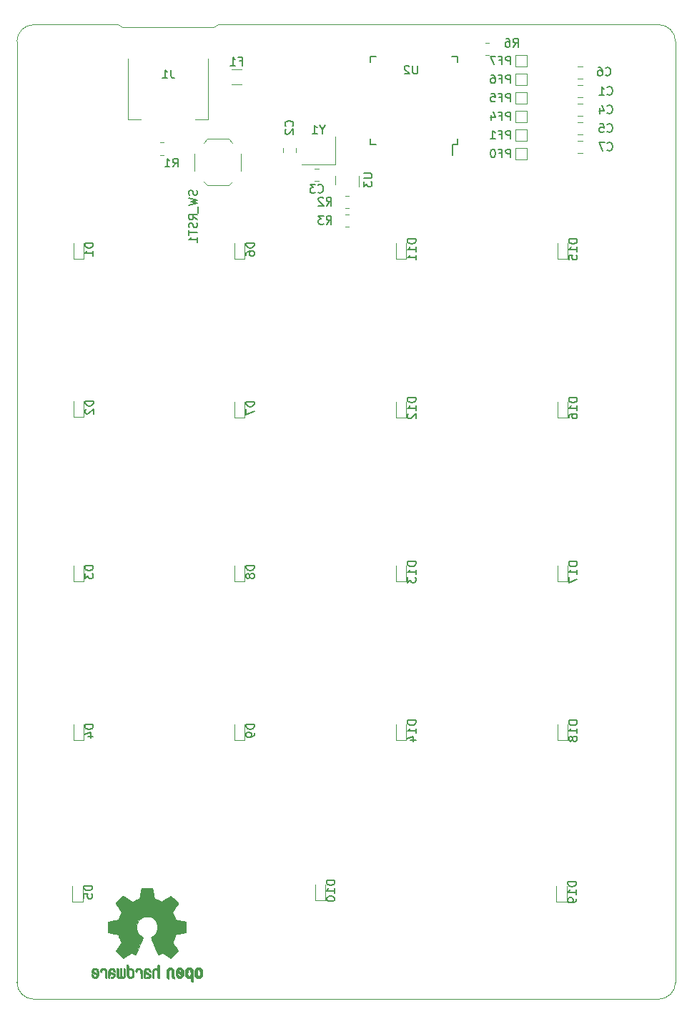
<source format=gbr>
%TF.GenerationSoftware,KiCad,Pcbnew,(5.99.0-9544-g366189b864)*%
%TF.CreationDate,2021-04-16T00:10:41-04:00*%
%TF.ProjectId,kipad,6b697061-642e-46b6-9963-61645f706362,A*%
%TF.SameCoordinates,Original*%
%TF.FileFunction,Legend,Bot*%
%TF.FilePolarity,Positive*%
%FSLAX46Y46*%
G04 Gerber Fmt 4.6, Leading zero omitted, Abs format (unit mm)*
G04 Created by KiCad (PCBNEW (5.99.0-9544-g366189b864)) date 2021-04-16 00:10:41*
%MOMM*%
%LPD*%
G01*
G04 APERTURE LIST*
%TA.AperFunction,Profile*%
%ADD10C,0.100000*%
%TD*%
%ADD11C,0.150000*%
%ADD12C,0.010000*%
%ADD13C,0.120000*%
G04 APERTURE END LIST*
D10*
X86800000Y-30600000D02*
X139000000Y-30614214D01*
X86300000Y-30900000D02*
X86800000Y-30600000D01*
X75500000Y-30900000D02*
X86300000Y-30900000D01*
X75000000Y-30600000D02*
X75500000Y-30900000D01*
X65000000Y-30614214D02*
X75000000Y-30600000D01*
X139000000Y-146000000D02*
X65000000Y-146000000D01*
X141000000Y-32614214D02*
X141000000Y-144000000D01*
X63000000Y-144000000D02*
X63000000Y-32614214D01*
X63000000Y-144000000D02*
G75*
G03*
X65000000Y-146000000I2000000J0D01*
G01*
X141000000Y-144000000D02*
G75*
G02*
X139000000Y-146000000I-2000000J0D01*
G01*
X139000000Y-30614214D02*
G75*
G02*
X141000000Y-32614214I0J-2000000D01*
G01*
X63000000Y-32614214D02*
G75*
G02*
X65000000Y-30614214I2000000J0D01*
G01*
D11*
%TO.C,SW_RST1*%
X84304761Y-50228571D02*
X84352380Y-50371428D01*
X84352380Y-50609523D01*
X84304761Y-50704761D01*
X84257142Y-50752380D01*
X84161904Y-50800000D01*
X84066666Y-50800000D01*
X83971428Y-50752380D01*
X83923809Y-50704761D01*
X83876190Y-50609523D01*
X83828571Y-50419047D01*
X83780952Y-50323809D01*
X83733333Y-50276190D01*
X83638095Y-50228571D01*
X83542857Y-50228571D01*
X83447619Y-50276190D01*
X83400000Y-50323809D01*
X83352380Y-50419047D01*
X83352380Y-50657142D01*
X83400000Y-50800000D01*
X83352380Y-51133333D02*
X84352380Y-51371428D01*
X83638095Y-51561904D01*
X84352380Y-51752380D01*
X83352380Y-51990476D01*
X84447619Y-52133333D02*
X84447619Y-52895238D01*
X84352380Y-53704761D02*
X83876190Y-53371428D01*
X84352380Y-53133333D02*
X83352380Y-53133333D01*
X83352380Y-53514285D01*
X83400000Y-53609523D01*
X83447619Y-53657142D01*
X83542857Y-53704761D01*
X83685714Y-53704761D01*
X83780952Y-53657142D01*
X83828571Y-53609523D01*
X83876190Y-53514285D01*
X83876190Y-53133333D01*
X84304761Y-54085714D02*
X84352380Y-54228571D01*
X84352380Y-54466666D01*
X84304761Y-54561904D01*
X84257142Y-54609523D01*
X84161904Y-54657142D01*
X84066666Y-54657142D01*
X83971428Y-54609523D01*
X83923809Y-54561904D01*
X83876190Y-54466666D01*
X83828571Y-54276190D01*
X83780952Y-54180952D01*
X83733333Y-54133333D01*
X83638095Y-54085714D01*
X83542857Y-54085714D01*
X83447619Y-54133333D01*
X83400000Y-54180952D01*
X83352380Y-54276190D01*
X83352380Y-54514285D01*
X83400000Y-54657142D01*
X83352380Y-54942857D02*
X83352380Y-55514285D01*
X84352380Y-55228571D02*
X83352380Y-55228571D01*
X84352380Y-56371428D02*
X84352380Y-55800000D01*
X84352380Y-56085714D02*
X83352380Y-56085714D01*
X83495238Y-55990476D01*
X83590476Y-55895238D01*
X83638095Y-55800000D01*
%TO.C,C1*%
X132916666Y-38857142D02*
X132964285Y-38904761D01*
X133107142Y-38952380D01*
X133202380Y-38952380D01*
X133345238Y-38904761D01*
X133440476Y-38809523D01*
X133488095Y-38714285D01*
X133535714Y-38523809D01*
X133535714Y-38380952D01*
X133488095Y-38190476D01*
X133440476Y-38095238D01*
X133345238Y-38000000D01*
X133202380Y-37952380D01*
X133107142Y-37952380D01*
X132964285Y-38000000D01*
X132916666Y-38047619D01*
X131964285Y-38952380D02*
X132535714Y-38952380D01*
X132250000Y-38952380D02*
X132250000Y-37952380D01*
X132345238Y-38095238D01*
X132440476Y-38190476D01*
X132535714Y-38238095D01*
%TO.C,PF7*%
X121466666Y-35352380D02*
X121466666Y-34352380D01*
X121085714Y-34352380D01*
X120990476Y-34400000D01*
X120942857Y-34447619D01*
X120895238Y-34542857D01*
X120895238Y-34685714D01*
X120942857Y-34780952D01*
X120990476Y-34828571D01*
X121085714Y-34876190D01*
X121466666Y-34876190D01*
X120133333Y-34828571D02*
X120466666Y-34828571D01*
X120466666Y-35352380D02*
X120466666Y-34352380D01*
X119990476Y-34352380D01*
X119704761Y-34352380D02*
X119038095Y-34352380D01*
X119466666Y-35352380D01*
%TO.C,PF6*%
X121466666Y-37552380D02*
X121466666Y-36552380D01*
X121085714Y-36552380D01*
X120990476Y-36600000D01*
X120942857Y-36647619D01*
X120895238Y-36742857D01*
X120895238Y-36885714D01*
X120942857Y-36980952D01*
X120990476Y-37028571D01*
X121085714Y-37076190D01*
X121466666Y-37076190D01*
X120133333Y-37028571D02*
X120466666Y-37028571D01*
X120466666Y-37552380D02*
X120466666Y-36552380D01*
X119990476Y-36552380D01*
X119180952Y-36552380D02*
X119371428Y-36552380D01*
X119466666Y-36600000D01*
X119514285Y-36647619D01*
X119609523Y-36790476D01*
X119657142Y-36980952D01*
X119657142Y-37361904D01*
X119609523Y-37457142D01*
X119561904Y-37504761D01*
X119466666Y-37552380D01*
X119276190Y-37552380D01*
X119180952Y-37504761D01*
X119133333Y-37457142D01*
X119085714Y-37361904D01*
X119085714Y-37123809D01*
X119133333Y-37028571D01*
X119180952Y-36980952D01*
X119276190Y-36933333D01*
X119466666Y-36933333D01*
X119561904Y-36980952D01*
X119609523Y-37028571D01*
X119657142Y-37123809D01*
%TO.C,PF5*%
X121466666Y-39752380D02*
X121466666Y-38752380D01*
X121085714Y-38752380D01*
X120990476Y-38800000D01*
X120942857Y-38847619D01*
X120895238Y-38942857D01*
X120895238Y-39085714D01*
X120942857Y-39180952D01*
X120990476Y-39228571D01*
X121085714Y-39276190D01*
X121466666Y-39276190D01*
X120133333Y-39228571D02*
X120466666Y-39228571D01*
X120466666Y-39752380D02*
X120466666Y-38752380D01*
X119990476Y-38752380D01*
X119133333Y-38752380D02*
X119609523Y-38752380D01*
X119657142Y-39228571D01*
X119609523Y-39180952D01*
X119514285Y-39133333D01*
X119276190Y-39133333D01*
X119180952Y-39180952D01*
X119133333Y-39228571D01*
X119085714Y-39323809D01*
X119085714Y-39561904D01*
X119133333Y-39657142D01*
X119180952Y-39704761D01*
X119276190Y-39752380D01*
X119514285Y-39752380D01*
X119609523Y-39704761D01*
X119657142Y-39657142D01*
%TO.C,PF4*%
X121466666Y-41952380D02*
X121466666Y-40952380D01*
X121085714Y-40952380D01*
X120990476Y-41000000D01*
X120942857Y-41047619D01*
X120895238Y-41142857D01*
X120895238Y-41285714D01*
X120942857Y-41380952D01*
X120990476Y-41428571D01*
X121085714Y-41476190D01*
X121466666Y-41476190D01*
X120133333Y-41428571D02*
X120466666Y-41428571D01*
X120466666Y-41952380D02*
X120466666Y-40952380D01*
X119990476Y-40952380D01*
X119180952Y-41285714D02*
X119180952Y-41952380D01*
X119419047Y-40904761D02*
X119657142Y-41619047D01*
X119038095Y-41619047D01*
%TO.C,PF1*%
X121466666Y-44152380D02*
X121466666Y-43152380D01*
X121085714Y-43152380D01*
X120990476Y-43200000D01*
X120942857Y-43247619D01*
X120895238Y-43342857D01*
X120895238Y-43485714D01*
X120942857Y-43580952D01*
X120990476Y-43628571D01*
X121085714Y-43676190D01*
X121466666Y-43676190D01*
X120133333Y-43628571D02*
X120466666Y-43628571D01*
X120466666Y-44152380D02*
X120466666Y-43152380D01*
X119990476Y-43152380D01*
X119085714Y-44152380D02*
X119657142Y-44152380D01*
X119371428Y-44152380D02*
X119371428Y-43152380D01*
X119466666Y-43295238D01*
X119561904Y-43390476D01*
X119657142Y-43438095D01*
%TO.C,PF0*%
X121466666Y-46352380D02*
X121466666Y-45352380D01*
X121085714Y-45352380D01*
X120990476Y-45400000D01*
X120942857Y-45447619D01*
X120895238Y-45542857D01*
X120895238Y-45685714D01*
X120942857Y-45780952D01*
X120990476Y-45828571D01*
X121085714Y-45876190D01*
X121466666Y-45876190D01*
X120133333Y-45828571D02*
X120466666Y-45828571D01*
X120466666Y-46352380D02*
X120466666Y-45352380D01*
X119990476Y-45352380D01*
X119419047Y-45352380D02*
X119323809Y-45352380D01*
X119228571Y-45400000D01*
X119180952Y-45447619D01*
X119133333Y-45542857D01*
X119085714Y-45733333D01*
X119085714Y-45971428D01*
X119133333Y-46161904D01*
X119180952Y-46257142D01*
X119228571Y-46304761D01*
X119323809Y-46352380D01*
X119419047Y-46352380D01*
X119514285Y-46304761D01*
X119561904Y-46257142D01*
X119609523Y-46161904D01*
X119657142Y-45971428D01*
X119657142Y-45733333D01*
X119609523Y-45542857D01*
X119561904Y-45447619D01*
X119514285Y-45400000D01*
X119419047Y-45352380D01*
%TO.C,Y1*%
X99176190Y-43026190D02*
X99176190Y-43502380D01*
X99509523Y-42502380D02*
X99176190Y-43026190D01*
X98842857Y-42502380D01*
X97985714Y-43502380D02*
X98557142Y-43502380D01*
X98271428Y-43502380D02*
X98271428Y-42502380D01*
X98366666Y-42645238D01*
X98461904Y-42740476D01*
X98557142Y-42788095D01*
%TO.C,U3*%
X104052380Y-48219805D02*
X104861904Y-48219805D01*
X104957142Y-48267424D01*
X105004761Y-48315043D01*
X105052380Y-48410281D01*
X105052380Y-48600757D01*
X105004761Y-48695995D01*
X104957142Y-48743614D01*
X104861904Y-48791233D01*
X104052380Y-48791233D01*
X104052380Y-49172186D02*
X104052380Y-49791233D01*
X104433333Y-49457900D01*
X104433333Y-49600757D01*
X104480952Y-49695995D01*
X104528571Y-49743614D01*
X104623809Y-49791233D01*
X104861904Y-49791233D01*
X104957142Y-49743614D01*
X105004761Y-49695995D01*
X105052380Y-49600757D01*
X105052380Y-49315043D01*
X105004761Y-49219805D01*
X104957142Y-49172186D01*
%TO.C,U2*%
X110461904Y-35452380D02*
X110461904Y-36261904D01*
X110414285Y-36357142D01*
X110366666Y-36404761D01*
X110271428Y-36452380D01*
X110080952Y-36452380D01*
X109985714Y-36404761D01*
X109938095Y-36357142D01*
X109890476Y-36261904D01*
X109890476Y-35452380D01*
X109461904Y-35547619D02*
X109414285Y-35500000D01*
X109319047Y-35452380D01*
X109080952Y-35452380D01*
X108985714Y-35500000D01*
X108938095Y-35547619D01*
X108890476Y-35642857D01*
X108890476Y-35738095D01*
X108938095Y-35880952D01*
X109509523Y-36452380D01*
X108890476Y-36452380D01*
%TO.C,R6*%
X121766666Y-33252380D02*
X122100000Y-32776190D01*
X122338095Y-33252380D02*
X122338095Y-32252380D01*
X121957142Y-32252380D01*
X121861904Y-32300000D01*
X121814285Y-32347619D01*
X121766666Y-32442857D01*
X121766666Y-32585714D01*
X121814285Y-32680952D01*
X121861904Y-32728571D01*
X121957142Y-32776190D01*
X122338095Y-32776190D01*
X120909523Y-32252380D02*
X121100000Y-32252380D01*
X121195238Y-32300000D01*
X121242857Y-32347619D01*
X121338095Y-32490476D01*
X121385714Y-32680952D01*
X121385714Y-33061904D01*
X121338095Y-33157142D01*
X121290476Y-33204761D01*
X121195238Y-33252380D01*
X121004761Y-33252380D01*
X120909523Y-33204761D01*
X120861904Y-33157142D01*
X120814285Y-33061904D01*
X120814285Y-32823809D01*
X120861904Y-32728571D01*
X120909523Y-32680952D01*
X121004761Y-32633333D01*
X121195238Y-32633333D01*
X121290476Y-32680952D01*
X121338095Y-32728571D01*
X121385714Y-32823809D01*
%TO.C,R3*%
X99666666Y-54252380D02*
X100000000Y-53776190D01*
X100238095Y-54252380D02*
X100238095Y-53252380D01*
X99857142Y-53252380D01*
X99761904Y-53300000D01*
X99714285Y-53347619D01*
X99666666Y-53442857D01*
X99666666Y-53585714D01*
X99714285Y-53680952D01*
X99761904Y-53728571D01*
X99857142Y-53776190D01*
X100238095Y-53776190D01*
X99333333Y-53252380D02*
X98714285Y-53252380D01*
X99047619Y-53633333D01*
X98904761Y-53633333D01*
X98809523Y-53680952D01*
X98761904Y-53728571D01*
X98714285Y-53823809D01*
X98714285Y-54061904D01*
X98761904Y-54157142D01*
X98809523Y-54204761D01*
X98904761Y-54252380D01*
X99190476Y-54252380D01*
X99285714Y-54204761D01*
X99333333Y-54157142D01*
%TO.C,R2*%
X99666666Y-52052380D02*
X100000000Y-51576190D01*
X100238095Y-52052380D02*
X100238095Y-51052380D01*
X99857142Y-51052380D01*
X99761904Y-51100000D01*
X99714285Y-51147619D01*
X99666666Y-51242857D01*
X99666666Y-51385714D01*
X99714285Y-51480952D01*
X99761904Y-51528571D01*
X99857142Y-51576190D01*
X100238095Y-51576190D01*
X99285714Y-51147619D02*
X99238095Y-51100000D01*
X99142857Y-51052380D01*
X98904761Y-51052380D01*
X98809523Y-51100000D01*
X98761904Y-51147619D01*
X98714285Y-51242857D01*
X98714285Y-51338095D01*
X98761904Y-51480952D01*
X99333333Y-52052380D01*
X98714285Y-52052380D01*
%TO.C,R1*%
X81466666Y-47452380D02*
X81800000Y-46976190D01*
X82038095Y-47452380D02*
X82038095Y-46452380D01*
X81657142Y-46452380D01*
X81561904Y-46500000D01*
X81514285Y-46547619D01*
X81466666Y-46642857D01*
X81466666Y-46785714D01*
X81514285Y-46880952D01*
X81561904Y-46928571D01*
X81657142Y-46976190D01*
X82038095Y-46976190D01*
X80514285Y-47452380D02*
X81085714Y-47452380D01*
X80800000Y-47452380D02*
X80800000Y-46452380D01*
X80895238Y-46595238D01*
X80990476Y-46690476D01*
X81085714Y-46738095D01*
%TO.C,J1*%
X81233333Y-35952380D02*
X81233333Y-36666666D01*
X81280952Y-36809523D01*
X81376190Y-36904761D01*
X81519047Y-36952380D01*
X81614285Y-36952380D01*
X80233333Y-36952380D02*
X80804761Y-36952380D01*
X80519047Y-36952380D02*
X80519047Y-35952380D01*
X80614285Y-36095238D01*
X80709523Y-36190476D01*
X80804761Y-36238095D01*
%TO.C,F1*%
X89333333Y-34928571D02*
X89666666Y-34928571D01*
X89666666Y-35452380D02*
X89666666Y-34452380D01*
X89190476Y-34452380D01*
X88285714Y-35452380D02*
X88857142Y-35452380D01*
X88571428Y-35452380D02*
X88571428Y-34452380D01*
X88666666Y-34595238D01*
X88761904Y-34690476D01*
X88857142Y-34738095D01*
%TO.C,D19*%
X129252380Y-132085714D02*
X128252380Y-132085714D01*
X128252380Y-132323809D01*
X128300000Y-132466666D01*
X128395238Y-132561904D01*
X128490476Y-132609523D01*
X128680952Y-132657142D01*
X128823809Y-132657142D01*
X129014285Y-132609523D01*
X129109523Y-132561904D01*
X129204761Y-132466666D01*
X129252380Y-132323809D01*
X129252380Y-132085714D01*
X129252380Y-133609523D02*
X129252380Y-133038095D01*
X129252380Y-133323809D02*
X128252380Y-133323809D01*
X128395238Y-133228571D01*
X128490476Y-133133333D01*
X128538095Y-133038095D01*
X129252380Y-134085714D02*
X129252380Y-134276190D01*
X129204761Y-134371428D01*
X129157142Y-134419047D01*
X129014285Y-134514285D01*
X128823809Y-134561904D01*
X128442857Y-134561904D01*
X128347619Y-134514285D01*
X128300000Y-134466666D01*
X128252380Y-134371428D01*
X128252380Y-134180952D01*
X128300000Y-134085714D01*
X128347619Y-134038095D01*
X128442857Y-133990476D01*
X128680952Y-133990476D01*
X128776190Y-134038095D01*
X128823809Y-134085714D01*
X128871428Y-134180952D01*
X128871428Y-134371428D01*
X128823809Y-134466666D01*
X128776190Y-134514285D01*
X128680952Y-134561904D01*
%TO.C,D18*%
X129352380Y-112985714D02*
X128352380Y-112985714D01*
X128352380Y-113223809D01*
X128400000Y-113366666D01*
X128495238Y-113461904D01*
X128590476Y-113509523D01*
X128780952Y-113557142D01*
X128923809Y-113557142D01*
X129114285Y-113509523D01*
X129209523Y-113461904D01*
X129304761Y-113366666D01*
X129352380Y-113223809D01*
X129352380Y-112985714D01*
X129352380Y-114509523D02*
X129352380Y-113938095D01*
X129352380Y-114223809D02*
X128352380Y-114223809D01*
X128495238Y-114128571D01*
X128590476Y-114033333D01*
X128638095Y-113938095D01*
X128780952Y-115080952D02*
X128733333Y-114985714D01*
X128685714Y-114938095D01*
X128590476Y-114890476D01*
X128542857Y-114890476D01*
X128447619Y-114938095D01*
X128400000Y-114985714D01*
X128352380Y-115080952D01*
X128352380Y-115271428D01*
X128400000Y-115366666D01*
X128447619Y-115414285D01*
X128542857Y-115461904D01*
X128590476Y-115461904D01*
X128685714Y-115414285D01*
X128733333Y-115366666D01*
X128780952Y-115271428D01*
X128780952Y-115080952D01*
X128828571Y-114985714D01*
X128876190Y-114938095D01*
X128971428Y-114890476D01*
X129161904Y-114890476D01*
X129257142Y-114938095D01*
X129304761Y-114985714D01*
X129352380Y-115080952D01*
X129352380Y-115271428D01*
X129304761Y-115366666D01*
X129257142Y-115414285D01*
X129161904Y-115461904D01*
X128971428Y-115461904D01*
X128876190Y-115414285D01*
X128828571Y-115366666D01*
X128780952Y-115271428D01*
%TO.C,D17*%
X129352380Y-94185714D02*
X128352380Y-94185714D01*
X128352380Y-94423809D01*
X128400000Y-94566666D01*
X128495238Y-94661904D01*
X128590476Y-94709523D01*
X128780952Y-94757142D01*
X128923809Y-94757142D01*
X129114285Y-94709523D01*
X129209523Y-94661904D01*
X129304761Y-94566666D01*
X129352380Y-94423809D01*
X129352380Y-94185714D01*
X129352380Y-95709523D02*
X129352380Y-95138095D01*
X129352380Y-95423809D02*
X128352380Y-95423809D01*
X128495238Y-95328571D01*
X128590476Y-95233333D01*
X128638095Y-95138095D01*
X128352380Y-96042857D02*
X128352380Y-96709523D01*
X129352380Y-96280952D01*
%TO.C,D16*%
X129352380Y-74785714D02*
X128352380Y-74785714D01*
X128352380Y-75023809D01*
X128400000Y-75166666D01*
X128495238Y-75261904D01*
X128590476Y-75309523D01*
X128780952Y-75357142D01*
X128923809Y-75357142D01*
X129114285Y-75309523D01*
X129209523Y-75261904D01*
X129304761Y-75166666D01*
X129352380Y-75023809D01*
X129352380Y-74785714D01*
X129352380Y-76309523D02*
X129352380Y-75738095D01*
X129352380Y-76023809D02*
X128352380Y-76023809D01*
X128495238Y-75928571D01*
X128590476Y-75833333D01*
X128638095Y-75738095D01*
X128352380Y-77166666D02*
X128352380Y-76976190D01*
X128400000Y-76880952D01*
X128447619Y-76833333D01*
X128590476Y-76738095D01*
X128780952Y-76690476D01*
X129161904Y-76690476D01*
X129257142Y-76738095D01*
X129304761Y-76785714D01*
X129352380Y-76880952D01*
X129352380Y-77071428D01*
X129304761Y-77166666D01*
X129257142Y-77214285D01*
X129161904Y-77261904D01*
X128923809Y-77261904D01*
X128828571Y-77214285D01*
X128780952Y-77166666D01*
X128733333Y-77071428D01*
X128733333Y-76880952D01*
X128780952Y-76785714D01*
X128828571Y-76738095D01*
X128923809Y-76690476D01*
%TO.C,D15*%
X129352380Y-55985714D02*
X128352380Y-55985714D01*
X128352380Y-56223809D01*
X128400000Y-56366666D01*
X128495238Y-56461904D01*
X128590476Y-56509523D01*
X128780952Y-56557142D01*
X128923809Y-56557142D01*
X129114285Y-56509523D01*
X129209523Y-56461904D01*
X129304761Y-56366666D01*
X129352380Y-56223809D01*
X129352380Y-55985714D01*
X129352380Y-57509523D02*
X129352380Y-56938095D01*
X129352380Y-57223809D02*
X128352380Y-57223809D01*
X128495238Y-57128571D01*
X128590476Y-57033333D01*
X128638095Y-56938095D01*
X128352380Y-58414285D02*
X128352380Y-57938095D01*
X128828571Y-57890476D01*
X128780952Y-57938095D01*
X128733333Y-58033333D01*
X128733333Y-58271428D01*
X128780952Y-58366666D01*
X128828571Y-58414285D01*
X128923809Y-58461904D01*
X129161904Y-58461904D01*
X129257142Y-58414285D01*
X129304761Y-58366666D01*
X129352380Y-58271428D01*
X129352380Y-58033333D01*
X129304761Y-57938095D01*
X129257142Y-57890476D01*
%TO.C,D14*%
X110242380Y-112985714D02*
X109242380Y-112985714D01*
X109242380Y-113223809D01*
X109290000Y-113366666D01*
X109385238Y-113461904D01*
X109480476Y-113509523D01*
X109670952Y-113557142D01*
X109813809Y-113557142D01*
X110004285Y-113509523D01*
X110099523Y-113461904D01*
X110194761Y-113366666D01*
X110242380Y-113223809D01*
X110242380Y-112985714D01*
X110242380Y-114509523D02*
X110242380Y-113938095D01*
X110242380Y-114223809D02*
X109242380Y-114223809D01*
X109385238Y-114128571D01*
X109480476Y-114033333D01*
X109528095Y-113938095D01*
X109575714Y-115366666D02*
X110242380Y-115366666D01*
X109194761Y-115128571D02*
X109909047Y-114890476D01*
X109909047Y-115509523D01*
%TO.C,D13*%
X110242380Y-94185714D02*
X109242380Y-94185714D01*
X109242380Y-94423809D01*
X109290000Y-94566666D01*
X109385238Y-94661904D01*
X109480476Y-94709523D01*
X109670952Y-94757142D01*
X109813809Y-94757142D01*
X110004285Y-94709523D01*
X110099523Y-94661904D01*
X110194761Y-94566666D01*
X110242380Y-94423809D01*
X110242380Y-94185714D01*
X110242380Y-95709523D02*
X110242380Y-95138095D01*
X110242380Y-95423809D02*
X109242380Y-95423809D01*
X109385238Y-95328571D01*
X109480476Y-95233333D01*
X109528095Y-95138095D01*
X109242380Y-96042857D02*
X109242380Y-96661904D01*
X109623333Y-96328571D01*
X109623333Y-96471428D01*
X109670952Y-96566666D01*
X109718571Y-96614285D01*
X109813809Y-96661904D01*
X110051904Y-96661904D01*
X110147142Y-96614285D01*
X110194761Y-96566666D01*
X110242380Y-96471428D01*
X110242380Y-96185714D01*
X110194761Y-96090476D01*
X110147142Y-96042857D01*
%TO.C,D12*%
X110242380Y-74785714D02*
X109242380Y-74785714D01*
X109242380Y-75023809D01*
X109290000Y-75166666D01*
X109385238Y-75261904D01*
X109480476Y-75309523D01*
X109670952Y-75357142D01*
X109813809Y-75357142D01*
X110004285Y-75309523D01*
X110099523Y-75261904D01*
X110194761Y-75166666D01*
X110242380Y-75023809D01*
X110242380Y-74785714D01*
X110242380Y-76309523D02*
X110242380Y-75738095D01*
X110242380Y-76023809D02*
X109242380Y-76023809D01*
X109385238Y-75928571D01*
X109480476Y-75833333D01*
X109528095Y-75738095D01*
X109337619Y-76690476D02*
X109290000Y-76738095D01*
X109242380Y-76833333D01*
X109242380Y-77071428D01*
X109290000Y-77166666D01*
X109337619Y-77214285D01*
X109432857Y-77261904D01*
X109528095Y-77261904D01*
X109670952Y-77214285D01*
X110242380Y-76642857D01*
X110242380Y-77261904D01*
%TO.C,D11*%
X110242380Y-55985714D02*
X109242380Y-55985714D01*
X109242380Y-56223809D01*
X109290000Y-56366666D01*
X109385238Y-56461904D01*
X109480476Y-56509523D01*
X109670952Y-56557142D01*
X109813809Y-56557142D01*
X110004285Y-56509523D01*
X110099523Y-56461904D01*
X110194761Y-56366666D01*
X110242380Y-56223809D01*
X110242380Y-55985714D01*
X110242380Y-57509523D02*
X110242380Y-56938095D01*
X110242380Y-57223809D02*
X109242380Y-57223809D01*
X109385238Y-57128571D01*
X109480476Y-57033333D01*
X109528095Y-56938095D01*
X110242380Y-58461904D02*
X110242380Y-57890476D01*
X110242380Y-58176190D02*
X109242380Y-58176190D01*
X109385238Y-58080952D01*
X109480476Y-57985714D01*
X109528095Y-57890476D01*
%TO.C,D10*%
X100652380Y-131919714D02*
X99652380Y-131919714D01*
X99652380Y-132157809D01*
X99700000Y-132300666D01*
X99795238Y-132395904D01*
X99890476Y-132443523D01*
X100080952Y-132491142D01*
X100223809Y-132491142D01*
X100414285Y-132443523D01*
X100509523Y-132395904D01*
X100604761Y-132300666D01*
X100652380Y-132157809D01*
X100652380Y-131919714D01*
X100652380Y-133443523D02*
X100652380Y-132872095D01*
X100652380Y-133157809D02*
X99652380Y-133157809D01*
X99795238Y-133062571D01*
X99890476Y-132967333D01*
X99938095Y-132872095D01*
X99652380Y-134062571D02*
X99652380Y-134157809D01*
X99700000Y-134253047D01*
X99747619Y-134300666D01*
X99842857Y-134348285D01*
X100033333Y-134395904D01*
X100271428Y-134395904D01*
X100461904Y-134348285D01*
X100557142Y-134300666D01*
X100604761Y-134253047D01*
X100652380Y-134157809D01*
X100652380Y-134062571D01*
X100604761Y-133967333D01*
X100557142Y-133919714D01*
X100461904Y-133872095D01*
X100271428Y-133824476D01*
X100033333Y-133824476D01*
X99842857Y-133872095D01*
X99747619Y-133919714D01*
X99700000Y-133967333D01*
X99652380Y-134062571D01*
%TO.C,D9*%
X91142380Y-113461904D02*
X90142380Y-113461904D01*
X90142380Y-113700000D01*
X90190000Y-113842857D01*
X90285238Y-113938095D01*
X90380476Y-113985714D01*
X90570952Y-114033333D01*
X90713809Y-114033333D01*
X90904285Y-113985714D01*
X90999523Y-113938095D01*
X91094761Y-113842857D01*
X91142380Y-113700000D01*
X91142380Y-113461904D01*
X91142380Y-114509523D02*
X91142380Y-114700000D01*
X91094761Y-114795238D01*
X91047142Y-114842857D01*
X90904285Y-114938095D01*
X90713809Y-114985714D01*
X90332857Y-114985714D01*
X90237619Y-114938095D01*
X90190000Y-114890476D01*
X90142380Y-114795238D01*
X90142380Y-114604761D01*
X90190000Y-114509523D01*
X90237619Y-114461904D01*
X90332857Y-114414285D01*
X90570952Y-114414285D01*
X90666190Y-114461904D01*
X90713809Y-114509523D01*
X90761428Y-114604761D01*
X90761428Y-114795238D01*
X90713809Y-114890476D01*
X90666190Y-114938095D01*
X90570952Y-114985714D01*
%TO.C,D8*%
X91142380Y-94661904D02*
X90142380Y-94661904D01*
X90142380Y-94900000D01*
X90190000Y-95042857D01*
X90285238Y-95138095D01*
X90380476Y-95185714D01*
X90570952Y-95233333D01*
X90713809Y-95233333D01*
X90904285Y-95185714D01*
X90999523Y-95138095D01*
X91094761Y-95042857D01*
X91142380Y-94900000D01*
X91142380Y-94661904D01*
X90570952Y-95804761D02*
X90523333Y-95709523D01*
X90475714Y-95661904D01*
X90380476Y-95614285D01*
X90332857Y-95614285D01*
X90237619Y-95661904D01*
X90190000Y-95709523D01*
X90142380Y-95804761D01*
X90142380Y-95995238D01*
X90190000Y-96090476D01*
X90237619Y-96138095D01*
X90332857Y-96185714D01*
X90380476Y-96185714D01*
X90475714Y-96138095D01*
X90523333Y-96090476D01*
X90570952Y-95995238D01*
X90570952Y-95804761D01*
X90618571Y-95709523D01*
X90666190Y-95661904D01*
X90761428Y-95614285D01*
X90951904Y-95614285D01*
X91047142Y-95661904D01*
X91094761Y-95709523D01*
X91142380Y-95804761D01*
X91142380Y-95995238D01*
X91094761Y-96090476D01*
X91047142Y-96138095D01*
X90951904Y-96185714D01*
X90761428Y-96185714D01*
X90666190Y-96138095D01*
X90618571Y-96090476D01*
X90570952Y-95995238D01*
%TO.C,D7*%
X91142380Y-75261904D02*
X90142380Y-75261904D01*
X90142380Y-75500000D01*
X90190000Y-75642857D01*
X90285238Y-75738095D01*
X90380476Y-75785714D01*
X90570952Y-75833333D01*
X90713809Y-75833333D01*
X90904285Y-75785714D01*
X90999523Y-75738095D01*
X91094761Y-75642857D01*
X91142380Y-75500000D01*
X91142380Y-75261904D01*
X90142380Y-76166666D02*
X90142380Y-76833333D01*
X91142380Y-76404761D01*
%TO.C,D6*%
X91142380Y-56461904D02*
X90142380Y-56461904D01*
X90142380Y-56700000D01*
X90190000Y-56842857D01*
X90285238Y-56938095D01*
X90380476Y-56985714D01*
X90570952Y-57033333D01*
X90713809Y-57033333D01*
X90904285Y-56985714D01*
X90999523Y-56938095D01*
X91094761Y-56842857D01*
X91142380Y-56700000D01*
X91142380Y-56461904D01*
X90142380Y-57890476D02*
X90142380Y-57700000D01*
X90190000Y-57604761D01*
X90237619Y-57557142D01*
X90380476Y-57461904D01*
X90570952Y-57414285D01*
X90951904Y-57414285D01*
X91047142Y-57461904D01*
X91094761Y-57509523D01*
X91142380Y-57604761D01*
X91142380Y-57795238D01*
X91094761Y-57890476D01*
X91047142Y-57938095D01*
X90951904Y-57985714D01*
X90713809Y-57985714D01*
X90618571Y-57938095D01*
X90570952Y-57890476D01*
X90523333Y-57795238D01*
X90523333Y-57604761D01*
X90570952Y-57509523D01*
X90618571Y-57461904D01*
X90713809Y-57414285D01*
%TO.C,D5*%
X71942380Y-132561904D02*
X70942380Y-132561904D01*
X70942380Y-132800000D01*
X70990000Y-132942857D01*
X71085238Y-133038095D01*
X71180476Y-133085714D01*
X71370952Y-133133333D01*
X71513809Y-133133333D01*
X71704285Y-133085714D01*
X71799523Y-133038095D01*
X71894761Y-132942857D01*
X71942380Y-132800000D01*
X71942380Y-132561904D01*
X70942380Y-134038095D02*
X70942380Y-133561904D01*
X71418571Y-133514285D01*
X71370952Y-133561904D01*
X71323333Y-133657142D01*
X71323333Y-133895238D01*
X71370952Y-133990476D01*
X71418571Y-134038095D01*
X71513809Y-134085714D01*
X71751904Y-134085714D01*
X71847142Y-134038095D01*
X71894761Y-133990476D01*
X71942380Y-133895238D01*
X71942380Y-133657142D01*
X71894761Y-133561904D01*
X71847142Y-133514285D01*
%TO.C,D4*%
X72042380Y-113461904D02*
X71042380Y-113461904D01*
X71042380Y-113700000D01*
X71090000Y-113842857D01*
X71185238Y-113938095D01*
X71280476Y-113985714D01*
X71470952Y-114033333D01*
X71613809Y-114033333D01*
X71804285Y-113985714D01*
X71899523Y-113938095D01*
X71994761Y-113842857D01*
X72042380Y-113700000D01*
X72042380Y-113461904D01*
X71375714Y-114890476D02*
X72042380Y-114890476D01*
X70994761Y-114652380D02*
X71709047Y-114414285D01*
X71709047Y-115033333D01*
%TO.C,D3*%
X72042380Y-94661904D02*
X71042380Y-94661904D01*
X71042380Y-94900000D01*
X71090000Y-95042857D01*
X71185238Y-95138095D01*
X71280476Y-95185714D01*
X71470952Y-95233333D01*
X71613809Y-95233333D01*
X71804285Y-95185714D01*
X71899523Y-95138095D01*
X71994761Y-95042857D01*
X72042380Y-94900000D01*
X72042380Y-94661904D01*
X71042380Y-95566666D02*
X71042380Y-96185714D01*
X71423333Y-95852380D01*
X71423333Y-95995238D01*
X71470952Y-96090476D01*
X71518571Y-96138095D01*
X71613809Y-96185714D01*
X71851904Y-96185714D01*
X71947142Y-96138095D01*
X71994761Y-96090476D01*
X72042380Y-95995238D01*
X72042380Y-95709523D01*
X71994761Y-95614285D01*
X71947142Y-95566666D01*
%TO.C,D2*%
X72082380Y-75181904D02*
X71082380Y-75181904D01*
X71082380Y-75420000D01*
X71130000Y-75562857D01*
X71225238Y-75658095D01*
X71320476Y-75705714D01*
X71510952Y-75753333D01*
X71653809Y-75753333D01*
X71844285Y-75705714D01*
X71939523Y-75658095D01*
X72034761Y-75562857D01*
X72082380Y-75420000D01*
X72082380Y-75181904D01*
X71177619Y-76134285D02*
X71130000Y-76181904D01*
X71082380Y-76277142D01*
X71082380Y-76515238D01*
X71130000Y-76610476D01*
X71177619Y-76658095D01*
X71272857Y-76705714D01*
X71368095Y-76705714D01*
X71510952Y-76658095D01*
X72082380Y-76086666D01*
X72082380Y-76705714D01*
%TO.C,D1*%
X72042380Y-56461904D02*
X71042380Y-56461904D01*
X71042380Y-56700000D01*
X71090000Y-56842857D01*
X71185238Y-56938095D01*
X71280476Y-56985714D01*
X71470952Y-57033333D01*
X71613809Y-57033333D01*
X71804285Y-56985714D01*
X71899523Y-56938095D01*
X71994761Y-56842857D01*
X72042380Y-56700000D01*
X72042380Y-56461904D01*
X72042380Y-57985714D02*
X72042380Y-57414285D01*
X72042380Y-57700000D02*
X71042380Y-57700000D01*
X71185238Y-57604761D01*
X71280476Y-57509523D01*
X71328095Y-57414285D01*
%TO.C,C7*%
X132916666Y-45457142D02*
X132964285Y-45504761D01*
X133107142Y-45552380D01*
X133202380Y-45552380D01*
X133345238Y-45504761D01*
X133440476Y-45409523D01*
X133488095Y-45314285D01*
X133535714Y-45123809D01*
X133535714Y-44980952D01*
X133488095Y-44790476D01*
X133440476Y-44695238D01*
X133345238Y-44600000D01*
X133202380Y-44552380D01*
X133107142Y-44552380D01*
X132964285Y-44600000D01*
X132916666Y-44647619D01*
X132583333Y-44552380D02*
X131916666Y-44552380D01*
X132345238Y-45552380D01*
%TO.C,C6*%
X132716666Y-36557142D02*
X132764285Y-36604761D01*
X132907142Y-36652380D01*
X133002380Y-36652380D01*
X133145238Y-36604761D01*
X133240476Y-36509523D01*
X133288095Y-36414285D01*
X133335714Y-36223809D01*
X133335714Y-36080952D01*
X133288095Y-35890476D01*
X133240476Y-35795238D01*
X133145238Y-35700000D01*
X133002380Y-35652380D01*
X132907142Y-35652380D01*
X132764285Y-35700000D01*
X132716666Y-35747619D01*
X131859523Y-35652380D02*
X132050000Y-35652380D01*
X132145238Y-35700000D01*
X132192857Y-35747619D01*
X132288095Y-35890476D01*
X132335714Y-36080952D01*
X132335714Y-36461904D01*
X132288095Y-36557142D01*
X132240476Y-36604761D01*
X132145238Y-36652380D01*
X131954761Y-36652380D01*
X131859523Y-36604761D01*
X131811904Y-36557142D01*
X131764285Y-36461904D01*
X131764285Y-36223809D01*
X131811904Y-36128571D01*
X131859523Y-36080952D01*
X131954761Y-36033333D01*
X132145238Y-36033333D01*
X132240476Y-36080952D01*
X132288095Y-36128571D01*
X132335714Y-36223809D01*
%TO.C,C5*%
X132916666Y-43257142D02*
X132964285Y-43304761D01*
X133107142Y-43352380D01*
X133202380Y-43352380D01*
X133345238Y-43304761D01*
X133440476Y-43209523D01*
X133488095Y-43114285D01*
X133535714Y-42923809D01*
X133535714Y-42780952D01*
X133488095Y-42590476D01*
X133440476Y-42495238D01*
X133345238Y-42400000D01*
X133202380Y-42352380D01*
X133107142Y-42352380D01*
X132964285Y-42400000D01*
X132916666Y-42447619D01*
X132011904Y-42352380D02*
X132488095Y-42352380D01*
X132535714Y-42828571D01*
X132488095Y-42780952D01*
X132392857Y-42733333D01*
X132154761Y-42733333D01*
X132059523Y-42780952D01*
X132011904Y-42828571D01*
X131964285Y-42923809D01*
X131964285Y-43161904D01*
X132011904Y-43257142D01*
X132059523Y-43304761D01*
X132154761Y-43352380D01*
X132392857Y-43352380D01*
X132488095Y-43304761D01*
X132535714Y-43257142D01*
%TO.C,C4*%
X132916666Y-41057142D02*
X132964285Y-41104761D01*
X133107142Y-41152380D01*
X133202380Y-41152380D01*
X133345238Y-41104761D01*
X133440476Y-41009523D01*
X133488095Y-40914285D01*
X133535714Y-40723809D01*
X133535714Y-40580952D01*
X133488095Y-40390476D01*
X133440476Y-40295238D01*
X133345238Y-40200000D01*
X133202380Y-40152380D01*
X133107142Y-40152380D01*
X132964285Y-40200000D01*
X132916666Y-40247619D01*
X132059523Y-40485714D02*
X132059523Y-41152380D01*
X132297619Y-40104761D02*
X132535714Y-40819047D01*
X131916666Y-40819047D01*
%TO.C,C3*%
X98666666Y-50437142D02*
X98714285Y-50484761D01*
X98857142Y-50532380D01*
X98952380Y-50532380D01*
X99095238Y-50484761D01*
X99190476Y-50389523D01*
X99238095Y-50294285D01*
X99285714Y-50103809D01*
X99285714Y-49960952D01*
X99238095Y-49770476D01*
X99190476Y-49675238D01*
X99095238Y-49580000D01*
X98952380Y-49532380D01*
X98857142Y-49532380D01*
X98714285Y-49580000D01*
X98666666Y-49627619D01*
X98333333Y-49532380D02*
X97714285Y-49532380D01*
X98047619Y-49913333D01*
X97904761Y-49913333D01*
X97809523Y-49960952D01*
X97761904Y-50008571D01*
X97714285Y-50103809D01*
X97714285Y-50341904D01*
X97761904Y-50437142D01*
X97809523Y-50484761D01*
X97904761Y-50532380D01*
X98190476Y-50532380D01*
X98285714Y-50484761D01*
X98333333Y-50437142D01*
%TO.C,C2*%
X95657142Y-42633333D02*
X95704761Y-42585714D01*
X95752380Y-42442857D01*
X95752380Y-42347619D01*
X95704761Y-42204761D01*
X95609523Y-42109523D01*
X95514285Y-42061904D01*
X95323809Y-42014285D01*
X95180952Y-42014285D01*
X94990476Y-42061904D01*
X94895238Y-42109523D01*
X94800000Y-42204761D01*
X94752380Y-42347619D01*
X94752380Y-42442857D01*
X94800000Y-42585714D01*
X94847619Y-42633333D01*
X94847619Y-43014285D02*
X94800000Y-43061904D01*
X94752380Y-43157142D01*
X94752380Y-43395238D01*
X94800000Y-43490476D01*
X94847619Y-43538095D01*
X94942857Y-43585714D01*
X95038095Y-43585714D01*
X95180952Y-43538095D01*
X95752380Y-42966666D01*
X95752380Y-43585714D01*
D12*
%TO.C,REF\u002A\u002A*%
X78190986Y-132852998D02*
X78032994Y-132853863D01*
X78032994Y-132853863D02*
X77918653Y-132856205D01*
X77918653Y-132856205D02*
X77840593Y-132860762D01*
X77840593Y-132860762D02*
X77791446Y-132868270D01*
X77791446Y-132868270D02*
X77763841Y-132879466D01*
X77763841Y-132879466D02*
X77750408Y-132895088D01*
X77750408Y-132895088D02*
X77743779Y-132915873D01*
X77743779Y-132915873D02*
X77743135Y-132918563D01*
X77743135Y-132918563D02*
X77733065Y-132967113D01*
X77733065Y-132967113D02*
X77714425Y-133062905D01*
X77714425Y-133062905D02*
X77689155Y-133195743D01*
X77689155Y-133195743D02*
X77659193Y-133355431D01*
X77659193Y-133355431D02*
X77626478Y-133531774D01*
X77626478Y-133531774D02*
X77625336Y-133537967D01*
X77625336Y-133537967D02*
X77592567Y-133710782D01*
X77592567Y-133710782D02*
X77561907Y-133863469D01*
X77561907Y-133863469D02*
X77535336Y-133986871D01*
X77535336Y-133986871D02*
X77514833Y-134071831D01*
X77514833Y-134071831D02*
X77502374Y-134109190D01*
X77502374Y-134109190D02*
X77501780Y-134109852D01*
X77501780Y-134109852D02*
X77465081Y-134128095D01*
X77465081Y-134128095D02*
X77389414Y-134158497D01*
X77389414Y-134158497D02*
X77291122Y-134194493D01*
X77291122Y-134194493D02*
X77290575Y-134194685D01*
X77290575Y-134194685D02*
X77166767Y-134241222D01*
X77166767Y-134241222D02*
X77020804Y-134300504D01*
X77020804Y-134300504D02*
X76883219Y-134360109D01*
X76883219Y-134360109D02*
X76876707Y-134363056D01*
X76876707Y-134363056D02*
X76652610Y-134464765D01*
X76652610Y-134464765D02*
X76156381Y-134125897D01*
X76156381Y-134125897D02*
X76004154Y-134022592D01*
X76004154Y-134022592D02*
X75866259Y-133930237D01*
X75866259Y-133930237D02*
X75750685Y-133854084D01*
X75750685Y-133854084D02*
X75665421Y-133799385D01*
X75665421Y-133799385D02*
X75618456Y-133771393D01*
X75618456Y-133771393D02*
X75613996Y-133769317D01*
X75613996Y-133769317D02*
X75579866Y-133778560D01*
X75579866Y-133778560D02*
X75516119Y-133823156D01*
X75516119Y-133823156D02*
X75420269Y-133905209D01*
X75420269Y-133905209D02*
X75289831Y-134026821D01*
X75289831Y-134026821D02*
X75156672Y-134156205D01*
X75156672Y-134156205D02*
X75028306Y-134283702D01*
X75028306Y-134283702D02*
X74913419Y-134400046D01*
X74913419Y-134400046D02*
X74818927Y-134498052D01*
X74818927Y-134498052D02*
X74751747Y-134570536D01*
X74751747Y-134570536D02*
X74718794Y-134610313D01*
X74718794Y-134610313D02*
X74717568Y-134612361D01*
X74717568Y-134612361D02*
X74713926Y-134639656D01*
X74713926Y-134639656D02*
X74727650Y-134684234D01*
X74727650Y-134684234D02*
X74762131Y-134752112D01*
X74762131Y-134752112D02*
X74820761Y-134849311D01*
X74820761Y-134849311D02*
X74906930Y-134981851D01*
X74906930Y-134981851D02*
X75021800Y-135152476D01*
X75021800Y-135152476D02*
X75123746Y-135302655D01*
X75123746Y-135302655D02*
X75214877Y-135437350D01*
X75214877Y-135437350D02*
X75289927Y-135548740D01*
X75289927Y-135548740D02*
X75343631Y-135629005D01*
X75343631Y-135629005D02*
X75370720Y-135670325D01*
X75370720Y-135670325D02*
X75372426Y-135673130D01*
X75372426Y-135673130D02*
X75369118Y-135712721D01*
X75369118Y-135712721D02*
X75344047Y-135789669D01*
X75344047Y-135789669D02*
X75302202Y-135889432D01*
X75302202Y-135889432D02*
X75287288Y-135921291D01*
X75287288Y-135921291D02*
X75222214Y-136063226D01*
X75222214Y-136063226D02*
X75152788Y-136224273D01*
X75152788Y-136224273D02*
X75096391Y-136363621D01*
X75096391Y-136363621D02*
X75055753Y-136467044D01*
X75055753Y-136467044D02*
X75023474Y-136545642D01*
X75023474Y-136545642D02*
X75004822Y-136586720D01*
X75004822Y-136586720D02*
X75002503Y-136589885D01*
X75002503Y-136589885D02*
X74968197Y-136595128D01*
X74968197Y-136595128D02*
X74887331Y-136609494D01*
X74887331Y-136609494D02*
X74770657Y-136630937D01*
X74770657Y-136630937D02*
X74628925Y-136657413D01*
X74628925Y-136657413D02*
X74472890Y-136686877D01*
X74472890Y-136686877D02*
X74313302Y-136717283D01*
X74313302Y-136717283D02*
X74160915Y-136746588D01*
X74160915Y-136746588D02*
X74026479Y-136772745D01*
X74026479Y-136772745D02*
X73920748Y-136793710D01*
X73920748Y-136793710D02*
X73854474Y-136807439D01*
X73854474Y-136807439D02*
X73838218Y-136811320D01*
X73838218Y-136811320D02*
X73821427Y-136820900D01*
X73821427Y-136820900D02*
X73808751Y-136842536D01*
X73808751Y-136842536D02*
X73799622Y-136883531D01*
X73799622Y-136883531D02*
X73793469Y-136951189D01*
X73793469Y-136951189D02*
X73789720Y-137052812D01*
X73789720Y-137052812D02*
X73787808Y-137195703D01*
X73787808Y-137195703D02*
X73787160Y-137387165D01*
X73787160Y-137387165D02*
X73787126Y-137465645D01*
X73787126Y-137465645D02*
X73787126Y-138103906D01*
X73787126Y-138103906D02*
X73940402Y-138134160D01*
X73940402Y-138134160D02*
X74025678Y-138150564D01*
X74025678Y-138150564D02*
X74152930Y-138174509D01*
X74152930Y-138174509D02*
X74306685Y-138203107D01*
X74306685Y-138203107D02*
X74471466Y-138233467D01*
X74471466Y-138233467D02*
X74517011Y-138241806D01*
X74517011Y-138241806D02*
X74669068Y-138271370D01*
X74669068Y-138271370D02*
X74801532Y-138300442D01*
X74801532Y-138300442D02*
X74903286Y-138326329D01*
X74903286Y-138326329D02*
X74963212Y-138346337D01*
X74963212Y-138346337D02*
X74973195Y-138352301D01*
X74973195Y-138352301D02*
X74997707Y-138394534D01*
X74997707Y-138394534D02*
X75032852Y-138476370D01*
X75032852Y-138476370D02*
X75071827Y-138581683D01*
X75071827Y-138581683D02*
X75079558Y-138604368D01*
X75079558Y-138604368D02*
X75130640Y-138745018D01*
X75130640Y-138745018D02*
X75194046Y-138903714D01*
X75194046Y-138903714D02*
X75256096Y-139046225D01*
X75256096Y-139046225D02*
X75256402Y-139046886D01*
X75256402Y-139046886D02*
X75359733Y-139270440D01*
X75359733Y-139270440D02*
X74680039Y-140270232D01*
X74680039Y-140270232D02*
X75116379Y-140707300D01*
X75116379Y-140707300D02*
X75248351Y-140837381D01*
X75248351Y-140837381D02*
X75368721Y-140952048D01*
X75368721Y-140952048D02*
X75470727Y-141045181D01*
X75470727Y-141045181D02*
X75547609Y-141110658D01*
X75547609Y-141110658D02*
X75592607Y-141142357D01*
X75592607Y-141142357D02*
X75599062Y-141144368D01*
X75599062Y-141144368D02*
X75636960Y-141128529D01*
X75636960Y-141128529D02*
X75714292Y-141084496D01*
X75714292Y-141084496D02*
X75822611Y-141017490D01*
X75822611Y-141017490D02*
X75953468Y-140932734D01*
X75953468Y-140932734D02*
X76094948Y-140837816D01*
X76094948Y-140837816D02*
X76238539Y-140740998D01*
X76238539Y-140740998D02*
X76366565Y-140656751D01*
X76366565Y-140656751D02*
X76470895Y-140590258D01*
X76470895Y-140590258D02*
X76543400Y-140546702D01*
X76543400Y-140546702D02*
X76575842Y-140531264D01*
X76575842Y-140531264D02*
X76615424Y-140544328D01*
X76615424Y-140544328D02*
X76690481Y-140578750D01*
X76690481Y-140578750D02*
X76785532Y-140627380D01*
X76785532Y-140627380D02*
X76795608Y-140632785D01*
X76795608Y-140632785D02*
X76923609Y-140696980D01*
X76923609Y-140696980D02*
X77011382Y-140728463D01*
X77011382Y-140728463D02*
X77065972Y-140728798D01*
X77065972Y-140728798D02*
X77094425Y-140699548D01*
X77094425Y-140699548D02*
X77094590Y-140699138D01*
X77094590Y-140699138D02*
X77108812Y-140664498D01*
X77108812Y-140664498D02*
X77142731Y-140582269D01*
X77142731Y-140582269D02*
X77193716Y-140458814D01*
X77193716Y-140458814D02*
X77259138Y-140300498D01*
X77259138Y-140300498D02*
X77336366Y-140113686D01*
X77336366Y-140113686D02*
X77422771Y-139904742D01*
X77422771Y-139904742D02*
X77506449Y-139702446D01*
X77506449Y-139702446D02*
X77598412Y-139479200D01*
X77598412Y-139479200D02*
X77682850Y-139272392D01*
X77682850Y-139272392D02*
X77757231Y-139088362D01*
X77757231Y-139088362D02*
X77819026Y-138933451D01*
X77819026Y-138933451D02*
X77865703Y-138813996D01*
X77865703Y-138813996D02*
X77894732Y-138736339D01*
X77894732Y-138736339D02*
X77903678Y-138707356D01*
X77903678Y-138707356D02*
X77881244Y-138674110D01*
X77881244Y-138674110D02*
X77822561Y-138621123D01*
X77822561Y-138621123D02*
X77744311Y-138562704D01*
X77744311Y-138562704D02*
X77521466Y-138377952D01*
X77521466Y-138377952D02*
X77347282Y-138166182D01*
X77347282Y-138166182D02*
X77223846Y-137931856D01*
X77223846Y-137931856D02*
X77153246Y-137679434D01*
X77153246Y-137679434D02*
X77137569Y-137413377D01*
X77137569Y-137413377D02*
X77148964Y-137290575D01*
X77148964Y-137290575D02*
X77211050Y-137035793D01*
X77211050Y-137035793D02*
X77317977Y-136810801D01*
X77317977Y-136810801D02*
X77463111Y-136617817D01*
X77463111Y-136617817D02*
X77639822Y-136459061D01*
X77639822Y-136459061D02*
X77841478Y-136336750D01*
X77841478Y-136336750D02*
X78061446Y-136253105D01*
X78061446Y-136253105D02*
X78293094Y-136210344D01*
X78293094Y-136210344D02*
X78529791Y-136210687D01*
X78529791Y-136210687D02*
X78764905Y-136256352D01*
X78764905Y-136256352D02*
X78991804Y-136349559D01*
X78991804Y-136349559D02*
X79203856Y-136492527D01*
X79203856Y-136492527D02*
X79292364Y-136573383D01*
X79292364Y-136573383D02*
X79462111Y-136781007D01*
X79462111Y-136781007D02*
X79580301Y-137007895D01*
X79580301Y-137007895D02*
X79647722Y-137247433D01*
X79647722Y-137247433D02*
X79665160Y-137493007D01*
X79665160Y-137493007D02*
X79633402Y-137738003D01*
X79633402Y-137738003D02*
X79553235Y-137975808D01*
X79553235Y-137975808D02*
X79425445Y-138199807D01*
X79425445Y-138199807D02*
X79250820Y-138403387D01*
X79250820Y-138403387D02*
X79055688Y-138562704D01*
X79055688Y-138562704D02*
X78974409Y-138623602D01*
X78974409Y-138623602D02*
X78916991Y-138676015D01*
X78916991Y-138676015D02*
X78896322Y-138707406D01*
X78896322Y-138707406D02*
X78907144Y-138741639D01*
X78907144Y-138741639D02*
X78937923Y-138823419D01*
X78937923Y-138823419D02*
X78986126Y-138946407D01*
X78986126Y-138946407D02*
X79049222Y-139104263D01*
X79049222Y-139104263D02*
X79124678Y-139290649D01*
X79124678Y-139290649D02*
X79209962Y-139499226D01*
X79209962Y-139499226D02*
X79293781Y-139702496D01*
X79293781Y-139702496D02*
X79386255Y-139925933D01*
X79386255Y-139925933D02*
X79471911Y-140132984D01*
X79471911Y-140132984D02*
X79548118Y-140317286D01*
X79548118Y-140317286D02*
X79612247Y-140472475D01*
X79612247Y-140472475D02*
X79661668Y-140592188D01*
X79661668Y-140592188D02*
X79693752Y-140670061D01*
X79693752Y-140670061D02*
X79705641Y-140699138D01*
X79705641Y-140699138D02*
X79733726Y-140728677D01*
X79733726Y-140728677D02*
X79788051Y-140728591D01*
X79788051Y-140728591D02*
X79875605Y-140697326D01*
X79875605Y-140697326D02*
X80003381Y-140633329D01*
X80003381Y-140633329D02*
X80004392Y-140632785D01*
X80004392Y-140632785D02*
X80100598Y-140583121D01*
X80100598Y-140583121D02*
X80178369Y-140546945D01*
X80178369Y-140546945D02*
X80222223Y-140531408D01*
X80222223Y-140531408D02*
X80224158Y-140531264D01*
X80224158Y-140531264D02*
X80257171Y-140547024D01*
X80257171Y-140547024D02*
X80330054Y-140590850D01*
X80330054Y-140590850D02*
X80434678Y-140657557D01*
X80434678Y-140657557D02*
X80562910Y-140741964D01*
X80562910Y-140741964D02*
X80705052Y-140837816D01*
X80705052Y-140837816D02*
X80849767Y-140934867D01*
X80849767Y-140934867D02*
X80980196Y-141019270D01*
X80980196Y-141019270D02*
X81087890Y-141085801D01*
X81087890Y-141085801D02*
X81164402Y-141129238D01*
X81164402Y-141129238D02*
X81200938Y-141144368D01*
X81200938Y-141144368D02*
X81234582Y-141124482D01*
X81234582Y-141124482D02*
X81302224Y-141068903D01*
X81302224Y-141068903D02*
X81397107Y-140983754D01*
X81397107Y-140983754D02*
X81512470Y-140875153D01*
X81512470Y-140875153D02*
X81641555Y-140749221D01*
X81641555Y-140749221D02*
X81683771Y-140707149D01*
X81683771Y-140707149D02*
X82120261Y-140269931D01*
X82120261Y-140269931D02*
X81788023Y-139782340D01*
X81788023Y-139782340D02*
X81687054Y-139632605D01*
X81687054Y-139632605D02*
X81598438Y-139498220D01*
X81598438Y-139498220D02*
X81527146Y-139386969D01*
X81527146Y-139386969D02*
X81478150Y-139306639D01*
X81478150Y-139306639D02*
X81456422Y-139265014D01*
X81456422Y-139265014D02*
X81455785Y-139262053D01*
X81455785Y-139262053D02*
X81467240Y-139222818D01*
X81467240Y-139222818D02*
X81498051Y-139143895D01*
X81498051Y-139143895D02*
X81542884Y-139038509D01*
X81542884Y-139038509D02*
X81574353Y-138967954D01*
X81574353Y-138967954D02*
X81633192Y-138832876D01*
X81633192Y-138832876D02*
X81688604Y-138696409D01*
X81688604Y-138696409D02*
X81731564Y-138581103D01*
X81731564Y-138581103D02*
X81743234Y-138545977D01*
X81743234Y-138545977D02*
X81776389Y-138452174D01*
X81776389Y-138452174D02*
X81808799Y-138379694D01*
X81808799Y-138379694D02*
X81826601Y-138352301D01*
X81826601Y-138352301D02*
X81865886Y-138335536D01*
X81865886Y-138335536D02*
X81951626Y-138311770D01*
X81951626Y-138311770D02*
X82072697Y-138283697D01*
X82072697Y-138283697D02*
X82217973Y-138254009D01*
X82217973Y-138254009D02*
X82282988Y-138241806D01*
X82282988Y-138241806D02*
X82448087Y-138211468D01*
X82448087Y-138211468D02*
X82606448Y-138182093D01*
X82606448Y-138182093D02*
X82742596Y-138156569D01*
X82742596Y-138156569D02*
X82841057Y-138137785D01*
X82841057Y-138137785D02*
X82859598Y-138134160D01*
X82859598Y-138134160D02*
X83012873Y-138103906D01*
X83012873Y-138103906D02*
X83012873Y-137465645D01*
X83012873Y-137465645D02*
X83012529Y-137255770D01*
X83012529Y-137255770D02*
X83011116Y-137096980D01*
X83011116Y-137096980D02*
X83008064Y-136981973D01*
X83008064Y-136981973D02*
X83002803Y-136903446D01*
X83002803Y-136903446D02*
X82994763Y-136854096D01*
X82994763Y-136854096D02*
X82983373Y-136826619D01*
X82983373Y-136826619D02*
X82968063Y-136813713D01*
X82968063Y-136813713D02*
X82961782Y-136811320D01*
X82961782Y-136811320D02*
X82923896Y-136802833D01*
X82923896Y-136802833D02*
X82840195Y-136785900D01*
X82840195Y-136785900D02*
X82721433Y-136762566D01*
X82721433Y-136762566D02*
X82578361Y-136734875D01*
X82578361Y-136734875D02*
X82421732Y-136704873D01*
X82421732Y-136704873D02*
X82262297Y-136674604D01*
X82262297Y-136674604D02*
X82110809Y-136646115D01*
X82110809Y-136646115D02*
X81978019Y-136621449D01*
X81978019Y-136621449D02*
X81874681Y-136602651D01*
X81874681Y-136602651D02*
X81811545Y-136591767D01*
X81811545Y-136591767D02*
X81797497Y-136589885D01*
X81797497Y-136589885D02*
X81784770Y-136564704D01*
X81784770Y-136564704D02*
X81756600Y-136497622D01*
X81756600Y-136497622D02*
X81718252Y-136401333D01*
X81718252Y-136401333D02*
X81703609Y-136363621D01*
X81703609Y-136363621D02*
X81644548Y-136217921D01*
X81644548Y-136217921D02*
X81575000Y-136056951D01*
X81575000Y-136056951D02*
X81512712Y-135921291D01*
X81512712Y-135921291D02*
X81466879Y-135817561D01*
X81466879Y-135817561D02*
X81436387Y-135732326D01*
X81436387Y-135732326D02*
X81426208Y-135680126D01*
X81426208Y-135680126D02*
X81427831Y-135673130D01*
X81427831Y-135673130D02*
X81449343Y-135640102D01*
X81449343Y-135640102D02*
X81498465Y-135566643D01*
X81498465Y-135566643D02*
X81569923Y-135460577D01*
X81569923Y-135460577D02*
X81658445Y-135329726D01*
X81658445Y-135329726D02*
X81758759Y-135181912D01*
X81758759Y-135181912D02*
X81778594Y-135152734D01*
X81778594Y-135152734D02*
X81894988Y-134979863D01*
X81894988Y-134979863D02*
X81980548Y-134848226D01*
X81980548Y-134848226D02*
X82038684Y-134751761D01*
X82038684Y-134751761D02*
X82072808Y-134684408D01*
X82072808Y-134684408D02*
X82086331Y-134640106D01*
X82086331Y-134640106D02*
X82082664Y-134612794D01*
X82082664Y-134612794D02*
X82082570Y-134612620D01*
X82082570Y-134612620D02*
X82053707Y-134576746D01*
X82053707Y-134576746D02*
X81989867Y-134507391D01*
X81989867Y-134507391D02*
X81897969Y-134411745D01*
X81897969Y-134411745D02*
X81784933Y-134296999D01*
X81784933Y-134296999D02*
X81657679Y-134170341D01*
X81657679Y-134170341D02*
X81643328Y-134156205D01*
X81643328Y-134156205D02*
X81482957Y-134000903D01*
X81482957Y-134000903D02*
X81359195Y-133886870D01*
X81359195Y-133886870D02*
X81269555Y-133812002D01*
X81269555Y-133812002D02*
X81211552Y-133774196D01*
X81211552Y-133774196D02*
X81186004Y-133769317D01*
X81186004Y-133769317D02*
X81148718Y-133790603D01*
X81148718Y-133790603D02*
X81071343Y-133839773D01*
X81071343Y-133839773D02*
X80961867Y-133911575D01*
X80961867Y-133911575D02*
X80828280Y-134000755D01*
X80828280Y-134000755D02*
X80678570Y-134102063D01*
X80678570Y-134102063D02*
X80643618Y-134125897D01*
X80643618Y-134125897D02*
X80147390Y-134464765D01*
X80147390Y-134464765D02*
X79923293Y-134363056D01*
X79923293Y-134363056D02*
X79787011Y-134303783D01*
X79787011Y-134303783D02*
X79640724Y-134244170D01*
X79640724Y-134244170D02*
X79514965Y-134196640D01*
X79514965Y-134196640D02*
X79509425Y-134194685D01*
X79509425Y-134194685D02*
X79411057Y-134158677D01*
X79411057Y-134158677D02*
X79335229Y-134128229D01*
X79335229Y-134128229D02*
X79298282Y-134109905D01*
X79298282Y-134109905D02*
X79298220Y-134109852D01*
X79298220Y-134109852D02*
X79286496Y-134076729D01*
X79286496Y-134076729D02*
X79266568Y-133995267D01*
X79266568Y-133995267D02*
X79240413Y-133874625D01*
X79240413Y-133874625D02*
X79210010Y-133723959D01*
X79210010Y-133723959D02*
X79177337Y-133552428D01*
X79177337Y-133552428D02*
X79174664Y-133537967D01*
X79174664Y-133537967D02*
X79141890Y-133361235D01*
X79141890Y-133361235D02*
X79111802Y-133200810D01*
X79111802Y-133200810D02*
X79086339Y-133066888D01*
X79086339Y-133066888D02*
X79067441Y-132969663D01*
X79067441Y-132969663D02*
X79057047Y-132919332D01*
X79057047Y-132919332D02*
X79056865Y-132918563D01*
X79056865Y-132918563D02*
X79050539Y-132897153D01*
X79050539Y-132897153D02*
X79038239Y-132880988D01*
X79038239Y-132880988D02*
X79012594Y-132869331D01*
X79012594Y-132869331D02*
X78966235Y-132861445D01*
X78966235Y-132861445D02*
X78891792Y-132856593D01*
X78891792Y-132856593D02*
X78781895Y-132854039D01*
X78781895Y-132854039D02*
X78629175Y-132853045D01*
X78629175Y-132853045D02*
X78426262Y-132852874D01*
X78426262Y-132852874D02*
X78400000Y-132852874D01*
X78400000Y-132852874D02*
X78190986Y-132852998D01*
X78190986Y-132852998D02*
X78190986Y-132852998D01*
G36*
X78629175Y-132853045D02*
G01*
X78781895Y-132854039D01*
X78891792Y-132856593D01*
X78966235Y-132861445D01*
X79012594Y-132869331D01*
X79038239Y-132880988D01*
X79050539Y-132897153D01*
X79056865Y-132918563D01*
X79057047Y-132919332D01*
X79067441Y-132969663D01*
X79086339Y-133066888D01*
X79111802Y-133200810D01*
X79141890Y-133361235D01*
X79174664Y-133537967D01*
X79177337Y-133552428D01*
X79210010Y-133723959D01*
X79240413Y-133874625D01*
X79266568Y-133995267D01*
X79286496Y-134076729D01*
X79298220Y-134109852D01*
X79298282Y-134109905D01*
X79335229Y-134128229D01*
X79411057Y-134158677D01*
X79509425Y-134194685D01*
X79514965Y-134196640D01*
X79640724Y-134244170D01*
X79787011Y-134303783D01*
X79923293Y-134363056D01*
X80147390Y-134464765D01*
X80643618Y-134125897D01*
X80678570Y-134102063D01*
X80828280Y-134000755D01*
X80961867Y-133911575D01*
X81071343Y-133839773D01*
X81148718Y-133790603D01*
X81186004Y-133769317D01*
X81211552Y-133774196D01*
X81269555Y-133812002D01*
X81359195Y-133886870D01*
X81482957Y-134000903D01*
X81643328Y-134156205D01*
X81657679Y-134170341D01*
X81784933Y-134296999D01*
X81897969Y-134411745D01*
X81989867Y-134507391D01*
X82053707Y-134576746D01*
X82082570Y-134612620D01*
X82082664Y-134612794D01*
X82086331Y-134640106D01*
X82072808Y-134684408D01*
X82038684Y-134751761D01*
X81980548Y-134848226D01*
X81894988Y-134979863D01*
X81778594Y-135152734D01*
X81758759Y-135181912D01*
X81658445Y-135329726D01*
X81569923Y-135460577D01*
X81498465Y-135566643D01*
X81449343Y-135640102D01*
X81427831Y-135673130D01*
X81426208Y-135680126D01*
X81436387Y-135732326D01*
X81466879Y-135817561D01*
X81512712Y-135921291D01*
X81575000Y-136056951D01*
X81644548Y-136217921D01*
X81703609Y-136363621D01*
X81718252Y-136401333D01*
X81756600Y-136497622D01*
X81784770Y-136564704D01*
X81797497Y-136589885D01*
X81811545Y-136591767D01*
X81874681Y-136602651D01*
X81978019Y-136621449D01*
X82110809Y-136646115D01*
X82262297Y-136674604D01*
X82421732Y-136704873D01*
X82578361Y-136734875D01*
X82721433Y-136762566D01*
X82840195Y-136785900D01*
X82923896Y-136802833D01*
X82961782Y-136811320D01*
X82968063Y-136813713D01*
X82983373Y-136826619D01*
X82994763Y-136854096D01*
X83002803Y-136903446D01*
X83008064Y-136981973D01*
X83011116Y-137096980D01*
X83012529Y-137255770D01*
X83012873Y-137465645D01*
X83012873Y-138103906D01*
X82859598Y-138134160D01*
X82841057Y-138137785D01*
X82742596Y-138156569D01*
X82606448Y-138182093D01*
X82448087Y-138211468D01*
X82282988Y-138241806D01*
X82217973Y-138254009D01*
X82072697Y-138283697D01*
X81951626Y-138311770D01*
X81865886Y-138335536D01*
X81826601Y-138352301D01*
X81808799Y-138379694D01*
X81776389Y-138452174D01*
X81743234Y-138545977D01*
X81731564Y-138581103D01*
X81688604Y-138696409D01*
X81633192Y-138832876D01*
X81574353Y-138967954D01*
X81542884Y-139038509D01*
X81498051Y-139143895D01*
X81467240Y-139222818D01*
X81455785Y-139262053D01*
X81456422Y-139265014D01*
X81478150Y-139306639D01*
X81527146Y-139386969D01*
X81598438Y-139498220D01*
X81687054Y-139632605D01*
X81788023Y-139782340D01*
X82120261Y-140269931D01*
X81683771Y-140707149D01*
X81641555Y-140749221D01*
X81512470Y-140875153D01*
X81397107Y-140983754D01*
X81302224Y-141068903D01*
X81234582Y-141124482D01*
X81200938Y-141144368D01*
X81164402Y-141129238D01*
X81087890Y-141085801D01*
X80980196Y-141019270D01*
X80849767Y-140934867D01*
X80705052Y-140837816D01*
X80562910Y-140741964D01*
X80434678Y-140657557D01*
X80330054Y-140590850D01*
X80257171Y-140547024D01*
X80224158Y-140531264D01*
X80222223Y-140531408D01*
X80178369Y-140546945D01*
X80100598Y-140583121D01*
X80004392Y-140632785D01*
X80003381Y-140633329D01*
X79875605Y-140697326D01*
X79788051Y-140728591D01*
X79733726Y-140728677D01*
X79705641Y-140699138D01*
X79693752Y-140670061D01*
X79661668Y-140592188D01*
X79612247Y-140472475D01*
X79548118Y-140317286D01*
X79471911Y-140132984D01*
X79386255Y-139925933D01*
X79293781Y-139702496D01*
X79209962Y-139499226D01*
X79124678Y-139290649D01*
X79049222Y-139104263D01*
X78986126Y-138946407D01*
X78937923Y-138823419D01*
X78907144Y-138741639D01*
X78896322Y-138707406D01*
X78916991Y-138676015D01*
X78974409Y-138623602D01*
X79055688Y-138562704D01*
X79250820Y-138403387D01*
X79425445Y-138199807D01*
X79553235Y-137975808D01*
X79633402Y-137738003D01*
X79665160Y-137493007D01*
X79647722Y-137247433D01*
X79580301Y-137007895D01*
X79462111Y-136781007D01*
X79292364Y-136573383D01*
X79203856Y-136492527D01*
X78991804Y-136349559D01*
X78764905Y-136256352D01*
X78529791Y-136210687D01*
X78293094Y-136210344D01*
X78061446Y-136253105D01*
X77841478Y-136336750D01*
X77639822Y-136459061D01*
X77463111Y-136617817D01*
X77317977Y-136810801D01*
X77211050Y-137035793D01*
X77148964Y-137290575D01*
X77137569Y-137413377D01*
X77153246Y-137679434D01*
X77223846Y-137931856D01*
X77347282Y-138166182D01*
X77521466Y-138377952D01*
X77744311Y-138562704D01*
X77822561Y-138621123D01*
X77881244Y-138674110D01*
X77903678Y-138707356D01*
X77894732Y-138736339D01*
X77865703Y-138813996D01*
X77819026Y-138933451D01*
X77757231Y-139088362D01*
X77682850Y-139272392D01*
X77598412Y-139479200D01*
X77506449Y-139702446D01*
X77422771Y-139904742D01*
X77336366Y-140113686D01*
X77259138Y-140300498D01*
X77193716Y-140458814D01*
X77142731Y-140582269D01*
X77108812Y-140664498D01*
X77094590Y-140699138D01*
X77094425Y-140699548D01*
X77065972Y-140728798D01*
X77011382Y-140728463D01*
X76923609Y-140696980D01*
X76795608Y-140632785D01*
X76785532Y-140627380D01*
X76690481Y-140578750D01*
X76615424Y-140544328D01*
X76575842Y-140531264D01*
X76543400Y-140546702D01*
X76470895Y-140590258D01*
X76366565Y-140656751D01*
X76238539Y-140740998D01*
X76094948Y-140837816D01*
X75953468Y-140932734D01*
X75822611Y-141017490D01*
X75714292Y-141084496D01*
X75636960Y-141128529D01*
X75599062Y-141144368D01*
X75592607Y-141142357D01*
X75547609Y-141110658D01*
X75470727Y-141045181D01*
X75368721Y-140952048D01*
X75248351Y-140837381D01*
X75116379Y-140707300D01*
X74680039Y-140270232D01*
X75359733Y-139270440D01*
X75256402Y-139046886D01*
X75256096Y-139046225D01*
X75194046Y-138903714D01*
X75130640Y-138745018D01*
X75079558Y-138604368D01*
X75071827Y-138581683D01*
X75032852Y-138476370D01*
X74997707Y-138394534D01*
X74973195Y-138352301D01*
X74963212Y-138346337D01*
X74903286Y-138326329D01*
X74801532Y-138300442D01*
X74669068Y-138271370D01*
X74517011Y-138241806D01*
X74471466Y-138233467D01*
X74306685Y-138203107D01*
X74152930Y-138174509D01*
X74025678Y-138150564D01*
X73940402Y-138134160D01*
X73787126Y-138103906D01*
X73787126Y-137465645D01*
X73787160Y-137387165D01*
X73787808Y-137195703D01*
X73789720Y-137052812D01*
X73793469Y-136951189D01*
X73799622Y-136883531D01*
X73808751Y-136842536D01*
X73821427Y-136820900D01*
X73838218Y-136811320D01*
X73854474Y-136807439D01*
X73920748Y-136793710D01*
X74026479Y-136772745D01*
X74160915Y-136746588D01*
X74313302Y-136717283D01*
X74472890Y-136686877D01*
X74628925Y-136657413D01*
X74770657Y-136630937D01*
X74887331Y-136609494D01*
X74968197Y-136595128D01*
X75002503Y-136589885D01*
X75004822Y-136586720D01*
X75023474Y-136545642D01*
X75055753Y-136467044D01*
X75096391Y-136363621D01*
X75152788Y-136224273D01*
X75222214Y-136063226D01*
X75287288Y-135921291D01*
X75302202Y-135889432D01*
X75344047Y-135789669D01*
X75369118Y-135712721D01*
X75372426Y-135673130D01*
X75370720Y-135670325D01*
X75343631Y-135629005D01*
X75289927Y-135548740D01*
X75214877Y-135437350D01*
X75123746Y-135302655D01*
X75021800Y-135152476D01*
X74906930Y-134981851D01*
X74820761Y-134849311D01*
X74762131Y-134752112D01*
X74727650Y-134684234D01*
X74713926Y-134639656D01*
X74717568Y-134612361D01*
X74718794Y-134610313D01*
X74751747Y-134570536D01*
X74818927Y-134498052D01*
X74913419Y-134400046D01*
X75028306Y-134283702D01*
X75156672Y-134156205D01*
X75289831Y-134026821D01*
X75420269Y-133905209D01*
X75516119Y-133823156D01*
X75579866Y-133778560D01*
X75613996Y-133769317D01*
X75618456Y-133771393D01*
X75665421Y-133799385D01*
X75750685Y-133854084D01*
X75866259Y-133930237D01*
X76004154Y-134022592D01*
X76156381Y-134125897D01*
X76652610Y-134464765D01*
X76876707Y-134363056D01*
X76883219Y-134360109D01*
X77020804Y-134300504D01*
X77166767Y-134241222D01*
X77290575Y-134194685D01*
X77291122Y-134194493D01*
X77389414Y-134158497D01*
X77465081Y-134128095D01*
X77501780Y-134109852D01*
X77502374Y-134109190D01*
X77514833Y-134071831D01*
X77535336Y-133986871D01*
X77561907Y-133863469D01*
X77592567Y-133710782D01*
X77625336Y-133537967D01*
X77626478Y-133531774D01*
X77659193Y-133355431D01*
X77689155Y-133195743D01*
X77714425Y-133062905D01*
X77733065Y-132967113D01*
X77743135Y-132918563D01*
X77743779Y-132915873D01*
X77750408Y-132895088D01*
X77763841Y-132879466D01*
X77791446Y-132868270D01*
X77840593Y-132860762D01*
X77918653Y-132856205D01*
X78032994Y-132853863D01*
X78190986Y-132852998D01*
X78400000Y-132852874D01*
X78426262Y-132852874D01*
X78629175Y-132853045D01*
G37*
X78629175Y-132853045D02*
X78781895Y-132854039D01*
X78891792Y-132856593D01*
X78966235Y-132861445D01*
X79012594Y-132869331D01*
X79038239Y-132880988D01*
X79050539Y-132897153D01*
X79056865Y-132918563D01*
X79057047Y-132919332D01*
X79067441Y-132969663D01*
X79086339Y-133066888D01*
X79111802Y-133200810D01*
X79141890Y-133361235D01*
X79174664Y-133537967D01*
X79177337Y-133552428D01*
X79210010Y-133723959D01*
X79240413Y-133874625D01*
X79266568Y-133995267D01*
X79286496Y-134076729D01*
X79298220Y-134109852D01*
X79298282Y-134109905D01*
X79335229Y-134128229D01*
X79411057Y-134158677D01*
X79509425Y-134194685D01*
X79514965Y-134196640D01*
X79640724Y-134244170D01*
X79787011Y-134303783D01*
X79923293Y-134363056D01*
X80147390Y-134464765D01*
X80643618Y-134125897D01*
X80678570Y-134102063D01*
X80828280Y-134000755D01*
X80961867Y-133911575D01*
X81071343Y-133839773D01*
X81148718Y-133790603D01*
X81186004Y-133769317D01*
X81211552Y-133774196D01*
X81269555Y-133812002D01*
X81359195Y-133886870D01*
X81482957Y-134000903D01*
X81643328Y-134156205D01*
X81657679Y-134170341D01*
X81784933Y-134296999D01*
X81897969Y-134411745D01*
X81989867Y-134507391D01*
X82053707Y-134576746D01*
X82082570Y-134612620D01*
X82082664Y-134612794D01*
X82086331Y-134640106D01*
X82072808Y-134684408D01*
X82038684Y-134751761D01*
X81980548Y-134848226D01*
X81894988Y-134979863D01*
X81778594Y-135152734D01*
X81758759Y-135181912D01*
X81658445Y-135329726D01*
X81569923Y-135460577D01*
X81498465Y-135566643D01*
X81449343Y-135640102D01*
X81427831Y-135673130D01*
X81426208Y-135680126D01*
X81436387Y-135732326D01*
X81466879Y-135817561D01*
X81512712Y-135921291D01*
X81575000Y-136056951D01*
X81644548Y-136217921D01*
X81703609Y-136363621D01*
X81718252Y-136401333D01*
X81756600Y-136497622D01*
X81784770Y-136564704D01*
X81797497Y-136589885D01*
X81811545Y-136591767D01*
X81874681Y-136602651D01*
X81978019Y-136621449D01*
X82110809Y-136646115D01*
X82262297Y-136674604D01*
X82421732Y-136704873D01*
X82578361Y-136734875D01*
X82721433Y-136762566D01*
X82840195Y-136785900D01*
X82923896Y-136802833D01*
X82961782Y-136811320D01*
X82968063Y-136813713D01*
X82983373Y-136826619D01*
X82994763Y-136854096D01*
X83002803Y-136903446D01*
X83008064Y-136981973D01*
X83011116Y-137096980D01*
X83012529Y-137255770D01*
X83012873Y-137465645D01*
X83012873Y-138103906D01*
X82859598Y-138134160D01*
X82841057Y-138137785D01*
X82742596Y-138156569D01*
X82606448Y-138182093D01*
X82448087Y-138211468D01*
X82282988Y-138241806D01*
X82217973Y-138254009D01*
X82072697Y-138283697D01*
X81951626Y-138311770D01*
X81865886Y-138335536D01*
X81826601Y-138352301D01*
X81808799Y-138379694D01*
X81776389Y-138452174D01*
X81743234Y-138545977D01*
X81731564Y-138581103D01*
X81688604Y-138696409D01*
X81633192Y-138832876D01*
X81574353Y-138967954D01*
X81542884Y-139038509D01*
X81498051Y-139143895D01*
X81467240Y-139222818D01*
X81455785Y-139262053D01*
X81456422Y-139265014D01*
X81478150Y-139306639D01*
X81527146Y-139386969D01*
X81598438Y-139498220D01*
X81687054Y-139632605D01*
X81788023Y-139782340D01*
X82120261Y-140269931D01*
X81683771Y-140707149D01*
X81641555Y-140749221D01*
X81512470Y-140875153D01*
X81397107Y-140983754D01*
X81302224Y-141068903D01*
X81234582Y-141124482D01*
X81200938Y-141144368D01*
X81164402Y-141129238D01*
X81087890Y-141085801D01*
X80980196Y-141019270D01*
X80849767Y-140934867D01*
X80705052Y-140837816D01*
X80562910Y-140741964D01*
X80434678Y-140657557D01*
X80330054Y-140590850D01*
X80257171Y-140547024D01*
X80224158Y-140531264D01*
X80222223Y-140531408D01*
X80178369Y-140546945D01*
X80100598Y-140583121D01*
X80004392Y-140632785D01*
X80003381Y-140633329D01*
X79875605Y-140697326D01*
X79788051Y-140728591D01*
X79733726Y-140728677D01*
X79705641Y-140699138D01*
X79693752Y-140670061D01*
X79661668Y-140592188D01*
X79612247Y-140472475D01*
X79548118Y-140317286D01*
X79471911Y-140132984D01*
X79386255Y-139925933D01*
X79293781Y-139702496D01*
X79209962Y-139499226D01*
X79124678Y-139290649D01*
X79049222Y-139104263D01*
X78986126Y-138946407D01*
X78937923Y-138823419D01*
X78907144Y-138741639D01*
X78896322Y-138707406D01*
X78916991Y-138676015D01*
X78974409Y-138623602D01*
X79055688Y-138562704D01*
X79250820Y-138403387D01*
X79425445Y-138199807D01*
X79553235Y-137975808D01*
X79633402Y-137738003D01*
X79665160Y-137493007D01*
X79647722Y-137247433D01*
X79580301Y-137007895D01*
X79462111Y-136781007D01*
X79292364Y-136573383D01*
X79203856Y-136492527D01*
X78991804Y-136349559D01*
X78764905Y-136256352D01*
X78529791Y-136210687D01*
X78293094Y-136210344D01*
X78061446Y-136253105D01*
X77841478Y-136336750D01*
X77639822Y-136459061D01*
X77463111Y-136617817D01*
X77317977Y-136810801D01*
X77211050Y-137035793D01*
X77148964Y-137290575D01*
X77137569Y-137413377D01*
X77153246Y-137679434D01*
X77223846Y-137931856D01*
X77347282Y-138166182D01*
X77521466Y-138377952D01*
X77744311Y-138562704D01*
X77822561Y-138621123D01*
X77881244Y-138674110D01*
X77903678Y-138707356D01*
X77894732Y-138736339D01*
X77865703Y-138813996D01*
X77819026Y-138933451D01*
X77757231Y-139088362D01*
X77682850Y-139272392D01*
X77598412Y-139479200D01*
X77506449Y-139702446D01*
X77422771Y-139904742D01*
X77336366Y-140113686D01*
X77259138Y-140300498D01*
X77193716Y-140458814D01*
X77142731Y-140582269D01*
X77108812Y-140664498D01*
X77094590Y-140699138D01*
X77094425Y-140699548D01*
X77065972Y-140728798D01*
X77011382Y-140728463D01*
X76923609Y-140696980D01*
X76795608Y-140632785D01*
X76785532Y-140627380D01*
X76690481Y-140578750D01*
X76615424Y-140544328D01*
X76575842Y-140531264D01*
X76543400Y-140546702D01*
X76470895Y-140590258D01*
X76366565Y-140656751D01*
X76238539Y-140740998D01*
X76094948Y-140837816D01*
X75953468Y-140932734D01*
X75822611Y-141017490D01*
X75714292Y-141084496D01*
X75636960Y-141128529D01*
X75599062Y-141144368D01*
X75592607Y-141142357D01*
X75547609Y-141110658D01*
X75470727Y-141045181D01*
X75368721Y-140952048D01*
X75248351Y-140837381D01*
X75116379Y-140707300D01*
X74680039Y-140270232D01*
X75359733Y-139270440D01*
X75256402Y-139046886D01*
X75256096Y-139046225D01*
X75194046Y-138903714D01*
X75130640Y-138745018D01*
X75079558Y-138604368D01*
X75071827Y-138581683D01*
X75032852Y-138476370D01*
X74997707Y-138394534D01*
X74973195Y-138352301D01*
X74963212Y-138346337D01*
X74903286Y-138326329D01*
X74801532Y-138300442D01*
X74669068Y-138271370D01*
X74517011Y-138241806D01*
X74471466Y-138233467D01*
X74306685Y-138203107D01*
X74152930Y-138174509D01*
X74025678Y-138150564D01*
X73940402Y-138134160D01*
X73787126Y-138103906D01*
X73787126Y-137465645D01*
X73787160Y-137387165D01*
X73787808Y-137195703D01*
X73789720Y-137052812D01*
X73793469Y-136951189D01*
X73799622Y-136883531D01*
X73808751Y-136842536D01*
X73821427Y-136820900D01*
X73838218Y-136811320D01*
X73854474Y-136807439D01*
X73920748Y-136793710D01*
X74026479Y-136772745D01*
X74160915Y-136746588D01*
X74313302Y-136717283D01*
X74472890Y-136686877D01*
X74628925Y-136657413D01*
X74770657Y-136630937D01*
X74887331Y-136609494D01*
X74968197Y-136595128D01*
X75002503Y-136589885D01*
X75004822Y-136586720D01*
X75023474Y-136545642D01*
X75055753Y-136467044D01*
X75096391Y-136363621D01*
X75152788Y-136224273D01*
X75222214Y-136063226D01*
X75287288Y-135921291D01*
X75302202Y-135889432D01*
X75344047Y-135789669D01*
X75369118Y-135712721D01*
X75372426Y-135673130D01*
X75370720Y-135670325D01*
X75343631Y-135629005D01*
X75289927Y-135548740D01*
X75214877Y-135437350D01*
X75123746Y-135302655D01*
X75021800Y-135152476D01*
X74906930Y-134981851D01*
X74820761Y-134849311D01*
X74762131Y-134752112D01*
X74727650Y-134684234D01*
X74713926Y-134639656D01*
X74717568Y-134612361D01*
X74718794Y-134610313D01*
X74751747Y-134570536D01*
X74818927Y-134498052D01*
X74913419Y-134400046D01*
X75028306Y-134283702D01*
X75156672Y-134156205D01*
X75289831Y-134026821D01*
X75420269Y-133905209D01*
X75516119Y-133823156D01*
X75579866Y-133778560D01*
X75613996Y-133769317D01*
X75618456Y-133771393D01*
X75665421Y-133799385D01*
X75750685Y-133854084D01*
X75866259Y-133930237D01*
X76004154Y-134022592D01*
X76156381Y-134125897D01*
X76652610Y-134464765D01*
X76876707Y-134363056D01*
X76883219Y-134360109D01*
X77020804Y-134300504D01*
X77166767Y-134241222D01*
X77290575Y-134194685D01*
X77291122Y-134194493D01*
X77389414Y-134158497D01*
X77465081Y-134128095D01*
X77501780Y-134109852D01*
X77502374Y-134109190D01*
X77514833Y-134071831D01*
X77535336Y-133986871D01*
X77561907Y-133863469D01*
X77592567Y-133710782D01*
X77625336Y-133537967D01*
X77626478Y-133531774D01*
X77659193Y-133355431D01*
X77689155Y-133195743D01*
X77714425Y-133062905D01*
X77733065Y-132967113D01*
X77743135Y-132918563D01*
X77743779Y-132915873D01*
X77750408Y-132895088D01*
X77763841Y-132879466D01*
X77791446Y-132868270D01*
X77840593Y-132860762D01*
X77918653Y-132856205D01*
X78032994Y-132853863D01*
X78190986Y-132852998D01*
X78400000Y-132852874D01*
X78426262Y-132852874D01*
X78629175Y-132853045D01*
X72056561Y-142356540D02*
X71941050Y-142432034D01*
X71941050Y-142432034D02*
X71885336Y-142499617D01*
X71885336Y-142499617D02*
X71841196Y-142622255D01*
X71841196Y-142622255D02*
X71837691Y-142719298D01*
X71837691Y-142719298D02*
X71845632Y-142849056D01*
X71845632Y-142849056D02*
X72144885Y-142980039D01*
X72144885Y-142980039D02*
X72290389Y-143046958D01*
X72290389Y-143046958D02*
X72385463Y-143100790D01*
X72385463Y-143100790D02*
X72434899Y-143147416D01*
X72434899Y-143147416D02*
X72443489Y-143192720D01*
X72443489Y-143192720D02*
X72416028Y-143242582D01*
X72416028Y-143242582D02*
X72385747Y-143275632D01*
X72385747Y-143275632D02*
X72297637Y-143328633D01*
X72297637Y-143328633D02*
X72201804Y-143332347D01*
X72201804Y-143332347D02*
X72113788Y-143291041D01*
X72113788Y-143291041D02*
X72049131Y-143208983D01*
X72049131Y-143208983D02*
X72037567Y-143180008D01*
X72037567Y-143180008D02*
X71982175Y-143089509D01*
X71982175Y-143089509D02*
X71918447Y-143050940D01*
X71918447Y-143050940D02*
X71831034Y-143017946D01*
X71831034Y-143017946D02*
X71831034Y-143143034D01*
X71831034Y-143143034D02*
X71838762Y-143228156D01*
X71838762Y-143228156D02*
X71869034Y-143299938D01*
X71869034Y-143299938D02*
X71932482Y-143382356D01*
X71932482Y-143382356D02*
X71941912Y-143393066D01*
X71941912Y-143393066D02*
X72012487Y-143466391D01*
X72012487Y-143466391D02*
X72073153Y-143505742D01*
X72073153Y-143505742D02*
X72149050Y-143523845D01*
X72149050Y-143523845D02*
X72211970Y-143529774D01*
X72211970Y-143529774D02*
X72324513Y-143531251D01*
X72324513Y-143531251D02*
X72404630Y-143512535D01*
X72404630Y-143512535D02*
X72454610Y-143484747D01*
X72454610Y-143484747D02*
X72533162Y-143423641D01*
X72533162Y-143423641D02*
X72587537Y-143357554D01*
X72587537Y-143357554D02*
X72621948Y-143274441D01*
X72621948Y-143274441D02*
X72640612Y-143162254D01*
X72640612Y-143162254D02*
X72647744Y-143008946D01*
X72647744Y-143008946D02*
X72648313Y-142931136D01*
X72648313Y-142931136D02*
X72646378Y-142837853D01*
X72646378Y-142837853D02*
X72470101Y-142837853D01*
X72470101Y-142837853D02*
X72468056Y-142887896D01*
X72468056Y-142887896D02*
X72462961Y-142896092D01*
X72462961Y-142896092D02*
X72429334Y-142884958D01*
X72429334Y-142884958D02*
X72356970Y-142855493D01*
X72356970Y-142855493D02*
X72260253Y-142813601D01*
X72260253Y-142813601D02*
X72240027Y-142804597D01*
X72240027Y-142804597D02*
X72117797Y-142742442D01*
X72117797Y-142742442D02*
X72050453Y-142687815D01*
X72050453Y-142687815D02*
X72035652Y-142636649D01*
X72035652Y-142636649D02*
X72071053Y-142584876D01*
X72071053Y-142584876D02*
X72100289Y-142562000D01*
X72100289Y-142562000D02*
X72205784Y-142516250D01*
X72205784Y-142516250D02*
X72304524Y-142523808D01*
X72304524Y-142523808D02*
X72387188Y-142579651D01*
X72387188Y-142579651D02*
X72444452Y-142678753D01*
X72444452Y-142678753D02*
X72462812Y-142757414D01*
X72462812Y-142757414D02*
X72470101Y-142837853D01*
X72470101Y-142837853D02*
X72646378Y-142837853D01*
X72646378Y-142837853D02*
X72644541Y-142749351D01*
X72644541Y-142749351D02*
X72630641Y-142614853D01*
X72630641Y-142614853D02*
X72603106Y-142516916D01*
X72603106Y-142516916D02*
X72558428Y-142444811D01*
X72558428Y-142444811D02*
X72493099Y-142387813D01*
X72493099Y-142387813D02*
X72464617Y-142369393D01*
X72464617Y-142369393D02*
X72335237Y-142321422D01*
X72335237Y-142321422D02*
X72193588Y-142318403D01*
X72193588Y-142318403D02*
X72056561Y-142356540D01*
X72056561Y-142356540D02*
X72056561Y-142356540D01*
G36*
X72647744Y-143008946D02*
G01*
X72640612Y-143162254D01*
X72621948Y-143274441D01*
X72587537Y-143357554D01*
X72533162Y-143423641D01*
X72454610Y-143484747D01*
X72404630Y-143512535D01*
X72324513Y-143531251D01*
X72211970Y-143529774D01*
X72149050Y-143523845D01*
X72073153Y-143505742D01*
X72012487Y-143466391D01*
X71941912Y-143393066D01*
X71932482Y-143382356D01*
X71869034Y-143299938D01*
X71838762Y-143228156D01*
X71831034Y-143143034D01*
X71831034Y-143017946D01*
X71918447Y-143050940D01*
X71982175Y-143089509D01*
X72037567Y-143180008D01*
X72049131Y-143208983D01*
X72113788Y-143291041D01*
X72201804Y-143332347D01*
X72297637Y-143328633D01*
X72385747Y-143275632D01*
X72416028Y-143242582D01*
X72443489Y-143192720D01*
X72434899Y-143147416D01*
X72385463Y-143100790D01*
X72290389Y-143046958D01*
X72144885Y-142980039D01*
X71845632Y-142849056D01*
X71837691Y-142719298D01*
X71840676Y-142636649D01*
X72035652Y-142636649D01*
X72050453Y-142687815D01*
X72117797Y-142742442D01*
X72240027Y-142804597D01*
X72260253Y-142813601D01*
X72356970Y-142855493D01*
X72429334Y-142884958D01*
X72462961Y-142896092D01*
X72468056Y-142887896D01*
X72470101Y-142837853D01*
X72462812Y-142757414D01*
X72444452Y-142678753D01*
X72387188Y-142579651D01*
X72304524Y-142523808D01*
X72205784Y-142516250D01*
X72100289Y-142562000D01*
X72071053Y-142584876D01*
X72035652Y-142636649D01*
X71840676Y-142636649D01*
X71841196Y-142622255D01*
X71885336Y-142499617D01*
X71941050Y-142432034D01*
X72056561Y-142356540D01*
X72193588Y-142318403D01*
X72335237Y-142321422D01*
X72464617Y-142369393D01*
X72493099Y-142387813D01*
X72558428Y-142444811D01*
X72603106Y-142516916D01*
X72630641Y-142614853D01*
X72644541Y-142749351D01*
X72646378Y-142837853D01*
X72648313Y-142931136D01*
X72647744Y-143008946D01*
G37*
X72647744Y-143008946D02*
X72640612Y-143162254D01*
X72621948Y-143274441D01*
X72587537Y-143357554D01*
X72533162Y-143423641D01*
X72454610Y-143484747D01*
X72404630Y-143512535D01*
X72324513Y-143531251D01*
X72211970Y-143529774D01*
X72149050Y-143523845D01*
X72073153Y-143505742D01*
X72012487Y-143466391D01*
X71941912Y-143393066D01*
X71932482Y-143382356D01*
X71869034Y-143299938D01*
X71838762Y-143228156D01*
X71831034Y-143143034D01*
X71831034Y-143017946D01*
X71918447Y-143050940D01*
X71982175Y-143089509D01*
X72037567Y-143180008D01*
X72049131Y-143208983D01*
X72113788Y-143291041D01*
X72201804Y-143332347D01*
X72297637Y-143328633D01*
X72385747Y-143275632D01*
X72416028Y-143242582D01*
X72443489Y-143192720D01*
X72434899Y-143147416D01*
X72385463Y-143100790D01*
X72290389Y-143046958D01*
X72144885Y-142980039D01*
X71845632Y-142849056D01*
X71837691Y-142719298D01*
X71840676Y-142636649D01*
X72035652Y-142636649D01*
X72050453Y-142687815D01*
X72117797Y-142742442D01*
X72240027Y-142804597D01*
X72260253Y-142813601D01*
X72356970Y-142855493D01*
X72429334Y-142884958D01*
X72462961Y-142896092D01*
X72468056Y-142887896D01*
X72470101Y-142837853D01*
X72462812Y-142757414D01*
X72444452Y-142678753D01*
X72387188Y-142579651D01*
X72304524Y-142523808D01*
X72205784Y-142516250D01*
X72100289Y-142562000D01*
X72071053Y-142584876D01*
X72035652Y-142636649D01*
X71840676Y-142636649D01*
X71841196Y-142622255D01*
X71885336Y-142499617D01*
X71941050Y-142432034D01*
X72056561Y-142356540D01*
X72193588Y-142318403D01*
X72335237Y-142321422D01*
X72464617Y-142369393D01*
X72493099Y-142387813D01*
X72558428Y-142444811D01*
X72603106Y-142516916D01*
X72630641Y-142614853D01*
X72644541Y-142749351D01*
X72646378Y-142837853D01*
X72648313Y-142931136D01*
X72647744Y-143008946D01*
X73064310Y-142340018D02*
X73029415Y-142355269D01*
X73029415Y-142355269D02*
X72946123Y-142421235D01*
X72946123Y-142421235D02*
X72874897Y-142516618D01*
X72874897Y-142516618D02*
X72830847Y-142618406D01*
X72830847Y-142618406D02*
X72823678Y-142668587D01*
X72823678Y-142668587D02*
X72847715Y-142738647D01*
X72847715Y-142738647D02*
X72900439Y-142775717D01*
X72900439Y-142775717D02*
X72956969Y-142798164D01*
X72956969Y-142798164D02*
X72982854Y-142802300D01*
X72982854Y-142802300D02*
X72995458Y-142772283D01*
X72995458Y-142772283D02*
X73020346Y-142706961D01*
X73020346Y-142706961D02*
X73031265Y-142677445D01*
X73031265Y-142677445D02*
X73092492Y-142575348D01*
X73092492Y-142575348D02*
X73181139Y-142524423D01*
X73181139Y-142524423D02*
X73294807Y-142525989D01*
X73294807Y-142525989D02*
X73303226Y-142527994D01*
X73303226Y-142527994D02*
X73363912Y-142556767D01*
X73363912Y-142556767D02*
X73408526Y-142612859D01*
X73408526Y-142612859D02*
X73438998Y-142703163D01*
X73438998Y-142703163D02*
X73457256Y-142834571D01*
X73457256Y-142834571D02*
X73465229Y-143013974D01*
X73465229Y-143013974D02*
X73465977Y-143109433D01*
X73465977Y-143109433D02*
X73466348Y-143259913D01*
X73466348Y-143259913D02*
X73468777Y-143362495D01*
X73468777Y-143362495D02*
X73475240Y-143427672D01*
X73475240Y-143427672D02*
X73487712Y-143465938D01*
X73487712Y-143465938D02*
X73508167Y-143487785D01*
X73508167Y-143487785D02*
X73538581Y-143503707D01*
X73538581Y-143503707D02*
X73540339Y-143504509D01*
X73540339Y-143504509D02*
X73598909Y-143529272D01*
X73598909Y-143529272D02*
X73627925Y-143538391D01*
X73627925Y-143538391D02*
X73632384Y-143510822D01*
X73632384Y-143510822D02*
X73636201Y-143434620D01*
X73636201Y-143434620D02*
X73639101Y-143319541D01*
X73639101Y-143319541D02*
X73640809Y-143175341D01*
X73640809Y-143175341D02*
X73641149Y-143069814D01*
X73641149Y-143069814D02*
X73639412Y-142865613D01*
X73639412Y-142865613D02*
X73632618Y-142710697D01*
X73632618Y-142710697D02*
X73618393Y-142596024D01*
X73618393Y-142596024D02*
X73594362Y-142512551D01*
X73594362Y-142512551D02*
X73558152Y-142451236D01*
X73558152Y-142451236D02*
X73507388Y-142403034D01*
X73507388Y-142403034D02*
X73457261Y-142369393D01*
X73457261Y-142369393D02*
X73336725Y-142324619D01*
X73336725Y-142324619D02*
X73196443Y-142314521D01*
X73196443Y-142314521D02*
X73064310Y-142340018D01*
X73064310Y-142340018D02*
X73064310Y-142340018D01*
G36*
X73336725Y-142324619D02*
G01*
X73457261Y-142369393D01*
X73507388Y-142403034D01*
X73558152Y-142451236D01*
X73594362Y-142512551D01*
X73618393Y-142596024D01*
X73632618Y-142710697D01*
X73639412Y-142865613D01*
X73641149Y-143069814D01*
X73640809Y-143175341D01*
X73639101Y-143319541D01*
X73636201Y-143434620D01*
X73632384Y-143510822D01*
X73627925Y-143538391D01*
X73598909Y-143529272D01*
X73540339Y-143504509D01*
X73538581Y-143503707D01*
X73508167Y-143487785D01*
X73487712Y-143465938D01*
X73475240Y-143427672D01*
X73468777Y-143362495D01*
X73466348Y-143259913D01*
X73465977Y-143109433D01*
X73465229Y-143013974D01*
X73457256Y-142834571D01*
X73438998Y-142703163D01*
X73408526Y-142612859D01*
X73363912Y-142556767D01*
X73303226Y-142527994D01*
X73294807Y-142525989D01*
X73181139Y-142524423D01*
X73092492Y-142575348D01*
X73031265Y-142677445D01*
X73020346Y-142706961D01*
X72995458Y-142772283D01*
X72982854Y-142802300D01*
X72956969Y-142798164D01*
X72900439Y-142775717D01*
X72847715Y-142738647D01*
X72823678Y-142668587D01*
X72830847Y-142618406D01*
X72874897Y-142516618D01*
X72946123Y-142421235D01*
X73029415Y-142355269D01*
X73064310Y-142340018D01*
X73196443Y-142314521D01*
X73336725Y-142324619D01*
G37*
X73336725Y-142324619D02*
X73457261Y-142369393D01*
X73507388Y-142403034D01*
X73558152Y-142451236D01*
X73594362Y-142512551D01*
X73618393Y-142596024D01*
X73632618Y-142710697D01*
X73639412Y-142865613D01*
X73641149Y-143069814D01*
X73640809Y-143175341D01*
X73639101Y-143319541D01*
X73636201Y-143434620D01*
X73632384Y-143510822D01*
X73627925Y-143538391D01*
X73598909Y-143529272D01*
X73540339Y-143504509D01*
X73538581Y-143503707D01*
X73508167Y-143487785D01*
X73487712Y-143465938D01*
X73475240Y-143427672D01*
X73468777Y-143362495D01*
X73466348Y-143259913D01*
X73465977Y-143109433D01*
X73465229Y-143013974D01*
X73457256Y-142834571D01*
X73438998Y-142703163D01*
X73408526Y-142612859D01*
X73363912Y-142556767D01*
X73303226Y-142527994D01*
X73294807Y-142525989D01*
X73181139Y-142524423D01*
X73092492Y-142575348D01*
X73031265Y-142677445D01*
X73020346Y-142706961D01*
X72995458Y-142772283D01*
X72982854Y-142802300D01*
X72956969Y-142798164D01*
X72900439Y-142775717D01*
X72847715Y-142738647D01*
X72823678Y-142668587D01*
X72830847Y-142618406D01*
X72874897Y-142516618D01*
X72946123Y-142421235D01*
X73029415Y-142355269D01*
X73064310Y-142340018D01*
X73196443Y-142314521D01*
X73336725Y-142324619D01*
X74085594Y-142335156D02*
X74001531Y-142373393D01*
X74001531Y-142373393D02*
X73935550Y-142419726D01*
X73935550Y-142419726D02*
X73887206Y-142471532D01*
X73887206Y-142471532D02*
X73853828Y-142538363D01*
X73853828Y-142538363D02*
X73832747Y-142629769D01*
X73832747Y-142629769D02*
X73821293Y-142755301D01*
X73821293Y-142755301D02*
X73816797Y-142924508D01*
X73816797Y-142924508D02*
X73816322Y-143035933D01*
X73816322Y-143035933D02*
X73816322Y-143470627D01*
X73816322Y-143470627D02*
X73890684Y-143504509D01*
X73890684Y-143504509D02*
X73949254Y-143529272D01*
X73949254Y-143529272D02*
X73978270Y-143538391D01*
X73978270Y-143538391D02*
X73983821Y-143511257D01*
X73983821Y-143511257D02*
X73988225Y-143438094D01*
X73988225Y-143438094D02*
X73990922Y-143331263D01*
X73990922Y-143331263D02*
X73991494Y-143246437D01*
X73991494Y-143246437D02*
X73993954Y-143123887D01*
X73993954Y-143123887D02*
X74000588Y-143026668D01*
X74000588Y-143026668D02*
X74010274Y-142967134D01*
X74010274Y-142967134D02*
X74017968Y-142954483D01*
X74017968Y-142954483D02*
X74069689Y-142967402D01*
X74069689Y-142967402D02*
X74150883Y-143000539D01*
X74150883Y-143000539D02*
X74244898Y-143045461D01*
X74244898Y-143045461D02*
X74335083Y-143093735D01*
X74335083Y-143093735D02*
X74404785Y-143136928D01*
X74404785Y-143136928D02*
X74437352Y-143166608D01*
X74437352Y-143166608D02*
X74437481Y-143166929D01*
X74437481Y-143166929D02*
X74434680Y-143221857D01*
X74434680Y-143221857D02*
X74409561Y-143274292D01*
X74409561Y-143274292D02*
X74365459Y-143316881D01*
X74365459Y-143316881D02*
X74301091Y-143331126D01*
X74301091Y-143331126D02*
X74246079Y-143329466D01*
X74246079Y-143329466D02*
X74168165Y-143328245D01*
X74168165Y-143328245D02*
X74127268Y-143346498D01*
X74127268Y-143346498D02*
X74102705Y-143394726D01*
X74102705Y-143394726D02*
X74099608Y-143403820D01*
X74099608Y-143403820D02*
X74088960Y-143472598D01*
X74088960Y-143472598D02*
X74117435Y-143514360D01*
X74117435Y-143514360D02*
X74191656Y-143534263D01*
X74191656Y-143534263D02*
X74271832Y-143537944D01*
X74271832Y-143537944D02*
X74416110Y-143510658D01*
X74416110Y-143510658D02*
X74490797Y-143471690D01*
X74490797Y-143471690D02*
X74583037Y-143380148D01*
X74583037Y-143380148D02*
X74631957Y-143267782D01*
X74631957Y-143267782D02*
X74636346Y-143149051D01*
X74636346Y-143149051D02*
X74594999Y-143038411D01*
X74594999Y-143038411D02*
X74532803Y-142969080D01*
X74532803Y-142969080D02*
X74470706Y-142930265D01*
X74470706Y-142930265D02*
X74373105Y-142881125D01*
X74373105Y-142881125D02*
X74259368Y-142831292D01*
X74259368Y-142831292D02*
X74240410Y-142823677D01*
X74240410Y-142823677D02*
X74115479Y-142768545D01*
X74115479Y-142768545D02*
X74043461Y-142719954D01*
X74043461Y-142719954D02*
X74020300Y-142671647D01*
X74020300Y-142671647D02*
X74041936Y-142617370D01*
X74041936Y-142617370D02*
X74079080Y-142574943D01*
X74079080Y-142574943D02*
X74166873Y-142522702D01*
X74166873Y-142522702D02*
X74263470Y-142518784D01*
X74263470Y-142518784D02*
X74352056Y-142559041D01*
X74352056Y-142559041D02*
X74415814Y-142639326D01*
X74415814Y-142639326D02*
X74424183Y-142660040D01*
X74424183Y-142660040D02*
X74472904Y-142736225D01*
X74472904Y-142736225D02*
X74544035Y-142792785D01*
X74544035Y-142792785D02*
X74633793Y-142839201D01*
X74633793Y-142839201D02*
X74633793Y-142707584D01*
X74633793Y-142707584D02*
X74628510Y-142627168D01*
X74628510Y-142627168D02*
X74605858Y-142563786D01*
X74605858Y-142563786D02*
X74555633Y-142496163D01*
X74555633Y-142496163D02*
X74507418Y-142444076D01*
X74507418Y-142444076D02*
X74432446Y-142370322D01*
X74432446Y-142370322D02*
X74374194Y-142330702D01*
X74374194Y-142330702D02*
X74311628Y-142314810D01*
X74311628Y-142314810D02*
X74240807Y-142312184D01*
X74240807Y-142312184D02*
X74085594Y-142335156D01*
X74085594Y-142335156D02*
X74085594Y-142335156D01*
G36*
X74311628Y-142314810D02*
G01*
X74374194Y-142330702D01*
X74432446Y-142370322D01*
X74507418Y-142444076D01*
X74555633Y-142496163D01*
X74605858Y-142563786D01*
X74628510Y-142627168D01*
X74633793Y-142707584D01*
X74633793Y-142839201D01*
X74544035Y-142792785D01*
X74472904Y-142736225D01*
X74424183Y-142660040D01*
X74415814Y-142639326D01*
X74352056Y-142559041D01*
X74263470Y-142518784D01*
X74166873Y-142522702D01*
X74079080Y-142574943D01*
X74041936Y-142617370D01*
X74020300Y-142671647D01*
X74043461Y-142719954D01*
X74115479Y-142768545D01*
X74240410Y-142823677D01*
X74259368Y-142831292D01*
X74373105Y-142881125D01*
X74470706Y-142930265D01*
X74532803Y-142969080D01*
X74594999Y-143038411D01*
X74636346Y-143149051D01*
X74631957Y-143267782D01*
X74583037Y-143380148D01*
X74490797Y-143471690D01*
X74416110Y-143510658D01*
X74271832Y-143537944D01*
X74191656Y-143534263D01*
X74117435Y-143514360D01*
X74088960Y-143472598D01*
X74099608Y-143403820D01*
X74102705Y-143394726D01*
X74127268Y-143346498D01*
X74168165Y-143328245D01*
X74246079Y-143329466D01*
X74301091Y-143331126D01*
X74365459Y-143316881D01*
X74409561Y-143274292D01*
X74434680Y-143221857D01*
X74437481Y-143166929D01*
X74437352Y-143166608D01*
X74404785Y-143136928D01*
X74335083Y-143093735D01*
X74244898Y-143045461D01*
X74150883Y-143000539D01*
X74069689Y-142967402D01*
X74017968Y-142954483D01*
X74010274Y-142967134D01*
X74000588Y-143026668D01*
X73993954Y-143123887D01*
X73991494Y-143246437D01*
X73990922Y-143331263D01*
X73988225Y-143438094D01*
X73983821Y-143511257D01*
X73978270Y-143538391D01*
X73949254Y-143529272D01*
X73890684Y-143504509D01*
X73816322Y-143470627D01*
X73816322Y-143035933D01*
X73816797Y-142924508D01*
X73821293Y-142755301D01*
X73832747Y-142629769D01*
X73853828Y-142538363D01*
X73887206Y-142471532D01*
X73935550Y-142419726D01*
X74001531Y-142373393D01*
X74085594Y-142335156D01*
X74240807Y-142312184D01*
X74311628Y-142314810D01*
G37*
X74311628Y-142314810D02*
X74374194Y-142330702D01*
X74432446Y-142370322D01*
X74507418Y-142444076D01*
X74555633Y-142496163D01*
X74605858Y-142563786D01*
X74628510Y-142627168D01*
X74633793Y-142707584D01*
X74633793Y-142839201D01*
X74544035Y-142792785D01*
X74472904Y-142736225D01*
X74424183Y-142660040D01*
X74415814Y-142639326D01*
X74352056Y-142559041D01*
X74263470Y-142518784D01*
X74166873Y-142522702D01*
X74079080Y-142574943D01*
X74041936Y-142617370D01*
X74020300Y-142671647D01*
X74043461Y-142719954D01*
X74115479Y-142768545D01*
X74240410Y-142823677D01*
X74259368Y-142831292D01*
X74373105Y-142881125D01*
X74470706Y-142930265D01*
X74532803Y-142969080D01*
X74594999Y-143038411D01*
X74636346Y-143149051D01*
X74631957Y-143267782D01*
X74583037Y-143380148D01*
X74490797Y-143471690D01*
X74416110Y-143510658D01*
X74271832Y-143537944D01*
X74191656Y-143534263D01*
X74117435Y-143514360D01*
X74088960Y-143472598D01*
X74099608Y-143403820D01*
X74102705Y-143394726D01*
X74127268Y-143346498D01*
X74168165Y-143328245D01*
X74246079Y-143329466D01*
X74301091Y-143331126D01*
X74365459Y-143316881D01*
X74409561Y-143274292D01*
X74434680Y-143221857D01*
X74437481Y-143166929D01*
X74437352Y-143166608D01*
X74404785Y-143136928D01*
X74335083Y-143093735D01*
X74244898Y-143045461D01*
X74150883Y-143000539D01*
X74069689Y-142967402D01*
X74017968Y-142954483D01*
X74010274Y-142967134D01*
X74000588Y-143026668D01*
X73993954Y-143123887D01*
X73991494Y-143246437D01*
X73990922Y-143331263D01*
X73988225Y-143438094D01*
X73983821Y-143511257D01*
X73978270Y-143538391D01*
X73949254Y-143529272D01*
X73890684Y-143504509D01*
X73816322Y-143470627D01*
X73816322Y-143035933D01*
X73816797Y-142924508D01*
X73821293Y-142755301D01*
X73832747Y-142629769D01*
X73853828Y-142538363D01*
X73887206Y-142471532D01*
X73935550Y-142419726D01*
X74001531Y-142373393D01*
X74085594Y-142335156D01*
X74240807Y-142312184D01*
X74311628Y-142314810D01*
X74819876Y-142339840D02*
X74815421Y-142416653D01*
X74815421Y-142416653D02*
X74811929Y-142533391D01*
X74811929Y-142533391D02*
X74809685Y-142680821D01*
X74809685Y-142680821D02*
X74808965Y-142835455D01*
X74808965Y-142835455D02*
X74808965Y-143358727D01*
X74808965Y-143358727D02*
X74901355Y-143451117D01*
X74901355Y-143451117D02*
X74965022Y-143508047D01*
X74965022Y-143508047D02*
X75020911Y-143531107D01*
X75020911Y-143531107D02*
X75097298Y-143529647D01*
X75097298Y-143529647D02*
X75127620Y-143525934D01*
X75127620Y-143525934D02*
X75222390Y-143515126D01*
X75222390Y-143515126D02*
X75300778Y-143508933D01*
X75300778Y-143508933D02*
X75319885Y-143508361D01*
X75319885Y-143508361D02*
X75384301Y-143512102D01*
X75384301Y-143512102D02*
X75476429Y-143521494D01*
X75476429Y-143521494D02*
X75512150Y-143525934D01*
X75512150Y-143525934D02*
X75599886Y-143532801D01*
X75599886Y-143532801D02*
X75658847Y-143517885D01*
X75658847Y-143517885D02*
X75717310Y-143471835D01*
X75717310Y-143471835D02*
X75738415Y-143451117D01*
X75738415Y-143451117D02*
X75830805Y-143358727D01*
X75830805Y-143358727D02*
X75830805Y-142379947D01*
X75830805Y-142379947D02*
X75756442Y-142346066D01*
X75756442Y-142346066D02*
X75692410Y-142320970D01*
X75692410Y-142320970D02*
X75654948Y-142312184D01*
X75654948Y-142312184D02*
X75645343Y-142339950D01*
X75645343Y-142339950D02*
X75636365Y-142417530D01*
X75636365Y-142417530D02*
X75628614Y-142536348D01*
X75628614Y-142536348D02*
X75622686Y-142687828D01*
X75622686Y-142687828D02*
X75619827Y-142815805D01*
X75619827Y-142815805D02*
X75611839Y-143319425D01*
X75611839Y-143319425D02*
X75542152Y-143329278D01*
X75542152Y-143329278D02*
X75478771Y-143322389D01*
X75478771Y-143322389D02*
X75447714Y-143300083D01*
X75447714Y-143300083D02*
X75439033Y-143258379D01*
X75439033Y-143258379D02*
X75431622Y-143169544D01*
X75431622Y-143169544D02*
X75426069Y-143044834D01*
X75426069Y-143044834D02*
X75422964Y-142895507D01*
X75422964Y-142895507D02*
X75422516Y-142818661D01*
X75422516Y-142818661D02*
X75422069Y-142376287D01*
X75422069Y-142376287D02*
X75330126Y-142344235D01*
X75330126Y-142344235D02*
X75265051Y-142322443D01*
X75265051Y-142322443D02*
X75229653Y-142312281D01*
X75229653Y-142312281D02*
X75228632Y-142312184D01*
X75228632Y-142312184D02*
X75225080Y-142339809D01*
X75225080Y-142339809D02*
X75221177Y-142416411D01*
X75221177Y-142416411D02*
X75217249Y-142532579D01*
X75217249Y-142532579D02*
X75213624Y-142678904D01*
X75213624Y-142678904D02*
X75211092Y-142815805D01*
X75211092Y-142815805D02*
X75203103Y-143319425D01*
X75203103Y-143319425D02*
X75027931Y-143319425D01*
X75027931Y-143319425D02*
X75019893Y-142859965D01*
X75019893Y-142859965D02*
X75011854Y-142400505D01*
X75011854Y-142400505D02*
X74926457Y-142356344D01*
X74926457Y-142356344D02*
X74863407Y-142326019D01*
X74863407Y-142326019D02*
X74826090Y-142312258D01*
X74826090Y-142312258D02*
X74825013Y-142312184D01*
X74825013Y-142312184D02*
X74819876Y-142339840D01*
X74819876Y-142339840D02*
X74819876Y-142339840D01*
G36*
X75692410Y-142320970D02*
G01*
X75756442Y-142346066D01*
X75830805Y-142379947D01*
X75830805Y-143358727D01*
X75738415Y-143451117D01*
X75717310Y-143471835D01*
X75658847Y-143517885D01*
X75599886Y-143532801D01*
X75512150Y-143525934D01*
X75476429Y-143521494D01*
X75384301Y-143512102D01*
X75319885Y-143508361D01*
X75300778Y-143508933D01*
X75222390Y-143515126D01*
X75127620Y-143525934D01*
X75097298Y-143529647D01*
X75020911Y-143531107D01*
X74965022Y-143508047D01*
X74901355Y-143451117D01*
X74808965Y-143358727D01*
X74808965Y-142835455D01*
X74809685Y-142680821D01*
X74811929Y-142533391D01*
X74815421Y-142416653D01*
X74819876Y-142339840D01*
X74825013Y-142312184D01*
X74826090Y-142312258D01*
X74863407Y-142326019D01*
X74926457Y-142356344D01*
X75011854Y-142400505D01*
X75019893Y-142859965D01*
X75027931Y-143319425D01*
X75203103Y-143319425D01*
X75211092Y-142815805D01*
X75213624Y-142678904D01*
X75217249Y-142532579D01*
X75221177Y-142416411D01*
X75225080Y-142339809D01*
X75228632Y-142312184D01*
X75229653Y-142312281D01*
X75265051Y-142322443D01*
X75330126Y-142344235D01*
X75422069Y-142376287D01*
X75422516Y-142818661D01*
X75422964Y-142895507D01*
X75426069Y-143044834D01*
X75431622Y-143169544D01*
X75439033Y-143258379D01*
X75447714Y-143300083D01*
X75478771Y-143322389D01*
X75542152Y-143329278D01*
X75611839Y-143319425D01*
X75619827Y-142815805D01*
X75622686Y-142687828D01*
X75628614Y-142536348D01*
X75636365Y-142417530D01*
X75645343Y-142339950D01*
X75654948Y-142312184D01*
X75692410Y-142320970D01*
G37*
X75692410Y-142320970D02*
X75756442Y-142346066D01*
X75830805Y-142379947D01*
X75830805Y-143358727D01*
X75738415Y-143451117D01*
X75717310Y-143471835D01*
X75658847Y-143517885D01*
X75599886Y-143532801D01*
X75512150Y-143525934D01*
X75476429Y-143521494D01*
X75384301Y-143512102D01*
X75319885Y-143508361D01*
X75300778Y-143508933D01*
X75222390Y-143515126D01*
X75127620Y-143525934D01*
X75097298Y-143529647D01*
X75020911Y-143531107D01*
X74965022Y-143508047D01*
X74901355Y-143451117D01*
X74808965Y-143358727D01*
X74808965Y-142835455D01*
X74809685Y-142680821D01*
X74811929Y-142533391D01*
X74815421Y-142416653D01*
X74819876Y-142339840D01*
X74825013Y-142312184D01*
X74826090Y-142312258D01*
X74863407Y-142326019D01*
X74926457Y-142356344D01*
X75011854Y-142400505D01*
X75019893Y-142859965D01*
X75027931Y-143319425D01*
X75203103Y-143319425D01*
X75211092Y-142815805D01*
X75213624Y-142678904D01*
X75217249Y-142532579D01*
X75221177Y-142416411D01*
X75225080Y-142339809D01*
X75228632Y-142312184D01*
X75229653Y-142312281D01*
X75265051Y-142322443D01*
X75330126Y-142344235D01*
X75422069Y-142376287D01*
X75422516Y-142818661D01*
X75422964Y-142895507D01*
X75426069Y-143044834D01*
X75431622Y-143169544D01*
X75439033Y-143258379D01*
X75447714Y-143300083D01*
X75478771Y-143322389D01*
X75542152Y-143329278D01*
X75611839Y-143319425D01*
X75619827Y-142815805D01*
X75622686Y-142687828D01*
X75628614Y-142536348D01*
X75636365Y-142417530D01*
X75645343Y-142339950D01*
X75654948Y-142312184D01*
X75692410Y-142320970D01*
X76006086Y-142554455D02*
X76006457Y-142772661D01*
X76006457Y-142772661D02*
X76007892Y-142940519D01*
X76007892Y-142940519D02*
X76010998Y-143066070D01*
X76010998Y-143066070D02*
X76016378Y-143157355D01*
X76016378Y-143157355D02*
X76024638Y-143222415D01*
X76024638Y-143222415D02*
X76036384Y-143269291D01*
X76036384Y-143269291D02*
X76052219Y-143306024D01*
X76052219Y-143306024D02*
X76064210Y-143326991D01*
X76064210Y-143326991D02*
X76163510Y-143440694D01*
X76163510Y-143440694D02*
X76289412Y-143511965D01*
X76289412Y-143511965D02*
X76428709Y-143537538D01*
X76428709Y-143537538D02*
X76568195Y-143514150D01*
X76568195Y-143514150D02*
X76651257Y-143472119D01*
X76651257Y-143472119D02*
X76738455Y-143399411D01*
X76738455Y-143399411D02*
X76797883Y-143310612D01*
X76797883Y-143310612D02*
X76833739Y-143194320D01*
X76833739Y-143194320D02*
X76850219Y-143039135D01*
X76850219Y-143039135D02*
X76852553Y-142925287D01*
X76852553Y-142925287D02*
X76852239Y-142917106D01*
X76852239Y-142917106D02*
X76648276Y-142917106D01*
X76648276Y-142917106D02*
X76647030Y-143047657D01*
X76647030Y-143047657D02*
X76641322Y-143134080D01*
X76641322Y-143134080D02*
X76628196Y-143190618D01*
X76628196Y-143190618D02*
X76604694Y-143231514D01*
X76604694Y-143231514D02*
X76576614Y-143262362D01*
X76576614Y-143262362D02*
X76482312Y-143321905D01*
X76482312Y-143321905D02*
X76381060Y-143326992D01*
X76381060Y-143326992D02*
X76285364Y-143277279D01*
X76285364Y-143277279D02*
X76277916Y-143270543D01*
X76277916Y-143270543D02*
X76246126Y-143235502D01*
X76246126Y-143235502D02*
X76226192Y-143193811D01*
X76226192Y-143193811D02*
X76215400Y-143131762D01*
X76215400Y-143131762D02*
X76211035Y-143035644D01*
X76211035Y-143035644D02*
X76210345Y-142929379D01*
X76210345Y-142929379D02*
X76211841Y-142795880D01*
X76211841Y-142795880D02*
X76218036Y-142706822D01*
X76218036Y-142706822D02*
X76231486Y-142648293D01*
X76231486Y-142648293D02*
X76254749Y-142606382D01*
X76254749Y-142606382D02*
X76273825Y-142584123D01*
X76273825Y-142584123D02*
X76362437Y-142527985D01*
X76362437Y-142527985D02*
X76464492Y-142521235D01*
X76464492Y-142521235D02*
X76561905Y-142564114D01*
X76561905Y-142564114D02*
X76580704Y-142580032D01*
X76580704Y-142580032D02*
X76612707Y-142615382D01*
X76612707Y-142615382D02*
X76632682Y-142657502D01*
X76632682Y-142657502D02*
X76643407Y-142720251D01*
X76643407Y-142720251D02*
X76647661Y-142817487D01*
X76647661Y-142817487D02*
X76648276Y-142917106D01*
X76648276Y-142917106D02*
X76852239Y-142917106D01*
X76852239Y-142917106D02*
X76845496Y-142741947D01*
X76845496Y-142741947D02*
X76821528Y-142604195D01*
X76821528Y-142604195D02*
X76776452Y-142500632D01*
X76776452Y-142500632D02*
X76706072Y-142419856D01*
X76706072Y-142419856D02*
X76651257Y-142378455D01*
X76651257Y-142378455D02*
X76551624Y-142333728D01*
X76551624Y-142333728D02*
X76436145Y-142312967D01*
X76436145Y-142312967D02*
X76328801Y-142318525D01*
X76328801Y-142318525D02*
X76268736Y-142340943D01*
X76268736Y-142340943D02*
X76245165Y-142347323D01*
X76245165Y-142347323D02*
X76229523Y-142323535D01*
X76229523Y-142323535D02*
X76218605Y-142259788D01*
X76218605Y-142259788D02*
X76210345Y-142162687D01*
X76210345Y-142162687D02*
X76201301Y-142054541D01*
X76201301Y-142054541D02*
X76188739Y-141989475D01*
X76188739Y-141989475D02*
X76165881Y-141952268D01*
X76165881Y-141952268D02*
X76125949Y-141927699D01*
X76125949Y-141927699D02*
X76100862Y-141916819D01*
X76100862Y-141916819D02*
X76005977Y-141877072D01*
X76005977Y-141877072D02*
X76006086Y-142554455D01*
X76006086Y-142554455D02*
X76006086Y-142554455D01*
G36*
X76850219Y-143039135D02*
G01*
X76833739Y-143194320D01*
X76797883Y-143310612D01*
X76738455Y-143399411D01*
X76651257Y-143472119D01*
X76568195Y-143514150D01*
X76428709Y-143537538D01*
X76289412Y-143511965D01*
X76163510Y-143440694D01*
X76064210Y-143326991D01*
X76052219Y-143306024D01*
X76036384Y-143269291D01*
X76024638Y-143222415D01*
X76016378Y-143157355D01*
X76010998Y-143066070D01*
X76007892Y-142940519D01*
X76007797Y-142929379D01*
X76210345Y-142929379D01*
X76211035Y-143035644D01*
X76215400Y-143131762D01*
X76226192Y-143193811D01*
X76246126Y-143235502D01*
X76277916Y-143270543D01*
X76285364Y-143277279D01*
X76381060Y-143326992D01*
X76482312Y-143321905D01*
X76576614Y-143262362D01*
X76604694Y-143231514D01*
X76628196Y-143190618D01*
X76641322Y-143134080D01*
X76647030Y-143047657D01*
X76648276Y-142917106D01*
X76647661Y-142817487D01*
X76643407Y-142720251D01*
X76632682Y-142657502D01*
X76612707Y-142615382D01*
X76580704Y-142580032D01*
X76561905Y-142564114D01*
X76464492Y-142521235D01*
X76362437Y-142527985D01*
X76273825Y-142584123D01*
X76254749Y-142606382D01*
X76231486Y-142648293D01*
X76218036Y-142706822D01*
X76211841Y-142795880D01*
X76210345Y-142929379D01*
X76007797Y-142929379D01*
X76006457Y-142772661D01*
X76006086Y-142554455D01*
X76005977Y-141877072D01*
X76100862Y-141916819D01*
X76125949Y-141927699D01*
X76165881Y-141952268D01*
X76188739Y-141989475D01*
X76201301Y-142054541D01*
X76210345Y-142162687D01*
X76218605Y-142259788D01*
X76229523Y-142323535D01*
X76245165Y-142347323D01*
X76268736Y-142340943D01*
X76328801Y-142318525D01*
X76436145Y-142312967D01*
X76551624Y-142333728D01*
X76651257Y-142378455D01*
X76706072Y-142419856D01*
X76776452Y-142500632D01*
X76821528Y-142604195D01*
X76845496Y-142741947D01*
X76852239Y-142917106D01*
X76852553Y-142925287D01*
X76850219Y-143039135D01*
G37*
X76850219Y-143039135D02*
X76833739Y-143194320D01*
X76797883Y-143310612D01*
X76738455Y-143399411D01*
X76651257Y-143472119D01*
X76568195Y-143514150D01*
X76428709Y-143537538D01*
X76289412Y-143511965D01*
X76163510Y-143440694D01*
X76064210Y-143326991D01*
X76052219Y-143306024D01*
X76036384Y-143269291D01*
X76024638Y-143222415D01*
X76016378Y-143157355D01*
X76010998Y-143066070D01*
X76007892Y-142940519D01*
X76007797Y-142929379D01*
X76210345Y-142929379D01*
X76211035Y-143035644D01*
X76215400Y-143131762D01*
X76226192Y-143193811D01*
X76246126Y-143235502D01*
X76277916Y-143270543D01*
X76285364Y-143277279D01*
X76381060Y-143326992D01*
X76482312Y-143321905D01*
X76576614Y-143262362D01*
X76604694Y-143231514D01*
X76628196Y-143190618D01*
X76641322Y-143134080D01*
X76647030Y-143047657D01*
X76648276Y-142917106D01*
X76647661Y-142817487D01*
X76643407Y-142720251D01*
X76632682Y-142657502D01*
X76612707Y-142615382D01*
X76580704Y-142580032D01*
X76561905Y-142564114D01*
X76464492Y-142521235D01*
X76362437Y-142527985D01*
X76273825Y-142584123D01*
X76254749Y-142606382D01*
X76231486Y-142648293D01*
X76218036Y-142706822D01*
X76211841Y-142795880D01*
X76210345Y-142929379D01*
X76007797Y-142929379D01*
X76006457Y-142772661D01*
X76006086Y-142554455D01*
X76005977Y-141877072D01*
X76100862Y-141916819D01*
X76125949Y-141927699D01*
X76165881Y-141952268D01*
X76188739Y-141989475D01*
X76201301Y-142054541D01*
X76210345Y-142162687D01*
X76218605Y-142259788D01*
X76229523Y-142323535D01*
X76245165Y-142347323D01*
X76268736Y-142340943D01*
X76328801Y-142318525D01*
X76436145Y-142312967D01*
X76551624Y-142333728D01*
X76651257Y-142378455D01*
X76706072Y-142419856D01*
X76776452Y-142500632D01*
X76821528Y-142604195D01*
X76845496Y-142741947D01*
X76852239Y-142917106D01*
X76852553Y-142925287D01*
X76850219Y-143039135D01*
X77334057Y-142321920D02*
X77201435Y-142370859D01*
X77201435Y-142370859D02*
X77093990Y-142457419D01*
X77093990Y-142457419D02*
X77051968Y-142518352D01*
X77051968Y-142518352D02*
X77006157Y-142630161D01*
X77006157Y-142630161D02*
X77007109Y-142711006D01*
X77007109Y-142711006D02*
X77055192Y-142765378D01*
X77055192Y-142765378D02*
X77072983Y-142774624D01*
X77072983Y-142774624D02*
X77149796Y-142803450D01*
X77149796Y-142803450D02*
X77189024Y-142796065D01*
X77189024Y-142796065D02*
X77202311Y-142747658D01*
X77202311Y-142747658D02*
X77202988Y-142720920D01*
X77202988Y-142720920D02*
X77227314Y-142622548D01*
X77227314Y-142622548D02*
X77290719Y-142553734D01*
X77290719Y-142553734D02*
X77378846Y-142520498D01*
X77378846Y-142520498D02*
X77477337Y-142528861D01*
X77477337Y-142528861D02*
X77557398Y-142572296D01*
X77557398Y-142572296D02*
X77584439Y-142597072D01*
X77584439Y-142597072D02*
X77603606Y-142627129D01*
X77603606Y-142627129D02*
X77616554Y-142672565D01*
X77616554Y-142672565D02*
X77624936Y-142743476D01*
X77624936Y-142743476D02*
X77630407Y-142849960D01*
X77630407Y-142849960D02*
X77634622Y-143002112D01*
X77634622Y-143002112D02*
X77635713Y-143050287D01*
X77635713Y-143050287D02*
X77639693Y-143215095D01*
X77639693Y-143215095D02*
X77644219Y-143331088D01*
X77644219Y-143331088D02*
X77651005Y-143407833D01*
X77651005Y-143407833D02*
X77661769Y-143454893D01*
X77661769Y-143454893D02*
X77678227Y-143481835D01*
X77678227Y-143481835D02*
X77702094Y-143498223D01*
X77702094Y-143498223D02*
X77717374Y-143505463D01*
X77717374Y-143505463D02*
X77782267Y-143530220D01*
X77782267Y-143530220D02*
X77820466Y-143538391D01*
X77820466Y-143538391D02*
X77833088Y-143511103D01*
X77833088Y-143511103D02*
X77840792Y-143428603D01*
X77840792Y-143428603D02*
X77843620Y-143289941D01*
X77843620Y-143289941D02*
X77841614Y-143094162D01*
X77841614Y-143094162D02*
X77840989Y-143063965D01*
X77840989Y-143063965D02*
X77836579Y-142885349D01*
X77836579Y-142885349D02*
X77831365Y-142754923D01*
X77831365Y-142754923D02*
X77823945Y-142662492D01*
X77823945Y-142662492D02*
X77812918Y-142597858D01*
X77812918Y-142597858D02*
X77796883Y-142550825D01*
X77796883Y-142550825D02*
X77774439Y-142511196D01*
X77774439Y-142511196D02*
X77762698Y-142494215D01*
X77762698Y-142494215D02*
X77695381Y-142419080D01*
X77695381Y-142419080D02*
X77620090Y-142360638D01*
X77620090Y-142360638D02*
X77610872Y-142355536D01*
X77610872Y-142355536D02*
X77475867Y-142315260D01*
X77475867Y-142315260D02*
X77334057Y-142321920D01*
X77334057Y-142321920D02*
X77334057Y-142321920D01*
G36*
X77610872Y-142355536D02*
G01*
X77620090Y-142360638D01*
X77695381Y-142419080D01*
X77762698Y-142494215D01*
X77774439Y-142511196D01*
X77796883Y-142550825D01*
X77812918Y-142597858D01*
X77823945Y-142662492D01*
X77831365Y-142754923D01*
X77836579Y-142885349D01*
X77840989Y-143063965D01*
X77841614Y-143094162D01*
X77843620Y-143289941D01*
X77840792Y-143428603D01*
X77833088Y-143511103D01*
X77820466Y-143538391D01*
X77782267Y-143530220D01*
X77717374Y-143505463D01*
X77702094Y-143498223D01*
X77678227Y-143481835D01*
X77661769Y-143454893D01*
X77651005Y-143407833D01*
X77644219Y-143331088D01*
X77639693Y-143215095D01*
X77635713Y-143050287D01*
X77634622Y-143002112D01*
X77630407Y-142849960D01*
X77624936Y-142743476D01*
X77616554Y-142672565D01*
X77603606Y-142627129D01*
X77584439Y-142597072D01*
X77557398Y-142572296D01*
X77477337Y-142528861D01*
X77378846Y-142520498D01*
X77290719Y-142553734D01*
X77227314Y-142622548D01*
X77202988Y-142720920D01*
X77202311Y-142747658D01*
X77189024Y-142796065D01*
X77149796Y-142803450D01*
X77072983Y-142774624D01*
X77055192Y-142765378D01*
X77007109Y-142711006D01*
X77006157Y-142630161D01*
X77051968Y-142518352D01*
X77093990Y-142457419D01*
X77201435Y-142370859D01*
X77334057Y-142321920D01*
X77475867Y-142315260D01*
X77610872Y-142355536D01*
G37*
X77610872Y-142355536D02*
X77620090Y-142360638D01*
X77695381Y-142419080D01*
X77762698Y-142494215D01*
X77774439Y-142511196D01*
X77796883Y-142550825D01*
X77812918Y-142597858D01*
X77823945Y-142662492D01*
X77831365Y-142754923D01*
X77836579Y-142885349D01*
X77840989Y-143063965D01*
X77841614Y-143094162D01*
X77843620Y-143289941D01*
X77840792Y-143428603D01*
X77833088Y-143511103D01*
X77820466Y-143538391D01*
X77782267Y-143530220D01*
X77717374Y-143505463D01*
X77702094Y-143498223D01*
X77678227Y-143481835D01*
X77661769Y-143454893D01*
X77651005Y-143407833D01*
X77644219Y-143331088D01*
X77639693Y-143215095D01*
X77635713Y-143050287D01*
X77634622Y-143002112D01*
X77630407Y-142849960D01*
X77624936Y-142743476D01*
X77616554Y-142672565D01*
X77603606Y-142627129D01*
X77584439Y-142597072D01*
X77557398Y-142572296D01*
X77477337Y-142528861D01*
X77378846Y-142520498D01*
X77290719Y-142553734D01*
X77227314Y-142622548D01*
X77202988Y-142720920D01*
X77202311Y-142747658D01*
X77189024Y-142796065D01*
X77149796Y-142803450D01*
X77072983Y-142774624D01*
X77055192Y-142765378D01*
X77007109Y-142711006D01*
X77006157Y-142630161D01*
X77051968Y-142518352D01*
X77093990Y-142457419D01*
X77201435Y-142370859D01*
X77334057Y-142321920D01*
X77475867Y-142315260D01*
X77610872Y-142355536D01*
X78320056Y-142324360D02*
X78205657Y-142366842D01*
X78205657Y-142366842D02*
X78204348Y-142367658D01*
X78204348Y-142367658D02*
X78133597Y-142419730D01*
X78133597Y-142419730D02*
X78081364Y-142480584D01*
X78081364Y-142480584D02*
X78044629Y-142559887D01*
X78044629Y-142559887D02*
X78020366Y-142667309D01*
X78020366Y-142667309D02*
X78005555Y-142812517D01*
X78005555Y-142812517D02*
X77997171Y-143005179D01*
X77997171Y-143005179D02*
X77996436Y-143032628D01*
X77996436Y-143032628D02*
X77985880Y-143446521D01*
X77985880Y-143446521D02*
X78074709Y-143492456D01*
X78074709Y-143492456D02*
X78138982Y-143523498D01*
X78138982Y-143523498D02*
X78177790Y-143538206D01*
X78177790Y-143538206D02*
X78179585Y-143538391D01*
X78179585Y-143538391D02*
X78186300Y-143511250D01*
X78186300Y-143511250D02*
X78191635Y-143438041D01*
X78191635Y-143438041D02*
X78194917Y-143331081D01*
X78194917Y-143331081D02*
X78195632Y-143244469D01*
X78195632Y-143244469D02*
X78195649Y-143104162D01*
X78195649Y-143104162D02*
X78202063Y-143016051D01*
X78202063Y-143016051D02*
X78224420Y-142974025D01*
X78224420Y-142974025D02*
X78272268Y-142971975D01*
X78272268Y-142971975D02*
X78355151Y-143003790D01*
X78355151Y-143003790D02*
X78480287Y-143062272D01*
X78480287Y-143062272D02*
X78572303Y-143110845D01*
X78572303Y-143110845D02*
X78619629Y-143152986D01*
X78619629Y-143152986D02*
X78633542Y-143198916D01*
X78633542Y-143198916D02*
X78633563Y-143201189D01*
X78633563Y-143201189D02*
X78610605Y-143280311D01*
X78610605Y-143280311D02*
X78542630Y-143323055D01*
X78542630Y-143323055D02*
X78438602Y-143329246D01*
X78438602Y-143329246D02*
X78363670Y-143328172D01*
X78363670Y-143328172D02*
X78324161Y-143349753D01*
X78324161Y-143349753D02*
X78299522Y-143401591D01*
X78299522Y-143401591D02*
X78285341Y-143467632D01*
X78285341Y-143467632D02*
X78305777Y-143505104D01*
X78305777Y-143505104D02*
X78313472Y-143510467D01*
X78313472Y-143510467D02*
X78385917Y-143532006D01*
X78385917Y-143532006D02*
X78487367Y-143535055D01*
X78487367Y-143535055D02*
X78591843Y-143520778D01*
X78591843Y-143520778D02*
X78665875Y-143494688D01*
X78665875Y-143494688D02*
X78768228Y-143407785D01*
X78768228Y-143407785D02*
X78826409Y-143286816D01*
X78826409Y-143286816D02*
X78837931Y-143192308D01*
X78837931Y-143192308D02*
X78829138Y-143107062D01*
X78829138Y-143107062D02*
X78797320Y-143037476D01*
X78797320Y-143037476D02*
X78734316Y-142975672D01*
X78734316Y-142975672D02*
X78631969Y-142913772D01*
X78631969Y-142913772D02*
X78482118Y-142843897D01*
X78482118Y-142843897D02*
X78472988Y-142839948D01*
X78472988Y-142839948D02*
X78338003Y-142777588D01*
X78338003Y-142777588D02*
X78254706Y-142726446D01*
X78254706Y-142726446D02*
X78219003Y-142680488D01*
X78219003Y-142680488D02*
X78226797Y-142633683D01*
X78226797Y-142633683D02*
X78273993Y-142579998D01*
X78273993Y-142579998D02*
X78288106Y-142567644D01*
X78288106Y-142567644D02*
X78382641Y-142519741D01*
X78382641Y-142519741D02*
X78480594Y-142521758D01*
X78480594Y-142521758D02*
X78565903Y-142568724D01*
X78565903Y-142568724D02*
X78622504Y-142655669D01*
X78622504Y-142655669D02*
X78627763Y-142672734D01*
X78627763Y-142672734D02*
X78678977Y-142755504D01*
X78678977Y-142755504D02*
X78743963Y-142795372D01*
X78743963Y-142795372D02*
X78837931Y-142834882D01*
X78837931Y-142834882D02*
X78837931Y-142732658D01*
X78837931Y-142732658D02*
X78809347Y-142584072D01*
X78809347Y-142584072D02*
X78724505Y-142447784D01*
X78724505Y-142447784D02*
X78680355Y-142402191D01*
X78680355Y-142402191D02*
X78579995Y-142343674D01*
X78579995Y-142343674D02*
X78452365Y-142317184D01*
X78452365Y-142317184D02*
X78320056Y-142324360D01*
X78320056Y-142324360D02*
X78320056Y-142324360D01*
G36*
X78579995Y-142343674D02*
G01*
X78680355Y-142402191D01*
X78724505Y-142447784D01*
X78809347Y-142584072D01*
X78837931Y-142732658D01*
X78837931Y-142834882D01*
X78743963Y-142795372D01*
X78678977Y-142755504D01*
X78627763Y-142672734D01*
X78622504Y-142655669D01*
X78565903Y-142568724D01*
X78480594Y-142521758D01*
X78382641Y-142519741D01*
X78288106Y-142567644D01*
X78273993Y-142579998D01*
X78226797Y-142633683D01*
X78219003Y-142680488D01*
X78254706Y-142726446D01*
X78338003Y-142777588D01*
X78472988Y-142839948D01*
X78482118Y-142843897D01*
X78631969Y-142913772D01*
X78734316Y-142975672D01*
X78797320Y-143037476D01*
X78829138Y-143107062D01*
X78837931Y-143192308D01*
X78826409Y-143286816D01*
X78768228Y-143407785D01*
X78665875Y-143494688D01*
X78591843Y-143520778D01*
X78487367Y-143535055D01*
X78385917Y-143532006D01*
X78313472Y-143510467D01*
X78305777Y-143505104D01*
X78285341Y-143467632D01*
X78299522Y-143401591D01*
X78324161Y-143349753D01*
X78363670Y-143328172D01*
X78438602Y-143329246D01*
X78542630Y-143323055D01*
X78610605Y-143280311D01*
X78633563Y-143201189D01*
X78633542Y-143198916D01*
X78619629Y-143152986D01*
X78572303Y-143110845D01*
X78480287Y-143062272D01*
X78355151Y-143003790D01*
X78272268Y-142971975D01*
X78224420Y-142974025D01*
X78202063Y-143016051D01*
X78195649Y-143104162D01*
X78195632Y-143244469D01*
X78194917Y-143331081D01*
X78191635Y-143438041D01*
X78186300Y-143511250D01*
X78179585Y-143538391D01*
X78177790Y-143538206D01*
X78138982Y-143523498D01*
X78074709Y-143492456D01*
X77985880Y-143446521D01*
X77996436Y-143032628D01*
X77997171Y-143005179D01*
X78005555Y-142812517D01*
X78020366Y-142667309D01*
X78044629Y-142559887D01*
X78081364Y-142480584D01*
X78133597Y-142419730D01*
X78204348Y-142367658D01*
X78205657Y-142366842D01*
X78320056Y-142324360D01*
X78452365Y-142317184D01*
X78579995Y-142343674D01*
G37*
X78579995Y-142343674D02*
X78680355Y-142402191D01*
X78724505Y-142447784D01*
X78809347Y-142584072D01*
X78837931Y-142732658D01*
X78837931Y-142834882D01*
X78743963Y-142795372D01*
X78678977Y-142755504D01*
X78627763Y-142672734D01*
X78622504Y-142655669D01*
X78565903Y-142568724D01*
X78480594Y-142521758D01*
X78382641Y-142519741D01*
X78288106Y-142567644D01*
X78273993Y-142579998D01*
X78226797Y-142633683D01*
X78219003Y-142680488D01*
X78254706Y-142726446D01*
X78338003Y-142777588D01*
X78472988Y-142839948D01*
X78482118Y-142843897D01*
X78631969Y-142913772D01*
X78734316Y-142975672D01*
X78797320Y-143037476D01*
X78829138Y-143107062D01*
X78837931Y-143192308D01*
X78826409Y-143286816D01*
X78768228Y-143407785D01*
X78665875Y-143494688D01*
X78591843Y-143520778D01*
X78487367Y-143535055D01*
X78385917Y-143532006D01*
X78313472Y-143510467D01*
X78305777Y-143505104D01*
X78285341Y-143467632D01*
X78299522Y-143401591D01*
X78324161Y-143349753D01*
X78363670Y-143328172D01*
X78438602Y-143329246D01*
X78542630Y-143323055D01*
X78610605Y-143280311D01*
X78633563Y-143201189D01*
X78633542Y-143198916D01*
X78619629Y-143152986D01*
X78572303Y-143110845D01*
X78480287Y-143062272D01*
X78355151Y-143003790D01*
X78272268Y-142971975D01*
X78224420Y-142974025D01*
X78202063Y-143016051D01*
X78195649Y-143104162D01*
X78195632Y-143244469D01*
X78194917Y-143331081D01*
X78191635Y-143438041D01*
X78186300Y-143511250D01*
X78179585Y-143538391D01*
X78177790Y-143538206D01*
X78138982Y-143523498D01*
X78074709Y-143492456D01*
X77985880Y-143446521D01*
X77996436Y-143032628D01*
X77997171Y-143005179D01*
X78005555Y-142812517D01*
X78020366Y-142667309D01*
X78044629Y-142559887D01*
X78081364Y-142480584D01*
X78133597Y-142419730D01*
X78204348Y-142367658D01*
X78205657Y-142366842D01*
X78320056Y-142324360D01*
X78452365Y-142317184D01*
X78579995Y-142343674D01*
X79655402Y-142123857D02*
X79646846Y-142243188D01*
X79646846Y-142243188D02*
X79637019Y-142313506D01*
X79637019Y-142313506D02*
X79623401Y-142344179D01*
X79623401Y-142344179D02*
X79603473Y-142344571D01*
X79603473Y-142344571D02*
X79597011Y-142340910D01*
X79597011Y-142340910D02*
X79511060Y-142314398D01*
X79511060Y-142314398D02*
X79399255Y-142315946D01*
X79399255Y-142315946D02*
X79285586Y-142343199D01*
X79285586Y-142343199D02*
X79214490Y-142378455D01*
X79214490Y-142378455D02*
X79141595Y-142434778D01*
X79141595Y-142434778D02*
X79088307Y-142498519D01*
X79088307Y-142498519D02*
X79051725Y-142579510D01*
X79051725Y-142579510D02*
X79028950Y-142687586D01*
X79028950Y-142687586D02*
X79017081Y-142832580D01*
X79017081Y-142832580D02*
X79013218Y-143024326D01*
X79013218Y-143024326D02*
X79013149Y-143061109D01*
X79013149Y-143061109D02*
X79013103Y-143474288D01*
X79013103Y-143474288D02*
X79105046Y-143506339D01*
X79105046Y-143506339D02*
X79170348Y-143528144D01*
X79170348Y-143528144D02*
X79206176Y-143538297D01*
X79206176Y-143538297D02*
X79207230Y-143538391D01*
X79207230Y-143538391D02*
X79210758Y-143510860D01*
X79210758Y-143510860D02*
X79213761Y-143434923D01*
X79213761Y-143434923D02*
X79216010Y-143320565D01*
X79216010Y-143320565D02*
X79217276Y-143177769D01*
X79217276Y-143177769D02*
X79217471Y-143090951D01*
X79217471Y-143090951D02*
X79217877Y-142919773D01*
X79217877Y-142919773D02*
X79219968Y-142797088D01*
X79219968Y-142797088D02*
X79225053Y-142713000D01*
X79225053Y-142713000D02*
X79234440Y-142657614D01*
X79234440Y-142657614D02*
X79249439Y-142621032D01*
X79249439Y-142621032D02*
X79271358Y-142593359D01*
X79271358Y-142593359D02*
X79285043Y-142580032D01*
X79285043Y-142580032D02*
X79379051Y-142526328D01*
X79379051Y-142526328D02*
X79481636Y-142522307D01*
X79481636Y-142522307D02*
X79574710Y-142567725D01*
X79574710Y-142567725D02*
X79591922Y-142584123D01*
X79591922Y-142584123D02*
X79617168Y-142614957D01*
X79617168Y-142614957D02*
X79634680Y-142651531D01*
X79634680Y-142651531D02*
X79645858Y-142704415D01*
X79645858Y-142704415D02*
X79652104Y-142784177D01*
X79652104Y-142784177D02*
X79654818Y-142901385D01*
X79654818Y-142901385D02*
X79655402Y-143062991D01*
X79655402Y-143062991D02*
X79655402Y-143474288D01*
X79655402Y-143474288D02*
X79747345Y-143506339D01*
X79747345Y-143506339D02*
X79812647Y-143528144D01*
X79812647Y-143528144D02*
X79848475Y-143538297D01*
X79848475Y-143538297D02*
X79849529Y-143538391D01*
X79849529Y-143538391D02*
X79852225Y-143510448D01*
X79852225Y-143510448D02*
X79854655Y-143431630D01*
X79854655Y-143431630D02*
X79856722Y-143309453D01*
X79856722Y-143309453D02*
X79858329Y-143151432D01*
X79858329Y-143151432D02*
X79859377Y-142965083D01*
X79859377Y-142965083D02*
X79859769Y-142757920D01*
X79859769Y-142757920D02*
X79859770Y-142748706D01*
X79859770Y-142748706D02*
X79859770Y-141959020D01*
X79859770Y-141959020D02*
X79764885Y-141918997D01*
X79764885Y-141918997D02*
X79670000Y-141878973D01*
X79670000Y-141878973D02*
X79655402Y-142123857D01*
X79655402Y-142123857D02*
X79655402Y-142123857D01*
G36*
X79764885Y-141918997D02*
G01*
X79859770Y-141959020D01*
X79859770Y-142748706D01*
X79859769Y-142757920D01*
X79859377Y-142965083D01*
X79858329Y-143151432D01*
X79856722Y-143309453D01*
X79854655Y-143431630D01*
X79852225Y-143510448D01*
X79849529Y-143538391D01*
X79848475Y-143538297D01*
X79812647Y-143528144D01*
X79747345Y-143506339D01*
X79655402Y-143474288D01*
X79655402Y-143062991D01*
X79654818Y-142901385D01*
X79652104Y-142784177D01*
X79645858Y-142704415D01*
X79634680Y-142651531D01*
X79617168Y-142614957D01*
X79591922Y-142584123D01*
X79574710Y-142567725D01*
X79481636Y-142522307D01*
X79379051Y-142526328D01*
X79285043Y-142580032D01*
X79271358Y-142593359D01*
X79249439Y-142621032D01*
X79234440Y-142657614D01*
X79225053Y-142713000D01*
X79219968Y-142797088D01*
X79217877Y-142919773D01*
X79217471Y-143090951D01*
X79217276Y-143177769D01*
X79216010Y-143320565D01*
X79213761Y-143434923D01*
X79210758Y-143510860D01*
X79207230Y-143538391D01*
X79206176Y-143538297D01*
X79170348Y-143528144D01*
X79105046Y-143506339D01*
X79013103Y-143474288D01*
X79013149Y-143061109D01*
X79013218Y-143024326D01*
X79017081Y-142832580D01*
X79028950Y-142687586D01*
X79051725Y-142579510D01*
X79088307Y-142498519D01*
X79141595Y-142434778D01*
X79214490Y-142378455D01*
X79285586Y-142343199D01*
X79399255Y-142315946D01*
X79511060Y-142314398D01*
X79597011Y-142340910D01*
X79603473Y-142344571D01*
X79623401Y-142344179D01*
X79637019Y-142313506D01*
X79646846Y-142243188D01*
X79655402Y-142123857D01*
X79670000Y-141878973D01*
X79764885Y-141918997D01*
G37*
X79764885Y-141918997D02*
X79859770Y-141959020D01*
X79859770Y-142748706D01*
X79859769Y-142757920D01*
X79859377Y-142965083D01*
X79858329Y-143151432D01*
X79856722Y-143309453D01*
X79854655Y-143431630D01*
X79852225Y-143510448D01*
X79849529Y-143538391D01*
X79848475Y-143538297D01*
X79812647Y-143528144D01*
X79747345Y-143506339D01*
X79655402Y-143474288D01*
X79655402Y-143062991D01*
X79654818Y-142901385D01*
X79652104Y-142784177D01*
X79645858Y-142704415D01*
X79634680Y-142651531D01*
X79617168Y-142614957D01*
X79591922Y-142584123D01*
X79574710Y-142567725D01*
X79481636Y-142522307D01*
X79379051Y-142526328D01*
X79285043Y-142580032D01*
X79271358Y-142593359D01*
X79249439Y-142621032D01*
X79234440Y-142657614D01*
X79225053Y-142713000D01*
X79219968Y-142797088D01*
X79217877Y-142919773D01*
X79217471Y-143090951D01*
X79217276Y-143177769D01*
X79216010Y-143320565D01*
X79213761Y-143434923D01*
X79210758Y-143510860D01*
X79207230Y-143538391D01*
X79206176Y-143538297D01*
X79170348Y-143528144D01*
X79105046Y-143506339D01*
X79013103Y-143474288D01*
X79013149Y-143061109D01*
X79013218Y-143024326D01*
X79017081Y-142832580D01*
X79028950Y-142687586D01*
X79051725Y-142579510D01*
X79088307Y-142498519D01*
X79141595Y-142434778D01*
X79214490Y-142378455D01*
X79285586Y-142343199D01*
X79399255Y-142315946D01*
X79511060Y-142314398D01*
X79597011Y-142340910D01*
X79603473Y-142344571D01*
X79623401Y-142344179D01*
X79637019Y-142313506D01*
X79646846Y-142243188D01*
X79655402Y-142123857D01*
X79670000Y-141878973D01*
X79764885Y-141918997D01*
X82084448Y-142284676D02*
X81969342Y-142362111D01*
X81969342Y-142362111D02*
X81880389Y-142473949D01*
X81880389Y-142473949D02*
X81827251Y-142616265D01*
X81827251Y-142616265D02*
X81816503Y-142721015D01*
X81816503Y-142721015D02*
X81817724Y-142764726D01*
X81817724Y-142764726D02*
X81827944Y-142798194D01*
X81827944Y-142798194D02*
X81856039Y-142828179D01*
X81856039Y-142828179D02*
X81910884Y-142861440D01*
X81910884Y-142861440D02*
X82001355Y-142904738D01*
X82001355Y-142904738D02*
X82136328Y-142964833D01*
X82136328Y-142964833D02*
X82137011Y-142965134D01*
X82137011Y-142965134D02*
X82261249Y-143022037D01*
X82261249Y-143022037D02*
X82363127Y-143072565D01*
X82363127Y-143072565D02*
X82432233Y-143111280D01*
X82432233Y-143111280D02*
X82458154Y-143132740D01*
X82458154Y-143132740D02*
X82458161Y-143132913D01*
X82458161Y-143132913D02*
X82435315Y-143179644D01*
X82435315Y-143179644D02*
X82381891Y-143231154D01*
X82381891Y-143231154D02*
X82320558Y-143268261D01*
X82320558Y-143268261D02*
X82289485Y-143275632D01*
X82289485Y-143275632D02*
X82204711Y-143250138D01*
X82204711Y-143250138D02*
X82131707Y-143186291D01*
X82131707Y-143186291D02*
X82096087Y-143116094D01*
X82096087Y-143116094D02*
X82061820Y-143064343D01*
X82061820Y-143064343D02*
X81994697Y-143005409D01*
X81994697Y-143005409D02*
X81915792Y-142954496D01*
X81915792Y-142954496D02*
X81846179Y-142926809D01*
X81846179Y-142926809D02*
X81831623Y-142925287D01*
X81831623Y-142925287D02*
X81815237Y-142950321D01*
X81815237Y-142950321D02*
X81814250Y-143014311D01*
X81814250Y-143014311D02*
X81826292Y-143100593D01*
X81826292Y-143100593D02*
X81848993Y-143192501D01*
X81848993Y-143192501D02*
X81879986Y-143273369D01*
X81879986Y-143273369D02*
X81881552Y-143276509D01*
X81881552Y-143276509D02*
X81974819Y-143406734D01*
X81974819Y-143406734D02*
X82095696Y-143495311D01*
X82095696Y-143495311D02*
X82232973Y-143538786D01*
X82232973Y-143538786D02*
X82375440Y-143533706D01*
X82375440Y-143533706D02*
X82511888Y-143476616D01*
X82511888Y-143476616D02*
X82517955Y-143472602D01*
X82517955Y-143472602D02*
X82625290Y-143375326D01*
X82625290Y-143375326D02*
X82695868Y-143248409D01*
X82695868Y-143248409D02*
X82734926Y-143081526D01*
X82734926Y-143081526D02*
X82740168Y-143034639D01*
X82740168Y-143034639D02*
X82749452Y-142813329D01*
X82749452Y-142813329D02*
X82738322Y-142710124D01*
X82738322Y-142710124D02*
X82458161Y-142710124D01*
X82458161Y-142710124D02*
X82454521Y-142774503D01*
X82454521Y-142774503D02*
X82434611Y-142793291D01*
X82434611Y-142793291D02*
X82384974Y-142779235D01*
X82384974Y-142779235D02*
X82306733Y-142746009D01*
X82306733Y-142746009D02*
X82219274Y-142704359D01*
X82219274Y-142704359D02*
X82217101Y-142703256D01*
X82217101Y-142703256D02*
X82142970Y-142664265D01*
X82142970Y-142664265D02*
X82113219Y-142638244D01*
X82113219Y-142638244D02*
X82120555Y-142610965D01*
X82120555Y-142610965D02*
X82151447Y-142575121D01*
X82151447Y-142575121D02*
X82230040Y-142523251D01*
X82230040Y-142523251D02*
X82314677Y-142519439D01*
X82314677Y-142519439D02*
X82390597Y-142557189D01*
X82390597Y-142557189D02*
X82443035Y-142630001D01*
X82443035Y-142630001D02*
X82458161Y-142710124D01*
X82458161Y-142710124D02*
X82738322Y-142710124D01*
X82738322Y-142710124D02*
X82730356Y-142636261D01*
X82730356Y-142636261D02*
X82681366Y-142495829D01*
X82681366Y-142495829D02*
X82613164Y-142397447D01*
X82613164Y-142397447D02*
X82490065Y-142298030D01*
X82490065Y-142298030D02*
X82354472Y-142248711D01*
X82354472Y-142248711D02*
X82216045Y-142245568D01*
X82216045Y-142245568D02*
X82084448Y-142284676D01*
X82084448Y-142284676D02*
X82084448Y-142284676D01*
G36*
X82740168Y-143034639D02*
G01*
X82734926Y-143081526D01*
X82695868Y-143248409D01*
X82625290Y-143375326D01*
X82517955Y-143472602D01*
X82511888Y-143476616D01*
X82375440Y-143533706D01*
X82232973Y-143538786D01*
X82095696Y-143495311D01*
X81974819Y-143406734D01*
X81881552Y-143276509D01*
X81879986Y-143273369D01*
X81848993Y-143192501D01*
X81826292Y-143100593D01*
X81814250Y-143014311D01*
X81815237Y-142950321D01*
X81831623Y-142925287D01*
X81846179Y-142926809D01*
X81915792Y-142954496D01*
X81994697Y-143005409D01*
X82061820Y-143064343D01*
X82096087Y-143116094D01*
X82131707Y-143186291D01*
X82204711Y-143250138D01*
X82289485Y-143275632D01*
X82320558Y-143268261D01*
X82381891Y-143231154D01*
X82435315Y-143179644D01*
X82458161Y-143132913D01*
X82458154Y-143132740D01*
X82432233Y-143111280D01*
X82363127Y-143072565D01*
X82261249Y-143022037D01*
X82137011Y-142965134D01*
X82136328Y-142964833D01*
X82001355Y-142904738D01*
X81910884Y-142861440D01*
X81856039Y-142828179D01*
X81827944Y-142798194D01*
X81817724Y-142764726D01*
X81816503Y-142721015D01*
X81824996Y-142638244D01*
X82113219Y-142638244D01*
X82142970Y-142664265D01*
X82217101Y-142703256D01*
X82219274Y-142704359D01*
X82306733Y-142746009D01*
X82384974Y-142779235D01*
X82434611Y-142793291D01*
X82454521Y-142774503D01*
X82458161Y-142710124D01*
X82443035Y-142630001D01*
X82390597Y-142557189D01*
X82314677Y-142519439D01*
X82230040Y-142523251D01*
X82151447Y-142575121D01*
X82120555Y-142610965D01*
X82113219Y-142638244D01*
X81824996Y-142638244D01*
X81827251Y-142616265D01*
X81880389Y-142473949D01*
X81969342Y-142362111D01*
X82084448Y-142284676D01*
X82216045Y-142245568D01*
X82354472Y-142248711D01*
X82490065Y-142298030D01*
X82613164Y-142397447D01*
X82681366Y-142495829D01*
X82730356Y-142636261D01*
X82738322Y-142710124D01*
X82749452Y-142813329D01*
X82740168Y-143034639D01*
G37*
X82740168Y-143034639D02*
X82734926Y-143081526D01*
X82695868Y-143248409D01*
X82625290Y-143375326D01*
X82517955Y-143472602D01*
X82511888Y-143476616D01*
X82375440Y-143533706D01*
X82232973Y-143538786D01*
X82095696Y-143495311D01*
X81974819Y-143406734D01*
X81881552Y-143276509D01*
X81879986Y-143273369D01*
X81848993Y-143192501D01*
X81826292Y-143100593D01*
X81814250Y-143014311D01*
X81815237Y-142950321D01*
X81831623Y-142925287D01*
X81846179Y-142926809D01*
X81915792Y-142954496D01*
X81994697Y-143005409D01*
X82061820Y-143064343D01*
X82096087Y-143116094D01*
X82131707Y-143186291D01*
X82204711Y-143250138D01*
X82289485Y-143275632D01*
X82320558Y-143268261D01*
X82381891Y-143231154D01*
X82435315Y-143179644D01*
X82458161Y-143132913D01*
X82458154Y-143132740D01*
X82432233Y-143111280D01*
X82363127Y-143072565D01*
X82261249Y-143022037D01*
X82137011Y-142965134D01*
X82136328Y-142964833D01*
X82001355Y-142904738D01*
X81910884Y-142861440D01*
X81856039Y-142828179D01*
X81827944Y-142798194D01*
X81817724Y-142764726D01*
X81816503Y-142721015D01*
X81824996Y-142638244D01*
X82113219Y-142638244D01*
X82142970Y-142664265D01*
X82217101Y-142703256D01*
X82219274Y-142704359D01*
X82306733Y-142746009D01*
X82384974Y-142779235D01*
X82434611Y-142793291D01*
X82454521Y-142774503D01*
X82458161Y-142710124D01*
X82443035Y-142630001D01*
X82390597Y-142557189D01*
X82314677Y-142519439D01*
X82230040Y-142523251D01*
X82151447Y-142575121D01*
X82120555Y-142610965D01*
X82113219Y-142638244D01*
X81824996Y-142638244D01*
X81827251Y-142616265D01*
X81880389Y-142473949D01*
X81969342Y-142362111D01*
X82084448Y-142284676D01*
X82216045Y-142245568D01*
X82354472Y-142248711D01*
X82490065Y-142298030D01*
X82613164Y-142397447D01*
X82681366Y-142495829D01*
X82730356Y-142636261D01*
X82738322Y-142710124D01*
X82749452Y-142813329D01*
X82740168Y-143034639D01*
X84351779Y-142266015D02*
X84214939Y-142337968D01*
X84214939Y-142337968D02*
X84113949Y-142453766D01*
X84113949Y-142453766D02*
X84078075Y-142528213D01*
X84078075Y-142528213D02*
X84050161Y-142639992D01*
X84050161Y-142639992D02*
X84035871Y-142781227D01*
X84035871Y-142781227D02*
X84034516Y-142935371D01*
X84034516Y-142935371D02*
X84045405Y-143085879D01*
X84045405Y-143085879D02*
X84067847Y-143216205D01*
X84067847Y-143216205D02*
X84101150Y-143309803D01*
X84101150Y-143309803D02*
X84111385Y-143325922D01*
X84111385Y-143325922D02*
X84232618Y-143446249D01*
X84232618Y-143446249D02*
X84376613Y-143518317D01*
X84376613Y-143518317D02*
X84532861Y-143539408D01*
X84532861Y-143539408D02*
X84690852Y-143506802D01*
X84690852Y-143506802D02*
X84734820Y-143487253D01*
X84734820Y-143487253D02*
X84820444Y-143427012D01*
X84820444Y-143427012D02*
X84895592Y-143347135D01*
X84895592Y-143347135D02*
X84902694Y-143337004D01*
X84902694Y-143337004D02*
X84931561Y-143288181D01*
X84931561Y-143288181D02*
X84950643Y-143235990D01*
X84950643Y-143235990D02*
X84961916Y-143167285D01*
X84961916Y-143167285D02*
X84967355Y-143068918D01*
X84967355Y-143068918D02*
X84968938Y-142927744D01*
X84968938Y-142927744D02*
X84968965Y-142896092D01*
X84968965Y-142896092D02*
X84968893Y-142886019D01*
X84968893Y-142886019D02*
X84677011Y-142886019D01*
X84677011Y-142886019D02*
X84675313Y-143019256D01*
X84675313Y-143019256D02*
X84668628Y-143107674D01*
X84668628Y-143107674D02*
X84654575Y-143164785D01*
X84654575Y-143164785D02*
X84630771Y-143204102D01*
X84630771Y-143204102D02*
X84618621Y-143217241D01*
X84618621Y-143217241D02*
X84548764Y-143267172D01*
X84548764Y-143267172D02*
X84480941Y-143264895D01*
X84480941Y-143264895D02*
X84412365Y-143221584D01*
X84412365Y-143221584D02*
X84371465Y-143175346D01*
X84371465Y-143175346D02*
X84347242Y-143107857D01*
X84347242Y-143107857D02*
X84333639Y-143001433D01*
X84333639Y-143001433D02*
X84332706Y-142989020D01*
X84332706Y-142989020D02*
X84330384Y-142796147D01*
X84330384Y-142796147D02*
X84354650Y-142652900D01*
X84354650Y-142652900D02*
X84405176Y-142560160D01*
X84405176Y-142560160D02*
X84481632Y-142518807D01*
X84481632Y-142518807D02*
X84508924Y-142516552D01*
X84508924Y-142516552D02*
X84580589Y-142527893D01*
X84580589Y-142527893D02*
X84629610Y-142567184D01*
X84629610Y-142567184D02*
X84659582Y-142642326D01*
X84659582Y-142642326D02*
X84674101Y-142761222D01*
X84674101Y-142761222D02*
X84677011Y-142886019D01*
X84677011Y-142886019D02*
X84968893Y-142886019D01*
X84968893Y-142886019D02*
X84967878Y-142745659D01*
X84967878Y-142745659D02*
X84963312Y-142640549D01*
X84963312Y-142640549D02*
X84953312Y-142567714D01*
X84953312Y-142567714D02*
X84935921Y-142514108D01*
X84935921Y-142514108D02*
X84909184Y-142466681D01*
X84909184Y-142466681D02*
X84903276Y-142457864D01*
X84903276Y-142457864D02*
X84803968Y-142339007D01*
X84803968Y-142339007D02*
X84695758Y-142270008D01*
X84695758Y-142270008D02*
X84564019Y-142242619D01*
X84564019Y-142242619D02*
X84519283Y-142241281D01*
X84519283Y-142241281D02*
X84351779Y-142266015D01*
X84351779Y-142266015D02*
X84351779Y-142266015D01*
G36*
X84968938Y-142927744D02*
G01*
X84967355Y-143068918D01*
X84961916Y-143167285D01*
X84950643Y-143235990D01*
X84931561Y-143288181D01*
X84902694Y-143337004D01*
X84895592Y-143347135D01*
X84820444Y-143427012D01*
X84734820Y-143487253D01*
X84690852Y-143506802D01*
X84532861Y-143539408D01*
X84376613Y-143518317D01*
X84232618Y-143446249D01*
X84111385Y-143325922D01*
X84101150Y-143309803D01*
X84067847Y-143216205D01*
X84045405Y-143085879D01*
X84034516Y-142935371D01*
X84035740Y-142796147D01*
X84330384Y-142796147D01*
X84332706Y-142989020D01*
X84333639Y-143001433D01*
X84347242Y-143107857D01*
X84371465Y-143175346D01*
X84412365Y-143221584D01*
X84480941Y-143264895D01*
X84548764Y-143267172D01*
X84618621Y-143217241D01*
X84630771Y-143204102D01*
X84654575Y-143164785D01*
X84668628Y-143107674D01*
X84675313Y-143019256D01*
X84677011Y-142886019D01*
X84674101Y-142761222D01*
X84659582Y-142642326D01*
X84629610Y-142567184D01*
X84580589Y-142527893D01*
X84508924Y-142516552D01*
X84481632Y-142518807D01*
X84405176Y-142560160D01*
X84354650Y-142652900D01*
X84330384Y-142796147D01*
X84035740Y-142796147D01*
X84035871Y-142781227D01*
X84050161Y-142639992D01*
X84078075Y-142528213D01*
X84113949Y-142453766D01*
X84214939Y-142337968D01*
X84351779Y-142266015D01*
X84519283Y-142241281D01*
X84564019Y-142242619D01*
X84695758Y-142270008D01*
X84803968Y-142339007D01*
X84903276Y-142457864D01*
X84909184Y-142466681D01*
X84935921Y-142514108D01*
X84953312Y-142567714D01*
X84963312Y-142640549D01*
X84967878Y-142745659D01*
X84968893Y-142886019D01*
X84968965Y-142896092D01*
X84968938Y-142927744D01*
G37*
X84968938Y-142927744D02*
X84967355Y-143068918D01*
X84961916Y-143167285D01*
X84950643Y-143235990D01*
X84931561Y-143288181D01*
X84902694Y-143337004D01*
X84895592Y-143347135D01*
X84820444Y-143427012D01*
X84734820Y-143487253D01*
X84690852Y-143506802D01*
X84532861Y-143539408D01*
X84376613Y-143518317D01*
X84232618Y-143446249D01*
X84111385Y-143325922D01*
X84101150Y-143309803D01*
X84067847Y-143216205D01*
X84045405Y-143085879D01*
X84034516Y-142935371D01*
X84035740Y-142796147D01*
X84330384Y-142796147D01*
X84332706Y-142989020D01*
X84333639Y-143001433D01*
X84347242Y-143107857D01*
X84371465Y-143175346D01*
X84412365Y-143221584D01*
X84480941Y-143264895D01*
X84548764Y-143267172D01*
X84618621Y-143217241D01*
X84630771Y-143204102D01*
X84654575Y-143164785D01*
X84668628Y-143107674D01*
X84675313Y-143019256D01*
X84677011Y-142886019D01*
X84674101Y-142761222D01*
X84659582Y-142642326D01*
X84629610Y-142567184D01*
X84580589Y-142527893D01*
X84508924Y-142516552D01*
X84481632Y-142518807D01*
X84405176Y-142560160D01*
X84354650Y-142652900D01*
X84330384Y-142796147D01*
X84035740Y-142796147D01*
X84035871Y-142781227D01*
X84050161Y-142639992D01*
X84078075Y-142528213D01*
X84113949Y-142453766D01*
X84214939Y-142337968D01*
X84351779Y-142266015D01*
X84519283Y-142241281D01*
X84564019Y-142242619D01*
X84695758Y-142270008D01*
X84803968Y-142339007D01*
X84903276Y-142457864D01*
X84909184Y-142466681D01*
X84935921Y-142514108D01*
X84953312Y-142567714D01*
X84963312Y-142640549D01*
X84967878Y-142745659D01*
X84968893Y-142886019D01*
X84968965Y-142896092D01*
X84968938Y-142927744D01*
X80982571Y-142277719D02*
X80888877Y-142331914D01*
X80888877Y-142331914D02*
X80823736Y-142385707D01*
X80823736Y-142385707D02*
X80776093Y-142442066D01*
X80776093Y-142442066D02*
X80743272Y-142510987D01*
X80743272Y-142510987D02*
X80722594Y-142602468D01*
X80722594Y-142602468D02*
X80711380Y-142726506D01*
X80711380Y-142726506D02*
X80706951Y-142893098D01*
X80706951Y-142893098D02*
X80706437Y-143012851D01*
X80706437Y-143012851D02*
X80706437Y-143453659D01*
X80706437Y-143453659D02*
X80830517Y-143509283D01*
X80830517Y-143509283D02*
X80954598Y-143564907D01*
X80954598Y-143564907D02*
X80969195Y-143082095D01*
X80969195Y-143082095D02*
X80975227Y-142901779D01*
X80975227Y-142901779D02*
X80981555Y-142770901D01*
X80981555Y-142770901D02*
X80989394Y-142680511D01*
X80989394Y-142680511D02*
X80999963Y-142621664D01*
X80999963Y-142621664D02*
X81014477Y-142585413D01*
X81014477Y-142585413D02*
X81034152Y-142562810D01*
X81034152Y-142562810D02*
X81040465Y-142557917D01*
X81040465Y-142557917D02*
X81136112Y-142519706D01*
X81136112Y-142519706D02*
X81232793Y-142534827D01*
X81232793Y-142534827D02*
X81290345Y-142574943D01*
X81290345Y-142574943D02*
X81313755Y-142603370D01*
X81313755Y-142603370D02*
X81329961Y-142640672D01*
X81329961Y-142640672D02*
X81340259Y-142697223D01*
X81340259Y-142697223D02*
X81345951Y-142783394D01*
X81345951Y-142783394D02*
X81348336Y-142909558D01*
X81348336Y-142909558D02*
X81348736Y-143041042D01*
X81348736Y-143041042D02*
X81348814Y-143205999D01*
X81348814Y-143205999D02*
X81351639Y-143322761D01*
X81351639Y-143322761D02*
X81361093Y-143401510D01*
X81361093Y-143401510D02*
X81381060Y-143452431D01*
X81381060Y-143452431D02*
X81415424Y-143485706D01*
X81415424Y-143485706D02*
X81468068Y-143511520D01*
X81468068Y-143511520D02*
X81538383Y-143538344D01*
X81538383Y-143538344D02*
X81615180Y-143567542D01*
X81615180Y-143567542D02*
X81606038Y-143049346D01*
X81606038Y-143049346D02*
X81602357Y-142862539D01*
X81602357Y-142862539D02*
X81598050Y-142724490D01*
X81598050Y-142724490D02*
X81591877Y-142625568D01*
X81591877Y-142625568D02*
X81582598Y-142556145D01*
X81582598Y-142556145D02*
X81568973Y-142506590D01*
X81568973Y-142506590D02*
X81549761Y-142467273D01*
X81549761Y-142467273D02*
X81526598Y-142432584D01*
X81526598Y-142432584D02*
X81414848Y-142321770D01*
X81414848Y-142321770D02*
X81278487Y-142257689D01*
X81278487Y-142257689D02*
X81130175Y-142242339D01*
X81130175Y-142242339D02*
X80982571Y-142277719D01*
X80982571Y-142277719D02*
X80982571Y-142277719D01*
G36*
X81278487Y-142257689D02*
G01*
X81414848Y-142321770D01*
X81526598Y-142432584D01*
X81549761Y-142467273D01*
X81568973Y-142506590D01*
X81582598Y-142556145D01*
X81591877Y-142625568D01*
X81598050Y-142724490D01*
X81602357Y-142862539D01*
X81606038Y-143049346D01*
X81615180Y-143567542D01*
X81538383Y-143538344D01*
X81468068Y-143511520D01*
X81415424Y-143485706D01*
X81381060Y-143452431D01*
X81361093Y-143401510D01*
X81351639Y-143322761D01*
X81348814Y-143205999D01*
X81348736Y-143041042D01*
X81348336Y-142909558D01*
X81345951Y-142783394D01*
X81340259Y-142697223D01*
X81329961Y-142640672D01*
X81313755Y-142603370D01*
X81290345Y-142574943D01*
X81232793Y-142534827D01*
X81136112Y-142519706D01*
X81040465Y-142557917D01*
X81034152Y-142562810D01*
X81014477Y-142585413D01*
X80999963Y-142621664D01*
X80989394Y-142680511D01*
X80981555Y-142770901D01*
X80975227Y-142901779D01*
X80969195Y-143082095D01*
X80954598Y-143564907D01*
X80830517Y-143509283D01*
X80706437Y-143453659D01*
X80706437Y-143012851D01*
X80706951Y-142893098D01*
X80711380Y-142726506D01*
X80722594Y-142602468D01*
X80743272Y-142510987D01*
X80776093Y-142442066D01*
X80823736Y-142385707D01*
X80888877Y-142331914D01*
X80982571Y-142277719D01*
X81130175Y-142242339D01*
X81278487Y-142257689D01*
G37*
X81278487Y-142257689D02*
X81414848Y-142321770D01*
X81526598Y-142432584D01*
X81549761Y-142467273D01*
X81568973Y-142506590D01*
X81582598Y-142556145D01*
X81591877Y-142625568D01*
X81598050Y-142724490D01*
X81602357Y-142862539D01*
X81606038Y-143049346D01*
X81615180Y-143567542D01*
X81538383Y-143538344D01*
X81468068Y-143511520D01*
X81415424Y-143485706D01*
X81381060Y-143452431D01*
X81361093Y-143401510D01*
X81351639Y-143322761D01*
X81348814Y-143205999D01*
X81348736Y-143041042D01*
X81348336Y-142909558D01*
X81345951Y-142783394D01*
X81340259Y-142697223D01*
X81329961Y-142640672D01*
X81313755Y-142603370D01*
X81290345Y-142574943D01*
X81232793Y-142534827D01*
X81136112Y-142519706D01*
X81040465Y-142557917D01*
X81034152Y-142562810D01*
X81014477Y-142585413D01*
X80999963Y-142621664D01*
X80989394Y-142680511D01*
X80981555Y-142770901D01*
X80975227Y-142901779D01*
X80969195Y-143082095D01*
X80954598Y-143564907D01*
X80830517Y-143509283D01*
X80706437Y-143453659D01*
X80706437Y-143012851D01*
X80706951Y-142893098D01*
X80711380Y-142726506D01*
X80722594Y-142602468D01*
X80743272Y-142510987D01*
X80776093Y-142442066D01*
X80823736Y-142385707D01*
X80888877Y-142331914D01*
X80982571Y-142277719D01*
X81130175Y-142242339D01*
X81278487Y-142257689D01*
X83228100Y-142261903D02*
X83116550Y-142317522D01*
X83116550Y-142317522D02*
X83018092Y-142419931D01*
X83018092Y-142419931D02*
X82990977Y-142457864D01*
X82990977Y-142457864D02*
X82961438Y-142507500D01*
X82961438Y-142507500D02*
X82942272Y-142561412D01*
X82942272Y-142561412D02*
X82931307Y-142633364D01*
X82931307Y-142633364D02*
X82926371Y-142737122D01*
X82926371Y-142737122D02*
X82925287Y-142874101D01*
X82925287Y-142874101D02*
X82930182Y-143061815D01*
X82930182Y-143061815D02*
X82947196Y-143202758D01*
X82947196Y-143202758D02*
X82979823Y-143307908D01*
X82979823Y-143307908D02*
X83031558Y-143388243D01*
X83031558Y-143388243D02*
X83105896Y-143454741D01*
X83105896Y-143454741D02*
X83111358Y-143458678D01*
X83111358Y-143458678D02*
X83184620Y-143498953D01*
X83184620Y-143498953D02*
X83272840Y-143518880D01*
X83272840Y-143518880D02*
X83385038Y-143523793D01*
X83385038Y-143523793D02*
X83567433Y-143523793D01*
X83567433Y-143523793D02*
X83567509Y-143700857D01*
X83567509Y-143700857D02*
X83569207Y-143799470D01*
X83569207Y-143799470D02*
X83579550Y-143857314D01*
X83579550Y-143857314D02*
X83606578Y-143892006D01*
X83606578Y-143892006D02*
X83658332Y-143921164D01*
X83658332Y-143921164D02*
X83670761Y-143927121D01*
X83670761Y-143927121D02*
X83728923Y-143955039D01*
X83728923Y-143955039D02*
X83773956Y-143972672D01*
X83773956Y-143972672D02*
X83807441Y-143974194D01*
X83807441Y-143974194D02*
X83830962Y-143953781D01*
X83830962Y-143953781D02*
X83846100Y-143905607D01*
X83846100Y-143905607D02*
X83854437Y-143823846D01*
X83854437Y-143823846D02*
X83857556Y-143702672D01*
X83857556Y-143702672D02*
X83857040Y-143536260D01*
X83857040Y-143536260D02*
X83854471Y-143318785D01*
X83854471Y-143318785D02*
X83853668Y-143253736D01*
X83853668Y-143253736D02*
X83850778Y-143029502D01*
X83850778Y-143029502D02*
X83848188Y-142882821D01*
X83848188Y-142882821D02*
X83567586Y-142882821D01*
X83567586Y-142882821D02*
X83566009Y-143007326D01*
X83566009Y-143007326D02*
X83559000Y-143088787D01*
X83559000Y-143088787D02*
X83543142Y-143142515D01*
X83543142Y-143142515D02*
X83515019Y-143183823D01*
X83515019Y-143183823D02*
X83495925Y-143203971D01*
X83495925Y-143203971D02*
X83417865Y-143262921D01*
X83417865Y-143262921D02*
X83348753Y-143267720D01*
X83348753Y-143267720D02*
X83277440Y-143219038D01*
X83277440Y-143219038D02*
X83275632Y-143217241D01*
X83275632Y-143217241D02*
X83246617Y-143179618D01*
X83246617Y-143179618D02*
X83228967Y-143128484D01*
X83228967Y-143128484D02*
X83220064Y-143049738D01*
X83220064Y-143049738D02*
X83217291Y-142929276D01*
X83217291Y-142929276D02*
X83217241Y-142902588D01*
X83217241Y-142902588D02*
X83223942Y-142736583D01*
X83223942Y-142736583D02*
X83245752Y-142621505D01*
X83245752Y-142621505D02*
X83285235Y-142551254D01*
X83285235Y-142551254D02*
X83344956Y-142519729D01*
X83344956Y-142519729D02*
X83379472Y-142516552D01*
X83379472Y-142516552D02*
X83461389Y-142531460D01*
X83461389Y-142531460D02*
X83517579Y-142580548D01*
X83517579Y-142580548D02*
X83551402Y-142670362D01*
X83551402Y-142670362D02*
X83566220Y-142807445D01*
X83566220Y-142807445D02*
X83567586Y-142882821D01*
X83567586Y-142882821D02*
X83848188Y-142882821D01*
X83848188Y-142882821D02*
X83847713Y-142855952D01*
X83847713Y-142855952D02*
X83843753Y-142725382D01*
X83843753Y-142725382D02*
X83838174Y-142630087D01*
X83838174Y-142630087D02*
X83830254Y-142562364D01*
X83830254Y-142562364D02*
X83819269Y-142514507D01*
X83819269Y-142514507D02*
X83804499Y-142478813D01*
X83804499Y-142478813D02*
X83785218Y-142447578D01*
X83785218Y-142447578D02*
X83776951Y-142435824D01*
X83776951Y-142435824D02*
X83667288Y-142324797D01*
X83667288Y-142324797D02*
X83528635Y-142261847D01*
X83528635Y-142261847D02*
X83368246Y-142244297D01*
X83368246Y-142244297D02*
X83228100Y-142261903D01*
X83228100Y-142261903D02*
X83228100Y-142261903D01*
G36*
X83853668Y-143253736D02*
G01*
X83854471Y-143318785D01*
X83857040Y-143536260D01*
X83857556Y-143702672D01*
X83854437Y-143823846D01*
X83846100Y-143905607D01*
X83830962Y-143953781D01*
X83807441Y-143974194D01*
X83773956Y-143972672D01*
X83728923Y-143955039D01*
X83670761Y-143927121D01*
X83658332Y-143921164D01*
X83606578Y-143892006D01*
X83579550Y-143857314D01*
X83569207Y-143799470D01*
X83567509Y-143700857D01*
X83567433Y-143523793D01*
X83385038Y-143523793D01*
X83272840Y-143518880D01*
X83184620Y-143498953D01*
X83111358Y-143458678D01*
X83105896Y-143454741D01*
X83031558Y-143388243D01*
X82979823Y-143307908D01*
X82947196Y-143202758D01*
X82930182Y-143061815D01*
X82926030Y-142902588D01*
X83217241Y-142902588D01*
X83217291Y-142929276D01*
X83220064Y-143049738D01*
X83228967Y-143128484D01*
X83246617Y-143179618D01*
X83275632Y-143217241D01*
X83277440Y-143219038D01*
X83348753Y-143267720D01*
X83417865Y-143262921D01*
X83495925Y-143203971D01*
X83515019Y-143183823D01*
X83543142Y-143142515D01*
X83559000Y-143088787D01*
X83566009Y-143007326D01*
X83567586Y-142882821D01*
X83566220Y-142807445D01*
X83551402Y-142670362D01*
X83517579Y-142580548D01*
X83461389Y-142531460D01*
X83379472Y-142516552D01*
X83344956Y-142519729D01*
X83285235Y-142551254D01*
X83245752Y-142621505D01*
X83223942Y-142736583D01*
X83217241Y-142902588D01*
X82926030Y-142902588D01*
X82925287Y-142874101D01*
X82926371Y-142737122D01*
X82931307Y-142633364D01*
X82942272Y-142561412D01*
X82961438Y-142507500D01*
X82990977Y-142457864D01*
X83018092Y-142419931D01*
X83116550Y-142317522D01*
X83228100Y-142261903D01*
X83368246Y-142244297D01*
X83528635Y-142261847D01*
X83667288Y-142324797D01*
X83776951Y-142435824D01*
X83785218Y-142447578D01*
X83804499Y-142478813D01*
X83819269Y-142514507D01*
X83830254Y-142562364D01*
X83838174Y-142630087D01*
X83843753Y-142725382D01*
X83847713Y-142855952D01*
X83848188Y-142882821D01*
X83850778Y-143029502D01*
X83853668Y-143253736D01*
G37*
X83853668Y-143253736D02*
X83854471Y-143318785D01*
X83857040Y-143536260D01*
X83857556Y-143702672D01*
X83854437Y-143823846D01*
X83846100Y-143905607D01*
X83830962Y-143953781D01*
X83807441Y-143974194D01*
X83773956Y-143972672D01*
X83728923Y-143955039D01*
X83670761Y-143927121D01*
X83658332Y-143921164D01*
X83606578Y-143892006D01*
X83579550Y-143857314D01*
X83569207Y-143799470D01*
X83567509Y-143700857D01*
X83567433Y-143523793D01*
X83385038Y-143523793D01*
X83272840Y-143518880D01*
X83184620Y-143498953D01*
X83111358Y-143458678D01*
X83105896Y-143454741D01*
X83031558Y-143388243D01*
X82979823Y-143307908D01*
X82947196Y-143202758D01*
X82930182Y-143061815D01*
X82926030Y-142902588D01*
X83217241Y-142902588D01*
X83217291Y-142929276D01*
X83220064Y-143049738D01*
X83228967Y-143128484D01*
X83246617Y-143179618D01*
X83275632Y-143217241D01*
X83277440Y-143219038D01*
X83348753Y-143267720D01*
X83417865Y-143262921D01*
X83495925Y-143203971D01*
X83515019Y-143183823D01*
X83543142Y-143142515D01*
X83559000Y-143088787D01*
X83566009Y-143007326D01*
X83567586Y-142882821D01*
X83566220Y-142807445D01*
X83551402Y-142670362D01*
X83517579Y-142580548D01*
X83461389Y-142531460D01*
X83379472Y-142516552D01*
X83344956Y-142519729D01*
X83285235Y-142551254D01*
X83245752Y-142621505D01*
X83223942Y-142736583D01*
X83217241Y-142902588D01*
X82926030Y-142902588D01*
X82925287Y-142874101D01*
X82926371Y-142737122D01*
X82931307Y-142633364D01*
X82942272Y-142561412D01*
X82961438Y-142507500D01*
X82990977Y-142457864D01*
X83018092Y-142419931D01*
X83116550Y-142317522D01*
X83228100Y-142261903D01*
X83368246Y-142244297D01*
X83528635Y-142261847D01*
X83667288Y-142324797D01*
X83776951Y-142435824D01*
X83785218Y-142447578D01*
X83804499Y-142478813D01*
X83819269Y-142514507D01*
X83830254Y-142562364D01*
X83838174Y-142630087D01*
X83843753Y-142725382D01*
X83847713Y-142855952D01*
X83848188Y-142882821D01*
X83850778Y-143029502D01*
X83853668Y-143253736D01*
D13*
%TO.C,SW_RST1*%
X85550000Y-49650000D02*
X88050000Y-49650000D01*
X84050000Y-47900000D02*
X84050000Y-45900000D01*
X85550000Y-44150000D02*
X88050000Y-44150000D01*
X89550000Y-47900000D02*
X89550000Y-45900000D01*
X85100000Y-49200000D02*
X85550000Y-49650000D01*
X88500000Y-49200000D02*
X88050000Y-49650000D01*
X88500000Y-44600000D02*
X88050000Y-44150000D01*
X85100000Y-44600000D02*
X85550000Y-44150000D01*
%TO.C,C1*%
X129438748Y-37765000D02*
X129961252Y-37765000D01*
X129438748Y-39235000D02*
X129961252Y-39235000D01*
%TO.C,PF7*%
X123400000Y-35600000D02*
X123400000Y-34200000D01*
X122000000Y-35600000D02*
X123400000Y-35600000D01*
X122000000Y-34200000D02*
X122000000Y-35600000D01*
X123400000Y-34200000D02*
X122000000Y-34200000D01*
%TO.C,PF6*%
X123400000Y-37800000D02*
X123400000Y-36400000D01*
X122000000Y-37800000D02*
X123400000Y-37800000D01*
X122000000Y-36400000D02*
X122000000Y-37800000D01*
X123400000Y-36400000D02*
X122000000Y-36400000D01*
%TO.C,PF5*%
X123400000Y-40000000D02*
X123400000Y-38600000D01*
X122000000Y-40000000D02*
X123400000Y-40000000D01*
X122000000Y-38600000D02*
X122000000Y-40000000D01*
X123400000Y-38600000D02*
X122000000Y-38600000D01*
%TO.C,PF4*%
X123400000Y-42200000D02*
X123400000Y-40800000D01*
X122000000Y-42200000D02*
X123400000Y-42200000D01*
X122000000Y-40800000D02*
X122000000Y-42200000D01*
X123400000Y-40800000D02*
X122000000Y-40800000D01*
%TO.C,PF1*%
X123400000Y-44400000D02*
X123400000Y-43000000D01*
X122000000Y-44400000D02*
X123400000Y-44400000D01*
X122000000Y-43000000D02*
X122000000Y-44400000D01*
X123400000Y-43000000D02*
X122000000Y-43000000D01*
%TO.C,PF0*%
X123400000Y-46600000D02*
X123400000Y-45200000D01*
X122000000Y-46600000D02*
X123400000Y-46600000D01*
X122000000Y-45200000D02*
X122000000Y-46600000D01*
X123400000Y-45200000D02*
X122000000Y-45200000D01*
%TO.C,Y1*%
X100700000Y-47150000D02*
X96700000Y-47150000D01*
X100700000Y-43850000D02*
X100700000Y-47150000D01*
%TO.C,U3*%
X103500000Y-48500000D02*
X103500000Y-49800000D01*
X100700000Y-48500000D02*
X100700000Y-49500000D01*
D11*
%TO.C,U2*%
X114600000Y-44775000D02*
X114600000Y-46050000D01*
X115175000Y-34425000D02*
X115175000Y-35100000D01*
X104825000Y-34425000D02*
X104825000Y-35100000D01*
X104825000Y-44775000D02*
X104825000Y-44100000D01*
X115175000Y-44775000D02*
X115175000Y-44100000D01*
X104825000Y-44775000D02*
X105500000Y-44775000D01*
X104825000Y-34425000D02*
X105500000Y-34425000D01*
X115175000Y-34425000D02*
X114500000Y-34425000D01*
X115175000Y-44775000D02*
X114600000Y-44775000D01*
D13*
%TO.C,R6*%
X118460436Y-32765000D02*
X118914564Y-32765000D01*
X118460436Y-34235000D02*
X118914564Y-34235000D01*
%TO.C,R3*%
X102339564Y-54535000D02*
X101885436Y-54535000D01*
X102339564Y-53065000D02*
X101885436Y-53065000D01*
%TO.C,R2*%
X101885436Y-50865000D02*
X102339564Y-50865000D01*
X101885436Y-52335000D02*
X102339564Y-52335000D01*
%TO.C,R1*%
X79972936Y-44565000D02*
X80427064Y-44565000D01*
X79972936Y-46035000D02*
X80427064Y-46035000D01*
%TO.C,J1*%
X76150000Y-41870000D02*
X77650000Y-41870000D01*
X76150000Y-41870000D02*
X76150000Y-34610000D01*
X85650000Y-41870000D02*
X85650000Y-34610000D01*
X84150000Y-41870000D02*
X85650000Y-41870000D01*
%TO.C,F1*%
X88397936Y-35890000D02*
X89602064Y-35890000D01*
X88397936Y-37710000D02*
X89602064Y-37710000D01*
%TO.C,D19*%
X126900000Y-132600000D02*
X126900000Y-134450000D01*
X128100000Y-132600000D02*
X128100000Y-134450000D01*
X128100000Y-134450000D02*
X126900000Y-134450000D01*
%TO.C,D18*%
X127000000Y-113500000D02*
X127000000Y-115350000D01*
X128200000Y-113500000D02*
X128200000Y-115350000D01*
X128200000Y-115350000D02*
X127000000Y-115350000D01*
%TO.C,D17*%
X127000000Y-94700000D02*
X127000000Y-96550000D01*
X128200000Y-94700000D02*
X128200000Y-96550000D01*
X128200000Y-96550000D02*
X127000000Y-96550000D01*
%TO.C,D16*%
X127000000Y-75300000D02*
X127000000Y-77150000D01*
X128200000Y-75300000D02*
X128200000Y-77150000D01*
X128200000Y-77150000D02*
X127000000Y-77150000D01*
%TO.C,D15*%
X127000000Y-56500000D02*
X127000000Y-58350000D01*
X128200000Y-56500000D02*
X128200000Y-58350000D01*
X128200000Y-58350000D02*
X127000000Y-58350000D01*
%TO.C,D14*%
X107890000Y-113500000D02*
X107890000Y-115350000D01*
X109090000Y-113500000D02*
X109090000Y-115350000D01*
X109090000Y-115350000D02*
X107890000Y-115350000D01*
%TO.C,D13*%
X107890000Y-94700000D02*
X107890000Y-96550000D01*
X109090000Y-94700000D02*
X109090000Y-96550000D01*
X109090000Y-96550000D02*
X107890000Y-96550000D01*
%TO.C,D12*%
X107890000Y-75300000D02*
X107890000Y-77150000D01*
X109090000Y-75300000D02*
X109090000Y-77150000D01*
X109090000Y-77150000D02*
X107890000Y-77150000D01*
%TO.C,D11*%
X107890000Y-56500000D02*
X107890000Y-58350000D01*
X109090000Y-56500000D02*
X109090000Y-58350000D01*
X109090000Y-58350000D02*
X107890000Y-58350000D01*
%TO.C,D10*%
X98300000Y-132434000D02*
X98300000Y-134284000D01*
X99500000Y-132434000D02*
X99500000Y-134284000D01*
X99500000Y-134284000D02*
X98300000Y-134284000D01*
%TO.C,D9*%
X88790000Y-113500000D02*
X88790000Y-115350000D01*
X89990000Y-113500000D02*
X89990000Y-115350000D01*
X89990000Y-115350000D02*
X88790000Y-115350000D01*
%TO.C,D8*%
X88790000Y-94700000D02*
X88790000Y-96550000D01*
X89990000Y-94700000D02*
X89990000Y-96550000D01*
X89990000Y-96550000D02*
X88790000Y-96550000D01*
%TO.C,D7*%
X88790000Y-75300000D02*
X88790000Y-77150000D01*
X89990000Y-75300000D02*
X89990000Y-77150000D01*
X89990000Y-77150000D02*
X88790000Y-77150000D01*
%TO.C,D6*%
X88790000Y-56500000D02*
X88790000Y-58350000D01*
X89990000Y-56500000D02*
X89990000Y-58350000D01*
X89990000Y-58350000D02*
X88790000Y-58350000D01*
%TO.C,D5*%
X69590000Y-132600000D02*
X69590000Y-134450000D01*
X70790000Y-132600000D02*
X70790000Y-134450000D01*
X70790000Y-134450000D02*
X69590000Y-134450000D01*
%TO.C,D4*%
X69690000Y-113500000D02*
X69690000Y-115350000D01*
X70890000Y-113500000D02*
X70890000Y-115350000D01*
X70890000Y-115350000D02*
X69690000Y-115350000D01*
%TO.C,D3*%
X69690000Y-94700000D02*
X69690000Y-96550000D01*
X70890000Y-94700000D02*
X70890000Y-96550000D01*
X70890000Y-96550000D02*
X69690000Y-96550000D01*
%TO.C,D2*%
X69730000Y-75220000D02*
X69730000Y-77070000D01*
X70930000Y-75220000D02*
X70930000Y-77070000D01*
X70930000Y-77070000D02*
X69730000Y-77070000D01*
%TO.C,D1*%
X69690000Y-56500000D02*
X69690000Y-58350000D01*
X70890000Y-56500000D02*
X70890000Y-58350000D01*
X70890000Y-58350000D02*
X69690000Y-58350000D01*
%TO.C,C7*%
X129438748Y-44365000D02*
X129961252Y-44365000D01*
X129438748Y-45835000D02*
X129961252Y-45835000D01*
%TO.C,C6*%
X129438748Y-35565000D02*
X129961252Y-35565000D01*
X129438748Y-37035000D02*
X129961252Y-37035000D01*
%TO.C,C5*%
X129438748Y-42165000D02*
X129961252Y-42165000D01*
X129438748Y-43635000D02*
X129961252Y-43635000D01*
%TO.C,C4*%
X129438748Y-39965000D02*
X129961252Y-39965000D01*
X129438748Y-41435000D02*
X129961252Y-41435000D01*
%TO.C,C3*%
X98238748Y-47665000D02*
X98761252Y-47665000D01*
X98238748Y-49135000D02*
X98761252Y-49135000D01*
%TO.C,C2*%
X94565000Y-45761252D02*
X94565000Y-45238748D01*
X96035000Y-45761252D02*
X96035000Y-45238748D01*
%TD*%
M02*

</source>
